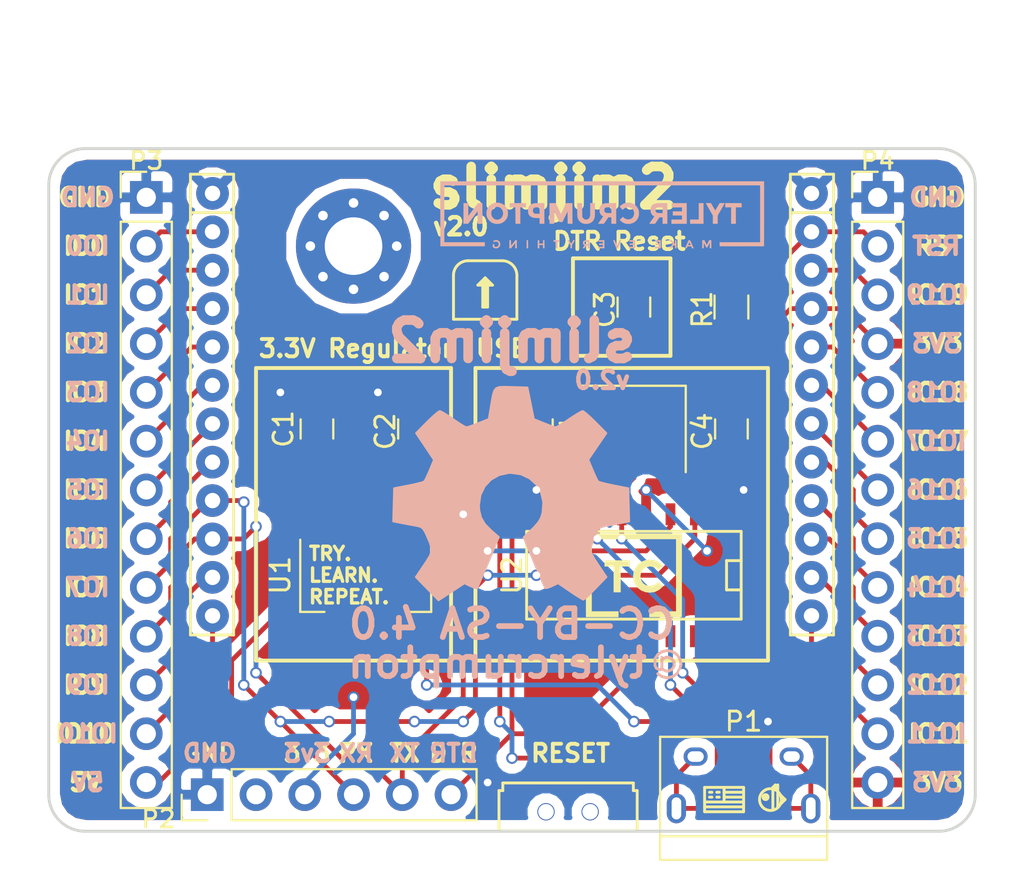
<source format=kicad_pcb>
(kicad_pcb (version 4) (host pcbnew 4.0.3-stable)

  (general
    (links 63)
    (no_connects 0)
    (area 121.92 75.37 175.260001 125.465)
    (thickness 1.6)
    (drawings 135)
    (tracks 223)
    (zones 0)
    (modules 19)
    (nets 31)
  )

  (page A4)
  (layers
    (0 F.Cu signal)
    (31 B.Cu signal)
    (32 B.Adhes user)
    (33 F.Adhes user)
    (34 B.Paste user)
    (35 F.Paste user)
    (36 B.SilkS user hide)
    (37 F.SilkS user)
    (38 B.Mask user)
    (39 F.Mask user)
    (40 Dwgs.User user)
    (41 Cmts.User user)
    (42 Eco1.User user)
    (43 Eco2.User user)
    (44 Edge.Cuts user)
    (45 Margin user)
    (46 B.CrtYd user)
    (47 F.CrtYd user)
    (48 B.Fab user)
    (49 F.Fab user)
  )

  (setup
    (last_trace_width 0.25)
    (trace_clearance 0.2)
    (zone_clearance 0.508)
    (zone_45_only no)
    (trace_min 0.2)
    (segment_width 0.15)
    (edge_width 0.15)
    (via_size 0.6)
    (via_drill 0.4)
    (via_min_size 0.4)
    (via_min_drill 0.3)
    (uvia_size 0.3)
    (uvia_drill 0.1)
    (uvias_allowed no)
    (uvia_min_size 0.2)
    (uvia_min_drill 0.1)
    (pcb_text_width 0.3)
    (pcb_text_size 1.5 1.5)
    (mod_edge_width 0.15)
    (mod_text_size 1 1)
    (mod_text_width 0.15)
    (pad_size 1.524 1.524)
    (pad_drill 0.762)
    (pad_to_mask_clearance 0.2)
    (aux_axis_origin 0 0)
    (visible_elements 7FFFFFFF)
    (pcbplotparams
      (layerselection 0x010f0_80000001)
      (usegerberextensions true)
      (excludeedgelayer true)
      (linewidth 0.100000)
      (plotframeref false)
      (viasonmask false)
      (mode 1)
      (useauxorigin false)
      (hpglpennumber 1)
      (hpglpenspeed 20)
      (hpglpendiameter 15)
      (hpglpenoverlay 2)
      (psnegative false)
      (psa4output false)
      (plotreference true)
      (plotvalue true)
      (plotinvisibletext false)
      (padsonsilk false)
      (subtractmaskfromsilk false)
      (outputformat 1)
      (mirror false)
      (drillshape 0)
      (scaleselection 1)
      (outputdirectory output/))
  )

  (net 0 "")
  (net 1 5V)
  (net 2 GND)
  (net 3 3V3)
  (net 4 SNAP_RST)
  (net 5 DTR)
  (net 6 XI)
  (net 7 XO)
  (net 8 "Net-(P1-Pad2)")
  (net 9 "Net-(P1-Pad3)")
  (net 10 "Net-(P1-Pad6)")
  (net 11 SNAP_RXD1)
  (net 12 SNAP_TXD1)
  (net 13 GPIO0)
  (net 14 GPIO1)
  (net 15 GPIO2)
  (net 16 GPIO3)
  (net 17 GPIO4)
  (net 18 GPIO5)
  (net 19 GPIO6)
  (net 20 GPIO9)
  (net 21 GPIO10)
  (net 22 GPIO19)
  (net 23 GPIO18)
  (net 24 GPIO17)
  (net 25 GPIO16)
  (net 26 GPIO15)
  (net 27 GPIO14)
  (net 28 GPIO13)
  (net 29 GPIO12)
  (net 30 GPIO11)

  (net_class Default "This is the default net class."
    (clearance 0.2)
    (trace_width 0.25)
    (via_dia 0.6)
    (via_drill 0.4)
    (uvia_dia 0.3)
    (uvia_drill 0.1)
    (add_net 3V3)
    (add_net 5V)
    (add_net DTR)
    (add_net GND)
    (add_net GPIO0)
    (add_net GPIO1)
    (add_net GPIO10)
    (add_net GPIO11)
    (add_net GPIO12)
    (add_net GPIO13)
    (add_net GPIO14)
    (add_net GPIO15)
    (add_net GPIO16)
    (add_net GPIO17)
    (add_net GPIO18)
    (add_net GPIO19)
    (add_net GPIO2)
    (add_net GPIO3)
    (add_net GPIO4)
    (add_net GPIO5)
    (add_net GPIO6)
    (add_net GPIO9)
    (add_net "Net-(P1-Pad2)")
    (add_net "Net-(P1-Pad3)")
    (add_net "Net-(P1-Pad6)")
    (add_net SNAP_RST)
    (add_net SNAP_RXD1)
    (add_net SNAP_TXD1)
    (add_net XI)
    (add_net XO)
  )

  (module Pin_Headers:Pin_Header_Straight_1x13_Pitch2.54mm (layer F.Cu) (tedit 59D5C96D) (tstamp 59C4B94A)
    (at 129.54 88.9)
    (descr "Through hole straight pin header, 1x13, 2.54mm pitch, single row")
    (tags "Through hole pin header THT 1x13 2.54mm single row")
    (path /59C3ADB8)
    (fp_text reference P3 (at 0 -1.905) (layer F.SilkS)
      (effects (font (size 0.9 0.9) (thickness 0.15)))
    )
    (fp_text value CONN_01X13 (at -1.905 17.78 90) (layer F.Fab)
      (effects (font (size 1 1) (thickness 0.15)))
    )
    (fp_line (start -0.635 -1.27) (end 1.27 -1.27) (layer F.Fab) (width 0.1))
    (fp_line (start 1.27 -1.27) (end 1.27 31.75) (layer F.Fab) (width 0.1))
    (fp_line (start 1.27 31.75) (end -1.27 31.75) (layer F.Fab) (width 0.1))
    (fp_line (start -1.27 31.75) (end -1.27 -0.635) (layer F.Fab) (width 0.1))
    (fp_line (start -1.27 -0.635) (end -0.635 -1.27) (layer F.Fab) (width 0.1))
    (fp_line (start -1.33 31.81) (end 1.33 31.81) (layer F.SilkS) (width 0.12))
    (fp_line (start -1.33 1.27) (end -1.33 31.81) (layer F.SilkS) (width 0.12))
    (fp_line (start 1.33 1.27) (end 1.33 31.81) (layer F.SilkS) (width 0.12))
    (fp_line (start -1.33 1.27) (end 1.33 1.27) (layer F.SilkS) (width 0.12))
    (fp_line (start -1.33 0) (end -1.33 -1.33) (layer F.SilkS) (width 0.12))
    (fp_line (start -1.33 -1.33) (end 0 -1.33) (layer F.SilkS) (width 0.12))
    (fp_line (start -1.8 -1.8) (end -1.8 32.25) (layer F.CrtYd) (width 0.05))
    (fp_line (start -1.8 32.25) (end 1.8 32.25) (layer F.CrtYd) (width 0.05))
    (fp_line (start 1.8 32.25) (end 1.8 -1.8) (layer F.CrtYd) (width 0.05))
    (fp_line (start 1.8 -1.8) (end -1.8 -1.8) (layer F.CrtYd) (width 0.05))
    (fp_text user %R (at 0 15.24 90) (layer F.Fab)
      (effects (font (size 1 1) (thickness 0.15)))
    )
    (pad 1 thru_hole rect (at 0 0) (size 1.7 1.7) (drill 1) (layers *.Cu *.Mask)
      (net 2 GND))
    (pad 2 thru_hole oval (at 0 2.54) (size 1.7 1.7) (drill 1) (layers *.Cu *.Mask)
      (net 13 GPIO0))
    (pad 3 thru_hole oval (at 0 5.08) (size 1.7 1.7) (drill 1) (layers *.Cu *.Mask)
      (net 14 GPIO1))
    (pad 4 thru_hole oval (at 0 7.62) (size 1.7 1.7) (drill 1) (layers *.Cu *.Mask)
      (net 15 GPIO2))
    (pad 5 thru_hole oval (at 0 10.16) (size 1.7 1.7) (drill 1) (layers *.Cu *.Mask)
      (net 16 GPIO3))
    (pad 6 thru_hole oval (at 0 12.7) (size 1.7 1.7) (drill 1) (layers *.Cu *.Mask)
      (net 17 GPIO4))
    (pad 7 thru_hole oval (at 0 15.24) (size 1.7 1.7) (drill 1) (layers *.Cu *.Mask)
      (net 18 GPIO5))
    (pad 8 thru_hole oval (at 0 17.78) (size 1.7 1.7) (drill 1) (layers *.Cu *.Mask)
      (net 19 GPIO6))
    (pad 9 thru_hole oval (at 0 20.32) (size 1.7 1.7) (drill 1) (layers *.Cu *.Mask)
      (net 11 SNAP_RXD1))
    (pad 10 thru_hole oval (at 0 22.86) (size 1.7 1.7) (drill 1) (layers *.Cu *.Mask)
      (net 12 SNAP_TXD1))
    (pad 11 thru_hole oval (at 0 25.4) (size 1.7 1.7) (drill 1) (layers *.Cu *.Mask)
      (net 20 GPIO9))
    (pad 12 thru_hole oval (at 0 27.94) (size 1.7 1.7) (drill 1) (layers *.Cu *.Mask)
      (net 21 GPIO10))
    (pad 13 thru_hole oval (at 0 30.48) (size 1.7 1.7) (drill 1) (layers *.Cu *.Mask)
      (net 1 5V))
    (model ${KISYS3DMOD}/Pin_Headers.3dshapes/Pin_Header_Straight_1x13_Pitch2.54mm.wrl
      (at (xyz 0 0 0))
      (scale (xyz 1 1 1))
      (rotate (xyz 0 0 0))
    )
  )

  (module Pin_Headers:Pin_Header_Straight_1x13_Pitch2.54mm (layer F.Cu) (tedit 59D5C978) (tstamp 59C4B95B)
    (at 167.64 88.9)
    (descr "Through hole straight pin header, 1x13, 2.54mm pitch, single row")
    (tags "Through hole pin header THT 1x13 2.54mm single row")
    (path /59C3AE29)
    (fp_text reference P4 (at 0 -1.905) (layer F.SilkS)
      (effects (font (size 0.9 0.9) (thickness 0.15)))
    )
    (fp_text value CONN_01X13 (at 1.905 17.145 90) (layer F.Fab)
      (effects (font (size 1 1) (thickness 0.15)))
    )
    (fp_line (start -0.635 -1.27) (end 1.27 -1.27) (layer F.Fab) (width 0.1))
    (fp_line (start 1.27 -1.27) (end 1.27 31.75) (layer F.Fab) (width 0.1))
    (fp_line (start 1.27 31.75) (end -1.27 31.75) (layer F.Fab) (width 0.1))
    (fp_line (start -1.27 31.75) (end -1.27 -0.635) (layer F.Fab) (width 0.1))
    (fp_line (start -1.27 -0.635) (end -0.635 -1.27) (layer F.Fab) (width 0.1))
    (fp_line (start -1.33 31.81) (end 1.33 31.81) (layer F.SilkS) (width 0.12))
    (fp_line (start -1.33 1.27) (end -1.33 31.81) (layer F.SilkS) (width 0.12))
    (fp_line (start 1.33 1.27) (end 1.33 31.81) (layer F.SilkS) (width 0.12))
    (fp_line (start -1.33 1.27) (end 1.33 1.27) (layer F.SilkS) (width 0.12))
    (fp_line (start -1.33 0) (end -1.33 -1.33) (layer F.SilkS) (width 0.12))
    (fp_line (start -1.33 -1.33) (end 0 -1.33) (layer F.SilkS) (width 0.12))
    (fp_line (start -1.8 -1.8) (end -1.8 32.25) (layer F.CrtYd) (width 0.05))
    (fp_line (start -1.8 32.25) (end 1.8 32.25) (layer F.CrtYd) (width 0.05))
    (fp_line (start 1.8 32.25) (end 1.8 -1.8) (layer F.CrtYd) (width 0.05))
    (fp_line (start 1.8 -1.8) (end -1.8 -1.8) (layer F.CrtYd) (width 0.05))
    (fp_text user %R (at 0 15.24 90) (layer F.Fab)
      (effects (font (size 1 1) (thickness 0.15)))
    )
    (pad 1 thru_hole rect (at 0 0) (size 1.7 1.7) (drill 1) (layers *.Cu *.Mask)
      (net 2 GND))
    (pad 2 thru_hole oval (at 0 2.54) (size 1.7 1.7) (drill 1) (layers *.Cu *.Mask)
      (net 4 SNAP_RST))
    (pad 3 thru_hole oval (at 0 5.08) (size 1.7 1.7) (drill 1) (layers *.Cu *.Mask)
      (net 22 GPIO19))
    (pad 4 thru_hole oval (at 0 7.62) (size 1.7 1.7) (drill 1) (layers *.Cu *.Mask)
      (net 3 3V3))
    (pad 5 thru_hole oval (at 0 10.16) (size 1.7 1.7) (drill 1) (layers *.Cu *.Mask)
      (net 23 GPIO18))
    (pad 6 thru_hole oval (at 0 12.7) (size 1.7 1.7) (drill 1) (layers *.Cu *.Mask)
      (net 24 GPIO17))
    (pad 7 thru_hole oval (at 0 15.24) (size 1.7 1.7) (drill 1) (layers *.Cu *.Mask)
      (net 25 GPIO16))
    (pad 8 thru_hole oval (at 0 17.78) (size 1.7 1.7) (drill 1) (layers *.Cu *.Mask)
      (net 26 GPIO15))
    (pad 9 thru_hole oval (at 0 20.32) (size 1.7 1.7) (drill 1) (layers *.Cu *.Mask)
      (net 27 GPIO14))
    (pad 10 thru_hole oval (at 0 22.86) (size 1.7 1.7) (drill 1) (layers *.Cu *.Mask)
      (net 28 GPIO13))
    (pad 11 thru_hole oval (at 0 25.4) (size 1.7 1.7) (drill 1) (layers *.Cu *.Mask)
      (net 29 GPIO12))
    (pad 12 thru_hole oval (at 0 27.94) (size 1.7 1.7) (drill 1) (layers *.Cu *.Mask)
      (net 30 GPIO11))
    (pad 13 thru_hole oval (at 0 30.48) (size 1.7 1.7) (drill 1) (layers *.Cu *.Mask)
      (net 3 3V3))
    (model ${KISYS3DMOD}/Pin_Headers.3dshapes/Pin_Header_Straight_1x13_Pitch2.54mm.wrl
      (at (xyz 0 0 0))
      (scale (xyz 1 1 1))
      (rotate (xyz 0 0 0))
    )
  )

  (module Capacitors_SMD:C_0805_HandSoldering (layer F.Cu) (tedit 58AA84A8) (tstamp 59C4B90A)
    (at 138.43 100.965 90)
    (descr "Capacitor SMD 0805, hand soldering")
    (tags "capacitor 0805")
    (path /59C3BE38)
    (attr smd)
    (fp_text reference C1 (at 0 -1.75 90) (layer F.SilkS)
      (effects (font (size 1 1) (thickness 0.15)))
    )
    (fp_text value 10u (at 0 1.75 90) (layer F.Fab)
      (effects (font (size 1 1) (thickness 0.15)))
    )
    (fp_text user %R (at 0 -1.75 90) (layer F.Fab)
      (effects (font (size 1 1) (thickness 0.15)))
    )
    (fp_line (start -1 0.62) (end -1 -0.62) (layer F.Fab) (width 0.1))
    (fp_line (start 1 0.62) (end -1 0.62) (layer F.Fab) (width 0.1))
    (fp_line (start 1 -0.62) (end 1 0.62) (layer F.Fab) (width 0.1))
    (fp_line (start -1 -0.62) (end 1 -0.62) (layer F.Fab) (width 0.1))
    (fp_line (start 0.5 -0.85) (end -0.5 -0.85) (layer F.SilkS) (width 0.12))
    (fp_line (start -0.5 0.85) (end 0.5 0.85) (layer F.SilkS) (width 0.12))
    (fp_line (start -2.25 -0.88) (end 2.25 -0.88) (layer F.CrtYd) (width 0.05))
    (fp_line (start -2.25 -0.88) (end -2.25 0.87) (layer F.CrtYd) (width 0.05))
    (fp_line (start 2.25 0.87) (end 2.25 -0.88) (layer F.CrtYd) (width 0.05))
    (fp_line (start 2.25 0.87) (end -2.25 0.87) (layer F.CrtYd) (width 0.05))
    (pad 1 smd rect (at -1.25 0 90) (size 1.5 1.25) (layers F.Cu F.Paste F.Mask)
      (net 1 5V))
    (pad 2 smd rect (at 1.25 0 90) (size 1.5 1.25) (layers F.Cu F.Paste F.Mask)
      (net 2 GND))
    (model Capacitors_SMD.3dshapes/C_0805.wrl
      (at (xyz 0 0 0))
      (scale (xyz 1 1 1))
      (rotate (xyz 0 0 0))
    )
  )

  (module Capacitors_SMD:C_0805_HandSoldering (layer F.Cu) (tedit 59C7603C) (tstamp 59C4B910)
    (at 143.51 100.965 90)
    (descr "Capacitor SMD 0805, hand soldering")
    (tags "capacitor 0805")
    (path /59C3C5C1)
    (attr smd)
    (fp_text reference C2 (at -0.127 -1.524 90) (layer F.SilkS)
      (effects (font (size 1 1) (thickness 0.15)))
    )
    (fp_text value 10u (at 0 1.75 90) (layer F.Fab)
      (effects (font (size 1 1) (thickness 0.15)))
    )
    (fp_text user %R (at -0.127 -1.524 90) (layer F.Fab)
      (effects (font (size 1 1) (thickness 0.15)))
    )
    (fp_line (start -1 0.62) (end -1 -0.62) (layer F.Fab) (width 0.1))
    (fp_line (start 1 0.62) (end -1 0.62) (layer F.Fab) (width 0.1))
    (fp_line (start 1 -0.62) (end 1 0.62) (layer F.Fab) (width 0.1))
    (fp_line (start -1 -0.62) (end 1 -0.62) (layer F.Fab) (width 0.1))
    (fp_line (start 0.5 -0.85) (end -0.5 -0.85) (layer F.SilkS) (width 0.12))
    (fp_line (start -0.5 0.85) (end 0.5 0.85) (layer F.SilkS) (width 0.12))
    (fp_line (start -2.25 -0.88) (end 2.25 -0.88) (layer F.CrtYd) (width 0.05))
    (fp_line (start -2.25 -0.88) (end -2.25 0.87) (layer F.CrtYd) (width 0.05))
    (fp_line (start 2.25 0.87) (end 2.25 -0.88) (layer F.CrtYd) (width 0.05))
    (fp_line (start 2.25 0.87) (end -2.25 0.87) (layer F.CrtYd) (width 0.05))
    (pad 1 smd rect (at -1.25 0 90) (size 1.5 1.25) (layers F.Cu F.Paste F.Mask)
      (net 3 3V3))
    (pad 2 smd rect (at 1.25 0 90) (size 1.5 1.25) (layers F.Cu F.Paste F.Mask)
      (net 2 GND))
    (model Capacitors_SMD.3dshapes/C_0805.wrl
      (at (xyz 0 0 0))
      (scale (xyz 1 1 1))
      (rotate (xyz 0 0 0))
    )
  )

  (module Capacitors_SMD:C_0805_HandSoldering (layer F.Cu) (tedit 59C76035) (tstamp 59C4B916)
    (at 154.94 94.615 270)
    (descr "Capacitor SMD 0805, hand soldering")
    (tags "capacitor 0805")
    (path /59C39011)
    (attr smd)
    (fp_text reference C3 (at 0.127 1.524 270) (layer F.SilkS)
      (effects (font (size 1 1) (thickness 0.15)))
    )
    (fp_text value 0.1u (at 0 -1.905 270) (layer F.Fab)
      (effects (font (size 1 1) (thickness 0.15)))
    )
    (fp_text user %R (at 0.127 1.524 270) (layer F.Fab)
      (effects (font (size 1 1) (thickness 0.15)))
    )
    (fp_line (start -1 0.62) (end -1 -0.62) (layer F.Fab) (width 0.1))
    (fp_line (start 1 0.62) (end -1 0.62) (layer F.Fab) (width 0.1))
    (fp_line (start 1 -0.62) (end 1 0.62) (layer F.Fab) (width 0.1))
    (fp_line (start -1 -0.62) (end 1 -0.62) (layer F.Fab) (width 0.1))
    (fp_line (start 0.5 -0.85) (end -0.5 -0.85) (layer F.SilkS) (width 0.12))
    (fp_line (start -0.5 0.85) (end 0.5 0.85) (layer F.SilkS) (width 0.12))
    (fp_line (start -2.25 -0.88) (end 2.25 -0.88) (layer F.CrtYd) (width 0.05))
    (fp_line (start -2.25 -0.88) (end -2.25 0.87) (layer F.CrtYd) (width 0.05))
    (fp_line (start 2.25 0.87) (end 2.25 -0.88) (layer F.CrtYd) (width 0.05))
    (fp_line (start 2.25 0.87) (end -2.25 0.87) (layer F.CrtYd) (width 0.05))
    (pad 1 smd rect (at -1.25 0 270) (size 1.5 1.25) (layers F.Cu F.Paste F.Mask)
      (net 4 SNAP_RST))
    (pad 2 smd rect (at 1.25 0 270) (size 1.5 1.25) (layers F.Cu F.Paste F.Mask)
      (net 5 DTR))
    (model Capacitors_SMD.3dshapes/C_0805.wrl
      (at (xyz 0 0 0))
      (scale (xyz 1 1 1))
      (rotate (xyz 0 0 0))
    )
  )

  (module Capacitors_SMD:C_0805_HandSoldering (layer F.Cu) (tedit 59C7601F) (tstamp 59C4B91C)
    (at 160.02 100.965 270)
    (descr "Capacitor SMD 0805, hand soldering")
    (tags "capacitor 0805")
    (path /59C36C51)
    (attr smd)
    (fp_text reference C4 (at 0.127 1.524 270) (layer F.SilkS)
      (effects (font (size 1 1) (thickness 0.15)))
    )
    (fp_text value 22p (at 0 -1.27 270) (layer F.Fab)
      (effects (font (size 1 1) (thickness 0.15)))
    )
    (fp_text user %R (at 0.127 1.524 270) (layer F.Fab)
      (effects (font (size 1 1) (thickness 0.15)))
    )
    (fp_line (start -1 0.62) (end -1 -0.62) (layer F.Fab) (width 0.1))
    (fp_line (start 1 0.62) (end -1 0.62) (layer F.Fab) (width 0.1))
    (fp_line (start 1 -0.62) (end 1 0.62) (layer F.Fab) (width 0.1))
    (fp_line (start -1 -0.62) (end 1 -0.62) (layer F.Fab) (width 0.1))
    (fp_line (start 0.5 -0.85) (end -0.5 -0.85) (layer F.SilkS) (width 0.12))
    (fp_line (start -0.5 0.85) (end 0.5 0.85) (layer F.SilkS) (width 0.12))
    (fp_line (start -2.25 -0.88) (end 2.25 -0.88) (layer F.CrtYd) (width 0.05))
    (fp_line (start -2.25 -0.88) (end -2.25 0.87) (layer F.CrtYd) (width 0.05))
    (fp_line (start 2.25 0.87) (end 2.25 -0.88) (layer F.CrtYd) (width 0.05))
    (fp_line (start 2.25 0.87) (end -2.25 0.87) (layer F.CrtYd) (width 0.05))
    (pad 1 smd rect (at -1.25 0 270) (size 1.5 1.25) (layers F.Cu F.Paste F.Mask)
      (net 6 XI))
    (pad 2 smd rect (at 1.25 0 270) (size 1.5 1.25) (layers F.Cu F.Paste F.Mask)
      (net 2 GND))
    (model Capacitors_SMD.3dshapes/C_0805.wrl
      (at (xyz 0 0 0))
      (scale (xyz 1 1 1))
      (rotate (xyz 0 0 0))
    )
  )

  (module Capacitors_SMD:C_0805_HandSoldering (layer F.Cu) (tedit 59C76010) (tstamp 59C4B922)
    (at 149.86 100.965 270)
    (descr "Capacitor SMD 0805, hand soldering")
    (tags "capacitor 0805")
    (path /59C36EE2)
    (attr smd)
    (fp_text reference C5 (at 0.127 1.524 270) (layer F.SilkS)
      (effects (font (size 1 1) (thickness 0.15)))
    )
    (fp_text value 22p (at 0 -1.27 270) (layer F.Fab)
      (effects (font (size 1 1) (thickness 0.15)))
    )
    (fp_text user %R (at 0.127 1.524 270) (layer F.Fab)
      (effects (font (size 1 1) (thickness 0.15)))
    )
    (fp_line (start -1 0.62) (end -1 -0.62) (layer F.Fab) (width 0.1))
    (fp_line (start 1 0.62) (end -1 0.62) (layer F.Fab) (width 0.1))
    (fp_line (start 1 -0.62) (end 1 0.62) (layer F.Fab) (width 0.1))
    (fp_line (start -1 -0.62) (end 1 -0.62) (layer F.Fab) (width 0.1))
    (fp_line (start 0.5 -0.85) (end -0.5 -0.85) (layer F.SilkS) (width 0.12))
    (fp_line (start -0.5 0.85) (end 0.5 0.85) (layer F.SilkS) (width 0.12))
    (fp_line (start -2.25 -0.88) (end 2.25 -0.88) (layer F.CrtYd) (width 0.05))
    (fp_line (start -2.25 -0.88) (end -2.25 0.87) (layer F.CrtYd) (width 0.05))
    (fp_line (start 2.25 0.87) (end 2.25 -0.88) (layer F.CrtYd) (width 0.05))
    (fp_line (start 2.25 0.87) (end -2.25 0.87) (layer F.CrtYd) (width 0.05))
    (pad 1 smd rect (at -1.25 0 270) (size 1.5 1.25) (layers F.Cu F.Paste F.Mask)
      (net 7 XO))
    (pad 2 smd rect (at 1.25 0 270) (size 1.5 1.25) (layers F.Cu F.Paste F.Mask)
      (net 2 GND))
    (model Capacitors_SMD.3dshapes/C_0805.wrl
      (at (xyz 0 0 0))
      (scale (xyz 1 1 1))
      (rotate (xyz 0 0 0))
    )
  )

  (module Connect:USB_Micro-B (layer F.Cu) (tedit 59C75F96) (tstamp 59C4B92F)
    (at 160.655 119.38)
    (descr "Micro USB Type B Receptacle")
    (tags "USB USB_B USB_micro USB_OTG")
    (path /59C4F14C)
    (attr smd)
    (fp_text reference P1 (at 0 -3.175 180) (layer F.SilkS)
      (effects (font (size 1 1) (thickness 0.15)))
    )
    (fp_text value USB_OTG (at 0 5.01) (layer F.Fab)
      (effects (font (size 1 1) (thickness 0.15)))
    )
    (fp_line (start -4.6 -2.59) (end 4.6 -2.59) (layer F.CrtYd) (width 0.05))
    (fp_line (start 4.6 -2.59) (end 4.6 4.26) (layer F.CrtYd) (width 0.05))
    (fp_line (start 4.6 4.26) (end -4.6 4.26) (layer F.CrtYd) (width 0.05))
    (fp_line (start -4.6 4.26) (end -4.6 -2.59) (layer F.CrtYd) (width 0.05))
    (fp_line (start -4.35 4.03) (end 4.35 4.03) (layer F.SilkS) (width 0.12))
    (fp_line (start -4.35 -2.38) (end 4.35 -2.38) (layer F.SilkS) (width 0.12))
    (fp_line (start 4.35 -2.38) (end 4.35 4.03) (layer F.SilkS) (width 0.12))
    (fp_line (start 4.35 2.8) (end -4.35 2.8) (layer F.SilkS) (width 0.12))
    (fp_line (start -4.35 4.03) (end -4.35 -2.38) (layer F.SilkS) (width 0.12))
    (pad 1 smd rect (at -1.3 -1.35 90) (size 1.35 0.4) (layers F.Cu F.Paste F.Mask)
      (net 1 5V))
    (pad 2 smd rect (at -0.65 -1.35 90) (size 1.35 0.4) (layers F.Cu F.Paste F.Mask)
      (net 8 "Net-(P1-Pad2)"))
    (pad 3 smd rect (at 0 -1.35 90) (size 1.35 0.4) (layers F.Cu F.Paste F.Mask)
      (net 9 "Net-(P1-Pad3)"))
    (pad 4 smd rect (at 0.65 -1.35 90) (size 1.35 0.4) (layers F.Cu F.Paste F.Mask))
    (pad 5 smd rect (at 1.3 -1.35 90) (size 1.35 0.4) (layers F.Cu F.Paste F.Mask)
      (net 2 GND))
    (pad 6 thru_hole oval (at -2.5 -1.35 90) (size 0.95 1.25) (drill oval 0.55 0.85) (layers *.Cu *.Mask)
      (net 10 "Net-(P1-Pad6)"))
    (pad 6 thru_hole oval (at 2.5 -1.35 90) (size 0.95 1.25) (drill oval 0.55 0.85) (layers *.Cu *.Mask)
      (net 10 "Net-(P1-Pad6)"))
    (pad 6 thru_hole oval (at -3.5 1.35 90) (size 1.55 1) (drill oval 1.15 0.5) (layers *.Cu *.Mask)
      (net 10 "Net-(P1-Pad6)"))
    (pad 6 thru_hole oval (at 3.5 1.35 90) (size 1.55 1) (drill oval 1.15 0.5) (layers *.Cu *.Mask)
      (net 10 "Net-(P1-Pad6)"))
  )

  (module Pin_Headers:Pin_Header_Straight_1x06_Pitch2.54mm (layer F.Cu) (tedit 59D5C95D) (tstamp 59C4B939)
    (at 132.715 120.015 90)
    (descr "Through hole straight pin header, 1x06, 2.54mm pitch, single row")
    (tags "Through hole pin header THT 1x06 2.54mm single row")
    (path /59C4AFE2)
    (fp_text reference P2 (at -1.27 -2.54 180) (layer F.SilkS)
      (effects (font (size 0.9 0.9) (thickness 0.15)))
    )
    (fp_text value CONN_01X06 (at -3.175 7.62 180) (layer F.Fab)
      (effects (font (size 1 1) (thickness 0.15)))
    )
    (fp_line (start -0.635 -1.27) (end 1.27 -1.27) (layer F.Fab) (width 0.1))
    (fp_line (start 1.27 -1.27) (end 1.27 13.97) (layer F.Fab) (width 0.1))
    (fp_line (start 1.27 13.97) (end -1.27 13.97) (layer F.Fab) (width 0.1))
    (fp_line (start -1.27 13.97) (end -1.27 -0.635) (layer F.Fab) (width 0.1))
    (fp_line (start -1.27 -0.635) (end -0.635 -1.27) (layer F.Fab) (width 0.1))
    (fp_line (start -1.33 14.03) (end 1.33 14.03) (layer F.SilkS) (width 0.12))
    (fp_line (start -1.33 1.27) (end -1.33 14.03) (layer F.SilkS) (width 0.12))
    (fp_line (start 1.33 1.27) (end 1.33 14.03) (layer F.SilkS) (width 0.12))
    (fp_line (start -1.33 1.27) (end 1.33 1.27) (layer F.SilkS) (width 0.12))
    (fp_line (start -1.33 0) (end -1.33 -1.33) (layer F.SilkS) (width 0.12))
    (fp_line (start -1.33 -1.33) (end 0 -1.33) (layer F.SilkS) (width 0.12))
    (fp_line (start -1.8 -1.8) (end -1.8 14.5) (layer F.CrtYd) (width 0.05))
    (fp_line (start -1.8 14.5) (end 1.8 14.5) (layer F.CrtYd) (width 0.05))
    (fp_line (start 1.8 14.5) (end 1.8 -1.8) (layer F.CrtYd) (width 0.05))
    (fp_line (start 1.8 -1.8) (end -1.8 -1.8) (layer F.CrtYd) (width 0.05))
    (fp_text user %R (at 0 6.35 180) (layer F.Fab)
      (effects (font (size 1 1) (thickness 0.15)))
    )
    (pad 1 thru_hole rect (at 0 0 90) (size 1.7 1.7) (drill 1) (layers *.Cu *.Mask)
      (net 2 GND))
    (pad 2 thru_hole oval (at 0 2.54 90) (size 1.7 1.7) (drill 1) (layers *.Cu *.Mask))
    (pad 3 thru_hole oval (at 0 5.08 90) (size 1.7 1.7) (drill 1) (layers *.Cu *.Mask)
      (net 3 3V3))
    (pad 4 thru_hole oval (at 0 7.62 90) (size 1.7 1.7) (drill 1) (layers *.Cu *.Mask)
      (net 11 SNAP_RXD1))
    (pad 5 thru_hole oval (at 0 10.16 90) (size 1.7 1.7) (drill 1) (layers *.Cu *.Mask)
      (net 12 SNAP_TXD1))
    (pad 6 thru_hole oval (at 0 12.7 90) (size 1.7 1.7) (drill 1) (layers *.Cu *.Mask)
      (net 5 DTR))
    (model ${KISYS3DMOD}/Pin_Headers.3dshapes/Pin_Header_Straight_1x06_Pitch2.54mm.wrl
      (at (xyz 0 0 0))
      (scale (xyz 1 1 1))
      (rotate (xyz 0 0 0))
    )
  )

  (module Resistors_SMD:R_0805_HandSoldering (layer F.Cu) (tedit 59C7603F) (tstamp 59C4B961)
    (at 160.02 94.615 90)
    (descr "Resistor SMD 0805, hand soldering")
    (tags "resistor 0805")
    (path /59C39813)
    (attr smd)
    (fp_text reference R1 (at -0.127 -1.524 90) (layer F.SilkS)
      (effects (font (size 1 1) (thickness 0.15)))
    )
    (fp_text value 10k (at 0 1.75 90) (layer F.Fab)
      (effects (font (size 1 1) (thickness 0.15)))
    )
    (fp_text user %R (at 0 0 90) (layer F.Fab)
      (effects (font (size 0.5 0.5) (thickness 0.075)))
    )
    (fp_line (start -1 0.62) (end -1 -0.62) (layer F.Fab) (width 0.1))
    (fp_line (start 1 0.62) (end -1 0.62) (layer F.Fab) (width 0.1))
    (fp_line (start 1 -0.62) (end 1 0.62) (layer F.Fab) (width 0.1))
    (fp_line (start -1 -0.62) (end 1 -0.62) (layer F.Fab) (width 0.1))
    (fp_line (start 0.6 0.88) (end -0.6 0.88) (layer F.SilkS) (width 0.12))
    (fp_line (start -0.6 -0.88) (end 0.6 -0.88) (layer F.SilkS) (width 0.12))
    (fp_line (start -2.35 -0.9) (end 2.35 -0.9) (layer F.CrtYd) (width 0.05))
    (fp_line (start -2.35 -0.9) (end -2.35 0.9) (layer F.CrtYd) (width 0.05))
    (fp_line (start 2.35 0.9) (end 2.35 -0.9) (layer F.CrtYd) (width 0.05))
    (fp_line (start 2.35 0.9) (end -2.35 0.9) (layer F.CrtYd) (width 0.05))
    (pad 1 smd rect (at -1.35 0 90) (size 1.5 1.3) (layers F.Cu F.Paste F.Mask)
      (net 3 3V3))
    (pad 2 smd rect (at 1.35 0 90) (size 1.5 1.3) (layers F.Cu F.Paste F.Mask)
      (net 4 SNAP_RST))
    (model ${KISYS3DMOD}/Resistors_SMD.3dshapes/R_0805.wrl
      (at (xyz 0 0 0))
      (scale (xyz 1 1 1))
      (rotate (xyz 0 0 0))
    )
  )

  (module TO_SOT_Packages_SMD:SOT-223 (layer F.Cu) (tedit 59C75FA9) (tstamp 59C4B969)
    (at 140.97 108.585 270)
    (descr "module CMS SOT223 4 pins")
    (tags "CMS SOT")
    (path /59C36518)
    (attr smd)
    (fp_text reference U1 (at 0 4.445 270) (layer F.SilkS)
      (effects (font (size 1 1) (thickness 0.15)))
    )
    (fp_text value AMS1117-3.3 (at 0 4.5 270) (layer F.Fab)
      (effects (font (size 1 1) (thickness 0.15)))
    )
    (fp_text user %R (at 0 0 360) (layer F.Fab)
      (effects (font (size 0.8 0.8) (thickness 0.12)))
    )
    (fp_line (start -1.85 -2.3) (end -0.8 -3.35) (layer F.Fab) (width 0.1))
    (fp_line (start 1.91 3.41) (end 1.91 2.15) (layer F.SilkS) (width 0.12))
    (fp_line (start 1.91 -3.41) (end 1.91 -2.15) (layer F.SilkS) (width 0.12))
    (fp_line (start 4.4 -3.6) (end -4.4 -3.6) (layer F.CrtYd) (width 0.05))
    (fp_line (start 4.4 3.6) (end 4.4 -3.6) (layer F.CrtYd) (width 0.05))
    (fp_line (start -4.4 3.6) (end 4.4 3.6) (layer F.CrtYd) (width 0.05))
    (fp_line (start -4.4 -3.6) (end -4.4 3.6) (layer F.CrtYd) (width 0.05))
    (fp_line (start -1.85 -2.3) (end -1.85 3.35) (layer F.Fab) (width 0.1))
    (fp_line (start -1.85 3.41) (end 1.91 3.41) (layer F.SilkS) (width 0.12))
    (fp_line (start -0.8 -3.35) (end 1.85 -3.35) (layer F.Fab) (width 0.1))
    (fp_line (start -4.1 -3.41) (end 1.91 -3.41) (layer F.SilkS) (width 0.12))
    (fp_line (start -1.85 3.35) (end 1.85 3.35) (layer F.Fab) (width 0.1))
    (fp_line (start 1.85 -3.35) (end 1.85 3.35) (layer F.Fab) (width 0.1))
    (pad 4 smd rect (at 3.15 0 270) (size 2 3.8) (layers F.Cu F.Paste F.Mask)
      (net 3 3V3))
    (pad 2 smd rect (at -3.15 0 270) (size 2 1.5) (layers F.Cu F.Paste F.Mask)
      (net 3 3V3))
    (pad 3 smd rect (at -3.15 2.3 270) (size 2 1.5) (layers F.Cu F.Paste F.Mask)
      (net 1 5V))
    (pad 1 smd rect (at -3.15 -2.3 270) (size 2 1.5) (layers F.Cu F.Paste F.Mask)
      (net 2 GND))
    (model ${KISYS3DMOD}/TO_SOT_Packages_SMD.3dshapes/SOT-223.wrl
      (at (xyz 0 0 0))
      (scale (xyz 0.3937 0.3937 0.3937))
      (rotate (xyz 0 0 90))
    )
  )

  (module SMD_Packages:SO-16-N (layer F.Cu) (tedit 59C75FEE) (tstamp 59C4B97D)
    (at 154.94 108.585 180)
    (descr "Module CMS SOJ 16 pins large")
    (tags "CMS SOJ")
    (path /59C35380)
    (attr smd)
    (fp_text reference U2 (at 6.35 0 270) (layer F.SilkS)
      (effects (font (size 1 1) (thickness 0.15)))
    )
    (fp_text value CH340G (at 0 1.27 180) (layer F.Fab)
      (effects (font (size 1 1) (thickness 0.15)))
    )
    (fp_line (start -5.588 -0.762) (end -4.826 -0.762) (layer F.SilkS) (width 0.15))
    (fp_line (start -4.826 -0.762) (end -4.826 0.762) (layer F.SilkS) (width 0.15))
    (fp_line (start -4.826 0.762) (end -5.588 0.762) (layer F.SilkS) (width 0.15))
    (fp_line (start 5.588 -2.286) (end 5.588 2.286) (layer F.SilkS) (width 0.15))
    (fp_line (start 5.588 2.286) (end -5.588 2.286) (layer F.SilkS) (width 0.15))
    (fp_line (start -5.588 2.286) (end -5.588 -2.286) (layer F.SilkS) (width 0.15))
    (fp_line (start -5.588 -2.286) (end 5.588 -2.286) (layer F.SilkS) (width 0.15))
    (pad 16 smd rect (at -4.445 -3.175 180) (size 0.508 1.143) (layers F.Cu F.Paste F.Mask)
      (net 3 3V3))
    (pad 14 smd rect (at -1.905 -3.175 180) (size 0.508 1.143) (layers F.Cu F.Paste F.Mask))
    (pad 13 smd rect (at -0.635 -3.175 180) (size 0.508 1.143) (layers F.Cu F.Paste F.Mask)
      (net 5 DTR))
    (pad 12 smd rect (at 0.635 -3.175 180) (size 0.508 1.143) (layers F.Cu F.Paste F.Mask))
    (pad 11 smd rect (at 1.905 -3.175 180) (size 0.508 1.143) (layers F.Cu F.Paste F.Mask))
    (pad 10 smd rect (at 3.175 -3.175 180) (size 0.508 1.143) (layers F.Cu F.Paste F.Mask))
    (pad 9 smd rect (at 4.445 -3.175 180) (size 0.508 1.143) (layers F.Cu F.Paste F.Mask))
    (pad 8 smd rect (at 4.445 3.175 180) (size 0.508 1.143) (layers F.Cu F.Paste F.Mask)
      (net 7 XO))
    (pad 7 smd rect (at 3.175 3.175 180) (size 0.508 1.143) (layers F.Cu F.Paste F.Mask)
      (net 6 XI))
    (pad 6 smd rect (at 1.905 3.175 180) (size 0.508 1.143) (layers F.Cu F.Paste F.Mask)
      (net 8 "Net-(P1-Pad2)"))
    (pad 5 smd rect (at 0.635 3.175 180) (size 0.508 1.143) (layers F.Cu F.Paste F.Mask)
      (net 9 "Net-(P1-Pad3)"))
    (pad 4 smd rect (at -0.635 3.175 180) (size 0.508 1.143) (layers F.Cu F.Paste F.Mask)
      (net 3 3V3))
    (pad 3 smd rect (at -1.905 3.175 180) (size 0.508 1.143) (layers F.Cu F.Paste F.Mask)
      (net 12 SNAP_TXD1))
    (pad 2 smd rect (at -3.175 3.175 180) (size 0.508 1.143) (layers F.Cu F.Paste F.Mask)
      (net 11 SNAP_RXD1))
    (pad 1 smd rect (at -4.445 3.175 180) (size 0.508 1.143) (layers F.Cu F.Paste F.Mask)
      (net 2 GND))
    (pad 15 smd rect (at -3.175 -3.175 180) (size 0.508 1.143) (layers F.Cu F.Paste F.Mask))
    (model SMD_Packages.3dshapes/SO-16-N.wrl
      (at (xyz 0 0 0))
      (scale (xyz 0.5 0.4 0.5))
      (rotate (xyz 0 0 0))
    )
  )

  (module Crystals:Crystal_SMD_3225-4pin_3.2x2.5mm_HandSoldering (layer F.Cu) (tedit 59C76015) (tstamp 59C4B9A1)
    (at 154.94 100.965 180)
    (descr "SMD Crystal SERIES SMD3225/4 http://www.txccrystal.com/images/pdf/7m-accuracy.pdf, hand-soldering, 3.2x2.5mm^2 package")
    (tags "SMD SMT crystal hand-soldering")
    (path /59C50040)
    (attr smd)
    (fp_text reference Y1 (at 3.302 -0.127 270) (layer F.SilkS)
      (effects (font (size 1 1) (thickness 0.15)))
    )
    (fp_text value 12MHz (at 0 3.05 180) (layer F.Fab)
      (effects (font (size 1 1) (thickness 0.15)))
    )
    (fp_text user %R (at 0 0 180) (layer F.Fab)
      (effects (font (size 0.7 0.7) (thickness 0.105)))
    )
    (fp_line (start -1.6 -1.25) (end -1.6 1.25) (layer F.Fab) (width 0.1))
    (fp_line (start -1.6 1.25) (end 1.6 1.25) (layer F.Fab) (width 0.1))
    (fp_line (start 1.6 1.25) (end 1.6 -1.25) (layer F.Fab) (width 0.1))
    (fp_line (start 1.6 -1.25) (end -1.6 -1.25) (layer F.Fab) (width 0.1))
    (fp_line (start -1.6 0.25) (end -0.6 1.25) (layer F.Fab) (width 0.1))
    (fp_line (start -2.7 -2.25) (end -2.7 2.25) (layer F.SilkS) (width 0.12))
    (fp_line (start -2.7 2.25) (end 2.7 2.25) (layer F.SilkS) (width 0.12))
    (fp_line (start -2.8 -2.3) (end -2.8 2.3) (layer F.CrtYd) (width 0.05))
    (fp_line (start -2.8 2.3) (end 2.8 2.3) (layer F.CrtYd) (width 0.05))
    (fp_line (start 2.8 2.3) (end 2.8 -2.3) (layer F.CrtYd) (width 0.05))
    (fp_line (start 2.8 -2.3) (end -2.8 -2.3) (layer F.CrtYd) (width 0.05))
    (pad 1 smd rect (at -1.45 1.15 180) (size 2.1 1.8) (layers F.Cu F.Paste F.Mask)
      (net 6 XI))
    (pad 2 smd rect (at 1.45 1.15 180) (size 2.1 1.8) (layers F.Cu F.Paste F.Mask))
    (pad 3 smd rect (at 1.45 -1.15 180) (size 2.1 1.8) (layers F.Cu F.Paste F.Mask)
      (net 7 XO))
    (pad 4 smd rect (at -1.45 -1.15 180) (size 2.1 1.8) (layers F.Cu F.Paste F.Mask))
    (model ${KISYS3DMOD}/Crystals.3dshapes/Crystal_SMD_3225-4pin_3.2x2.5mm_HandSoldering.wrl
      (at (xyz 0 0 0))
      (scale (xyz 1 1 1))
      (rotate (xyz 0 0 0))
    )
  )

  (module CrumpPrints:3x6x3.5mm_side_pushbutton_smd (layer F.Cu) (tedit 59D341AB) (tstamp 59C60E18)
    (at 151.511 120.904 180)
    (path /59C39D4B)
    (fp_text reference RESET (at -0.127 3.048 180) (layer F.SilkS)
      (effects (font (size 0.9 0.9) (thickness 0.2)))
    )
    (fp_text value RESET_SW (at 0 -3.2 180) (layer F.Fab)
      (effects (font (size 1 1) (thickness 0.15)))
    )
    (fp_line (start -3.6 -1) (end -3.6 1.1) (layer F.SilkS) (width 0.15))
    (fp_line (start -3.6 1.1) (end -3.4 1.1) (layer F.SilkS) (width 0.15))
    (fp_line (start -3.4 1.1) (end -3.4 1.5) (layer F.SilkS) (width 0.15))
    (fp_line (start -3.4 1.5) (end 3.4 1.5) (layer F.SilkS) (width 0.15))
    (fp_line (start 3.4 1.5) (end 3.4 1.1) (layer F.SilkS) (width 0.15))
    (fp_line (start 3.4 1.1) (end 3.6 1.1) (layer F.SilkS) (width 0.15))
    (fp_line (start 3.6 1.1) (end 3.6 -1) (layer F.SilkS) (width 0.15))
    (fp_line (start 3.6 -1) (end -3.6 -1) (layer F.SilkS) (width 0.15))
    (fp_line (start 1.5 -1) (end 1.5 -2) (layer F.Fab) (width 0.15))
    (fp_line (start 1.5 -2) (end -1.5 -2) (layer F.Fab) (width 0.15))
    (fp_line (start -1.5 -2) (end -1.5 -1) (layer F.Fab) (width 0.15))
    (fp_line (start -3.4 1.5) (end 3.4 1.5) (layer F.Fab) (width 0.15))
    (fp_line (start 3.6 -1) (end 3.6 1.1) (layer F.Fab) (width 0.15))
    (fp_line (start 3.6 1.1) (end 3.4 1.1) (layer F.Fab) (width 0.15))
    (fp_line (start 3.4 1.1) (end 3.4 1.5) (layer F.Fab) (width 0.15))
    (fp_line (start -3.6 -1) (end -3.6 1.1) (layer F.Fab) (width 0.15))
    (fp_line (start -3.6 1.1) (end -3.4 1.1) (layer F.Fab) (width 0.15))
    (fp_line (start -3.4 1.1) (end -3.4 1.5) (layer F.Fab) (width 0.15))
    (fp_line (start 3.9 -1) (end 3.9 -0.2) (layer F.Fab) (width 0.15))
    (fp_line (start -3.9 -1) (end -3.9 -0.2) (layer F.Fab) (width 0.15))
    (fp_line (start -3.9 -1) (end 3.9 -1) (layer F.Fab) (width 0.15))
    (pad 2 smd rect (at 2.1 1.4 180) (size 0.8 0.9) (layers F.Cu F.Paste F.Mask)
      (net 2 GND))
    (pad "" np_thru_hole circle (at 1.15 0 180) (size 0.9 0.9) (drill 0.8) (layers *.Cu *.Mask))
    (pad "" np_thru_hole circle (at -1.15 0 180) (size 0.9 0.9) (drill 0.8) (layers *.Cu *.Mask))
    (pad 1 smd rect (at -2.1 1.4 180) (size 0.8 0.9) (layers F.Cu F.Paste F.Mask)
      (net 4 SNAP_RST))
  )

  (module CrumpPrints:RF200 locked (layer F.Cu) (tedit 59C76866) (tstamp 59C76B69)
    (at 148.59 99.695)
    (path /59C37A6F)
    (fp_text reference U3 (at -0.000001 -23) (layer F.SilkS) hide
      (effects (font (size 1.5 1.5) (thickness 0.15)))
    )
    (fp_text value RF200 (at -0.000001 15) (layer F.Fab)
      (effects (font (size 1.5 1.5) (thickness 0.15)))
    )
    (fp_line (start 18 -17) (end 18 -13) (layer F.Fab) (width 0.15))
    (fp_line (start -18 -17) (end -18 -13) (layer F.Fab) (width 0.15))
    (fp_line (start 14.5 -10) (end 16.75 -10) (layer F.SilkS) (width 0.15))
    (fp_line (start 14.5 -12) (end 16.75 -12) (layer F.SilkS) (width 0.15))
    (fp_line (start 16.75 -12) (end 16.75 12) (layer F.SilkS) (width 0.15))
    (fp_line (start 16.75 12) (end 14.5 12) (layer F.SilkS) (width 0.15))
    (fp_line (start 14.5 12) (end 14.5 -12) (layer F.SilkS) (width 0.15))
    (fp_line (start -16.75 -10) (end -14.5 -10) (layer F.SilkS) (width 0.15))
    (fp_line (start -16.75 -12) (end -14.5 -12) (layer F.SilkS) (width 0.15))
    (fp_line (start -14.5 -12) (end -14.5 12) (layer F.SilkS) (width 0.15))
    (fp_line (start -14.5 12) (end -16.75 12) (layer F.SilkS) (width 0.15))
    (fp_line (start -16.75 12) (end -16.75 -12) (layer F.SilkS) (width 0.15))
    (fp_line (start -18.000001 -15) (end 17.999999 -15) (layer F.Fab) (width 0.15))
    (fp_line (start 17.999999 -17) (end -18.000001 -17) (layer F.Fab) (width 0.15))
    (fp_line (start -14.000001 -21) (end 13.999999 -21) (layer F.Fab) (width 0.15))
    (fp_arc (start 13.999999 -17) (end 13.999999 -21) (angle 90) (layer F.Fab) (width 0.15))
    (fp_arc (start -14.000001 -17) (end -18.000001 -17) (angle 90) (layer F.Fab) (width 0.15))
    (fp_line (start 17.999999 13) (end 17.999999 -13) (layer F.Fab) (width 0.15))
    (fp_line (start 17.999999 -13) (end -18.000001 -13) (layer F.Fab) (width 0.15))
    (fp_line (start -18.000001 -13) (end -18.000001 13) (layer F.Fab) (width 0.15))
    (fp_line (start -18.000001 13) (end 17.999999 13) (layer F.Fab) (width 0.15))
    (pad 1 thru_hole circle (at -15.6 -11) (size 1.7018 1.7018) (drill 0.800001) (layers *.Cu *.Mask)
      (net 2 GND))
    (pad 2 thru_hole circle (at -15.6 -9) (size 1.7018 1.7018) (drill 0.800001) (layers *.Cu *.Mask)
      (net 13 GPIO0))
    (pad 3 thru_hole circle (at -15.6 -7) (size 1.7018 1.7018) (drill 0.800001) (layers *.Cu *.Mask)
      (net 14 GPIO1))
    (pad 4 thru_hole circle (at -15.6 -5) (size 1.7018 1.7018) (drill 0.800001) (layers *.Cu *.Mask)
      (net 15 GPIO2))
    (pad 5 thru_hole circle (at -15.6 -3) (size 1.7018 1.7018) (drill 0.800001) (layers *.Cu *.Mask)
      (net 16 GPIO3))
    (pad 6 thru_hole circle (at -15.6 -1) (size 1.7018 1.7018) (drill 0.800001) (layers *.Cu *.Mask)
      (net 17 GPIO4))
    (pad 7 thru_hole circle (at -15.6 1) (size 1.7018 1.7018) (drill 0.800001) (layers *.Cu *.Mask)
      (net 18 GPIO5))
    (pad 8 thru_hole circle (at -15.6 3) (size 1.7018 1.7018) (drill 0.800001) (layers *.Cu *.Mask)
      (net 19 GPIO6))
    (pad 9 thru_hole circle (at -15.6 5) (size 1.7018 1.7018) (drill 0.800001) (layers *.Cu *.Mask)
      (net 11 SNAP_RXD1))
    (pad 10 thru_hole circle (at -15.6 7) (size 1.7018 1.7018) (drill 0.800001) (layers *.Cu *.Mask)
      (net 12 SNAP_TXD1))
    (pad 11 thru_hole circle (at -15.6 9) (size 1.7018 1.7018) (drill 0.800001) (layers *.Cu *.Mask)
      (net 20 GPIO9))
    (pad 12 thru_hole circle (at -15.6 11) (size 1.7018 1.7018) (drill 0.800001) (layers *.Cu *.Mask)
      (net 21 GPIO10))
    (pad 13 thru_hole circle (at 15.6 11) (size 1.7018 1.7018) (drill 0.800001) (layers *.Cu *.Mask)
      (net 30 GPIO11))
    (pad 14 thru_hole circle (at 15.6 9) (size 1.7018 1.7018) (drill 0.800001) (layers *.Cu *.Mask)
      (net 29 GPIO12))
    (pad 15 thru_hole circle (at 15.6 7) (size 1.7018 1.7018) (drill 0.800001) (layers *.Cu *.Mask)
      (net 28 GPIO13))
    (pad 16 thru_hole circle (at 15.6 5) (size 1.7018 1.7018) (drill 0.800001) (layers *.Cu *.Mask)
      (net 27 GPIO14))
    (pad 17 thru_hole circle (at 15.6 3) (size 1.7018 1.7018) (drill 0.800001) (layers *.Cu *.Mask)
      (net 26 GPIO15))
    (pad 18 thru_hole circle (at 15.6 1) (size 1.7018 1.7018) (drill 0.800001) (layers *.Cu *.Mask)
      (net 25 GPIO16))
    (pad 19 thru_hole circle (at 15.6 -1) (size 1.7018 1.7018) (drill 0.800001) (layers *.Cu *.Mask)
      (net 24 GPIO17))
    (pad 20 thru_hole circle (at 15.6 -3) (size 1.7018 1.7018) (drill 0.800001) (layers *.Cu *.Mask)
      (net 23 GPIO18))
    (pad 21 thru_hole circle (at 15.6 -5) (size 1.7018 1.7018) (drill 0.800001) (layers *.Cu *.Mask)
      (net 3 3V3))
    (pad 22 thru_hole circle (at 15.6 -7) (size 1.7018 1.7018) (drill 0.800001) (layers *.Cu *.Mask)
      (net 22 GPIO19))
    (pad 23 thru_hole circle (at 15.6 -9) (size 1.7018 1.7018) (drill 0.800001) (layers *.Cu *.Mask)
      (net 4 SNAP_RST))
    (pad 24 thru_hole circle (at 15.6 -11) (size 1.7018 1.7018) (drill 0.800001) (layers *.Cu *.Mask)
      (net 2 GND))
  )

  (module Mounting_Holes:MountingHole_3mm_Pad_Via (layer F.Cu) (tedit 59C76A64) (tstamp 59C76CE8)
    (at 140.335 91.44)
    (descr "Mounting Hole 3mm")
    (tags "mounting hole 3mm")
    (attr virtual)
    (fp_text reference REF** (at 0 0) (layer F.SilkS) hide
      (effects (font (size 1 1) (thickness 0.15)))
    )
    (fp_text value MountingHole_3mm_Pad_Via (at 0 4) (layer F.Fab)
      (effects (font (size 1 1) (thickness 0.15)))
    )
    (fp_text user %R (at 0.3 0) (layer F.Fab)
      (effects (font (size 1 1) (thickness 0.15)))
    )
    (fp_circle (center 0 0) (end 3 0) (layer Cmts.User) (width 0.15))
    (fp_circle (center 0 0) (end 3.25 0) (layer F.CrtYd) (width 0.05))
    (pad 1 thru_hole circle (at 0 0) (size 6 6) (drill 3) (layers *.Cu *.Mask))
    (pad "" thru_hole circle (at 2.25 0) (size 0.8 0.8) (drill 0.5) (layers *.Cu *.Mask))
    (pad "" thru_hole circle (at 1.59099 1.59099) (size 0.8 0.8) (drill 0.5) (layers *.Cu *.Mask))
    (pad "" thru_hole circle (at 0 2.25) (size 0.8 0.8) (drill 0.5) (layers *.Cu *.Mask))
    (pad "" thru_hole circle (at -1.59099 1.59099) (size 0.8 0.8) (drill 0.5) (layers *.Cu *.Mask))
    (pad "" thru_hole circle (at -2.25 0) (size 0.8 0.8) (drill 0.5) (layers *.Cu *.Mask))
    (pad "" thru_hole circle (at -1.59099 -1.59099) (size 0.8 0.8) (drill 0.5) (layers *.Cu *.Mask))
    (pad "" thru_hole circle (at 0 -2.25) (size 0.8 0.8) (drill 0.5) (layers *.Cu *.Mask))
    (pad "" thru_hole circle (at 1.59099 -1.59099) (size 0.8 0.8) (drill 0.5) (layers *.Cu *.Mask))
  )

  (module CrumpPrintSymbols:tc_30mm (layer F.Cu) (tedit 58856E63) (tstamp 59D346AC)
    (at 154.94 108.585)
    (descr "Imported from ../../../Dropbox/Vector Images/Other/tylercrumpton/tc.svg")
    (tags svg2mod)
    (attr smd)
    (fp_text reference svg2mod (at 0 -5.231772) (layer F.SilkS) hide
      (effects (font (thickness 0.3048)))
    )
    (fp_text value G*** (at 0 5.231772) (layer F.SilkS) hide
      (effects (font (thickness 0.3048)))
    )
    (fp_poly (pts (xy 2.193664 1.877434) (xy 2.193664 -1.877434) (xy -2.193661 -1.877434) (xy -2.193661 1.877434)
      (xy -0.80057 1.877434) (xy -0.80057 2.183772) (xy -2.499999 2.183772) (xy -2.499999 -2.183772)
      (xy 2.499999 -2.183772) (xy 2.499999 2.183772) (xy 0.800528 2.183772) (xy 0.800528 1.877434)
      (xy 2.193664 1.877434)) (layer F.SilkS) (width 0))
    (fp_poly (pts (xy -0.686701 -0.454978) (xy -0.686701 0.8898) (xy -1.058682 0.8898) (xy -1.058682 -0.454978)
      (xy -1.530792 -0.454978) (xy -1.530792 -0.776852) (xy -0.21459 -0.776852) (xy -0.21459 -0.454978)
      (xy -0.686701 -0.454978)) (layer F.SilkS) (width 0))
    (fp_poly (pts (xy 0.822581 0.56075) (xy 1.071754 0.506517) (xy 1.270841 0.343775) (xy 1.509259 0.589327)
      (xy 1.308846 0.766865) (xy 1.08591 0.873352) (xy 0.84048 0.908837) (xy 0.598838 0.881819)
      (xy 0.387421 0.80076) (xy 0.20623 0.665649) (xy 0.067795 0.489341) (xy -0.015267 0.284685)
      (xy -0.042954 0.051661) (xy -0.01474 -0.181871) (xy 0.069908 -0.388124) (xy 0.211 -0.567098)
      (xy 0.392861 -0.704846) (xy 0.59989 -0.787502) (xy 0.832078 -0.815056) (xy 1.09064 -0.780353)
      (xy 1.31955 -0.676242) (xy 1.518799 -0.502723) (xy 1.287514 -0.240411) (xy 1.089604 -0.404947)
      (xy 0.848795 -0.459792) (xy 0.654139 -0.425521) (xy 0.489942 -0.322684) (xy 0.378167 -0.161726)
      (xy 0.340931 0.04689) (xy 0.376094 0.256414) (xy 0.481628 0.420053) (xy 0.637187 0.525587)
      (xy 0.822581 0.56075)) (layer F.SilkS) (width 0))
  )

  (module CrumpPrintSymbols:Symbol_OSHW-Logo_12.5mm_NoText_Silkscreen (layer B.Cu) (tedit 54F93AD9) (tstamp 59D347D7)
    (at 148.59 104.267 180)
    (fp_text reference G*** (at 0 0 180) (layer B.SilkS) hide
      (effects (font (thickness 0.3)) (justify mirror))
    )
    (fp_text value LOGO (at 0.75 0 180) (layer B.SilkS) hide
      (effects (font (thickness 0.3)) (justify mirror))
    )
    (fp_poly (pts (xy 6.186444 -1.510795) (xy 5.739055 -1.598946) (xy 5.407619 -1.66271) (xy 5.083407 -1.72269)
      (xy 4.964541 -1.743777) (xy 4.770372 -1.792122) (xy 4.639717 -1.882689) (xy 4.527433 -2.059029)
      (xy 4.437704 -2.252043) (xy 4.282738 -2.614376) (xy 4.201874 -2.87563) (xy 4.199782 -3.089168)
      (xy 4.281135 -3.308355) (xy 4.450602 -3.586557) (xy 4.570131 -3.764897) (xy 5.006375 -4.411382)
      (xy 4.416979 -5.016138) (xy 3.827584 -5.620893) (xy 3.152085 -5.177415) (xy 2.476586 -4.733937)
      (xy 2.170689 -4.879809) (xy 1.96805 -4.961694) (xy 1.837057 -4.987377) (xy 1.820353 -4.981242)
      (xy 1.774541 -4.891911) (xy 1.675942 -4.672863) (xy 1.536255 -4.350958) (xy 1.367177 -3.953053)
      (xy 1.232971 -3.632568) (xy 0.690029 -2.328333) (xy 1.066889 -2.002357) (xy 1.408976 -1.657933)
      (xy 1.614569 -1.315009) (xy 1.708301 -0.923012) (xy 1.721118 -0.659281) (xy 1.644396 -0.14112)
      (xy 1.427912 0.30732) (xy 1.093668 0.663905) (xy 0.663664 0.906504) (xy 0.159904 1.012983)
      (xy 0.055747 1.016) (xy -0.470501 0.94035) (xy -0.919998 0.728237) (xy -1.275002 0.401916)
      (xy -1.517769 -0.016356) (xy -1.630559 -0.504323) (xy -1.595628 -1.039729) (xy -1.593 -1.052173)
      (xy -1.512786 -1.321452) (xy -1.379524 -1.554837) (xy -1.157097 -1.810103) (xy -1.056396 -1.910529)
      (xy -0.610517 -2.345846) (xy -1.151871 -3.642313) (xy -1.334817 -4.07696) (xy -1.496677 -4.454953)
      (xy -1.625708 -4.749392) (xy -1.710173 -4.933377) (xy -1.736676 -4.982231) (xy -1.832647 -4.97664)
      (xy -2.019586 -4.90985) (xy -2.090349 -4.877747) (xy -2.40057 -4.729813) (xy -3.029339 -5.158906)
      (xy -3.314754 -5.34926) (xy -3.547541 -5.496287) (xy -3.692612 -5.578192) (xy -3.720164 -5.588)
      (xy -3.801954 -5.530818) (xy -3.971288 -5.37706) (xy -4.199599 -5.153405) (xy -4.351232 -4.998605)
      (xy -4.920244 -4.409211) (xy -4.492122 -3.774762) (xy -4.301465 -3.479634) (xy -4.154501 -3.228182)
      (xy -4.073255 -3.059195) (xy -4.064 -3.02078) (xy -4.095988 -2.876332) (xy -4.176874 -2.636217)
      (xy -4.284047 -2.358261) (xy -4.394891 -2.100289) (xy -4.486795 -1.920128) (xy -4.505155 -1.89269)
      (xy -4.631335 -1.815355) (xy -4.848115 -1.749891) (xy -4.892517 -1.741406) (xy -5.167395 -1.691793)
      (xy -5.503115 -1.628387) (xy -5.65439 -1.598946) (xy -6.101779 -1.510795) (xy -6.077723 -0.649564)
      (xy -6.053667 0.211667) (xy -5.296156 0.359578) (xy -4.955127 0.431557) (xy -4.679353 0.499833)
      (xy -4.509854 0.553789) (xy -4.478509 0.571245) (xy -4.41746 0.677085) (xy -4.315322 0.893142)
      (xy -4.194741 1.171385) (xy -3.97111 1.70777) (xy -4.441899 2.395909) (xy -4.912688 3.084048)
      (xy -4.342448 3.658691) (xy -4.086931 3.906926) (xy -3.869443 4.101234) (xy -3.720839 4.214885)
      (xy -3.67918 4.233334) (xy -3.57147 4.187923) (xy -3.363347 4.066639) (xy -3.09228 3.891899)
      (xy -2.971637 3.81) (xy -2.687838 3.620163) (xy -2.454218 3.474369) (xy -2.307181 3.394903)
      (xy -2.280118 3.386667) (xy -2.167354 3.416216) (xy -1.946304 3.493622) (xy -1.669454 3.600306)
      (xy -1.135793 3.813946) (xy -0.970064 4.637473) (xy -0.804334 5.461) (xy 0.022092 5.485244)
      (xy 0.396071 5.496272) (xy 0.652567 5.485958) (xy 0.819385 5.428102) (xy 0.92433 5.296505)
      (xy 0.995208 5.064969) (xy 1.059825 4.707294) (xy 1.098855 4.470685) (xy 1.207741 3.819037)
      (xy 1.747761 3.602852) (xy 2.031832 3.493904) (xy 2.25712 3.416228) (xy 2.374697 3.386667)
      (xy 2.479332 3.432585) (xy 2.683861 3.55513) (xy 2.951114 3.73149) (xy 3.064418 3.810001)
      (xy 3.34719 4.001347) (xy 3.583047 4.147671) (xy 3.734283 4.226094) (xy 3.762048 4.233334)
      (xy 3.859384 4.176585) (xy 4.042694 4.024195) (xy 4.280969 3.802947) (xy 4.425555 3.660261)
      (xy 4.994236 3.087189) (xy 4.527888 2.390632) (xy 4.06154 1.694075) (xy 4.282289 1.164538)
      (xy 4.402631 0.887059) (xy 4.503976 0.673276) (xy 4.563175 0.571245) (xy 4.668247 0.52774)
      (xy 4.898961 0.4649) (xy 5.214296 0.393346) (xy 5.380822 0.359578) (xy 6.138333 0.211667)
      (xy 6.162389 -0.649564) (xy 6.186444 -1.510795) (xy 6.186444 -1.510795)) (layer B.SilkS) (width 0.1))
  )

  (module CrumpPrintSymbols:tc_wide_18mm (layer B.Cu) (tedit 0) (tstamp 59D5D416)
    (at 153.289 89.916 180)
    (fp_text reference G*** (at 0 0 180) (layer B.SilkS) hide
      (effects (font (thickness 0.3)) (justify mirror))
    )
    (fp_text value LOGO (at 0.75 0 180) (layer B.SilkS) hide
      (effects (font (thickness 0.3)) (justify mirror))
    )
    (fp_poly (pts (xy 5.592429 -1.220523) (xy 5.64214 -1.240904) (xy 5.673724 -1.260538) (xy 5.671701 -1.26631)
      (xy 5.664484 -1.278816) (xy 5.654736 -1.293978) (xy 5.645123 -1.307715) (xy 5.63831 -1.31595)
      (xy 5.636972 -1.316789) (xy 5.630339 -1.313217) (xy 5.617558 -1.304432) (xy 5.615012 -1.302567)
      (xy 5.596297 -1.292972) (xy 5.569712 -1.287086) (xy 5.548643 -1.284973) (xy 5.521368 -1.283774)
      (xy 5.501333 -1.285581) (xy 5.482551 -1.291442) (xy 5.464536 -1.299691) (xy 5.431409 -1.32255)
      (xy 5.407581 -1.352591) (xy 5.393081 -1.387445) (xy 5.387936 -1.424742) (xy 5.392174 -1.462113)
      (xy 5.405823 -1.497188) (xy 5.428912 -1.527599) (xy 5.461467 -1.550975) (xy 5.461574 -1.55103)
      (xy 5.48842 -1.559728) (xy 5.522309 -1.563824) (xy 5.55768 -1.56318) (xy 5.588977 -1.557656)
      (xy 5.598241 -1.55442) (xy 5.621421 -1.544734) (xy 5.621421 -1.430421) (xy 5.694947 -1.430421)
      (xy 5.694947 -1.575887) (xy 5.670753 -1.59434) (xy 5.634207 -1.615131) (xy 5.590024 -1.629318)
      (xy 5.542571 -1.636184) (xy 5.496216 -1.635011) (xy 5.464342 -1.628281) (xy 5.428159 -1.614358)
      (xy 5.399159 -1.596479) (xy 5.371604 -1.570924) (xy 5.365419 -1.564184) (xy 5.338388 -1.528048)
      (xy 5.321981 -1.490144) (xy 5.315085 -1.447075) (xy 5.315371 -1.411214) (xy 5.324348 -1.358843)
      (xy 5.343639 -1.313369) (xy 5.371753 -1.275421) (xy 5.407197 -1.245626) (xy 5.448478 -1.224612)
      (xy 5.494106 -1.213005) (xy 5.542587 -1.211433) (xy 5.592429 -1.220523)) (layer B.SilkS) (width 0.01))
    (fp_poly (pts (xy -5.217027 -1.219868) (xy -5.215259 -1.425408) (xy -5.213491 -1.630947) (xy -5.287211 -1.630947)
      (xy -5.287521 -1.478881) (xy -5.287832 -1.326815) (xy -5.356034 -1.4605) (xy -5.378168 -1.503746)
      (xy -5.395257 -1.536533) (xy -5.408275 -1.560339) (xy -5.418198 -1.576639) (xy -5.426003 -1.586912)
      (xy -5.432665 -1.592634) (xy -5.43916 -1.595281) (xy -5.445726 -1.596261) (xy -5.467215 -1.598338)
      (xy -5.537277 -1.459235) (xy -5.607338 -1.320131) (xy -5.607696 -1.475539) (xy -5.608053 -1.630947)
      (xy -5.681772 -1.630947) (xy -5.680005 -1.425408) (xy -5.678237 -1.219868) (xy -5.57129 -1.219868)
      (xy -5.44552 -1.473868) (xy -5.383351 -1.344911) (xy -5.321183 -1.215954) (xy -5.217027 -1.219868)) (layer B.SilkS) (width 0.01))
    (fp_poly (pts (xy -4.536176 -1.217885) (xy -4.502506 -1.219868) (xy -4.413907 -1.420394) (xy -4.392585 -1.46878)
      (xy -4.373088 -1.513267) (xy -4.356055 -1.552379) (xy -4.342124 -1.584642) (xy -4.331934 -1.608579)
      (xy -4.326123 -1.622714) (xy -4.324996 -1.625934) (xy -4.330865 -1.628665) (xy -4.346344 -1.630486)
      (xy -4.361829 -1.630947) (xy -4.398974 -1.630947) (xy -4.41964 -1.584158) (xy -4.440307 -1.537368)
      (xy -4.639944 -1.537368) (xy -4.660734 -1.584158) (xy -4.681523 -1.630947) (xy -4.758651 -1.630947)
      (xy -4.736312 -1.579144) (xy -4.71379 -1.527174) (xy -4.690929 -1.474884) (xy -4.689009 -1.470526)
      (xy -4.611446 -1.470526) (xy -4.540876 -1.470526) (xy -4.508121 -1.47014) (xy -4.487066 -1.468847)
      (xy -4.476061 -1.46644) (xy -4.473457 -1.462716) (xy -4.473631 -1.462171) (xy -4.485847 -1.432685)
      (xy -4.499202 -1.402427) (xy -4.512594 -1.373651) (xy -4.524921 -1.348611) (xy -4.535079 -1.329559)
      (xy -4.541968 -1.318749) (xy -4.544382 -1.317543) (xy -4.548205 -1.327066) (xy -4.556288 -1.345981)
      (xy -4.567418 -1.371483) (xy -4.57945 -1.398671) (xy -4.611446 -1.470526) (xy -4.689009 -1.470526)
      (xy -4.668402 -1.423778) (xy -4.646887 -1.375361) (xy -4.62706 -1.331138) (xy -4.609595 -1.292613)
      (xy -4.59517 -1.261293) (xy -4.58446 -1.238681) (xy -4.578141 -1.226283) (xy -4.577062 -1.224597)
      (xy -4.564568 -1.218948) (xy -4.541076 -1.217655) (xy -4.536176 -1.217885)) (layer B.SilkS) (width 0.01))
    (fp_poly (pts (xy -3.795137 -1.316806) (xy -3.79329 -1.417773) (xy -3.700031 -1.31715) (xy -3.606772 -1.216526)
      (xy -3.564676 -1.216526) (xy -3.542937 -1.217139) (xy -3.527732 -1.218739) (xy -3.522579 -1.220765)
      (xy -3.526858 -1.227001) (xy -3.538557 -1.241027) (xy -3.55597 -1.260867) (xy -3.577389 -1.284542)
      (xy -3.581066 -1.288545) (xy -3.605511 -1.315227) (xy -3.628772 -1.340838) (xy -3.648212 -1.362461)
      (xy -3.661148 -1.377126) (xy -3.682743 -1.402166) (xy -3.602661 -1.512779) (xy -3.578508 -1.546317)
      (xy -3.557276 -1.576137) (xy -3.540134 -1.600568) (xy -3.528253 -1.61794) (xy -3.522801 -1.626582)
      (xy -3.522579 -1.62717) (xy -3.52865 -1.629172) (xy -3.544413 -1.630542) (xy -3.562232 -1.630947)
      (xy -3.601884 -1.630947) (xy -3.666979 -1.545723) (xy -3.689197 -1.516662) (xy -3.708524 -1.491433)
      (xy -3.723524 -1.471908) (xy -3.73276 -1.459958) (xy -3.734976 -1.457158) (xy -3.74047 -1.460034)
      (xy -3.752079 -1.470789) (xy -3.767255 -1.487053) (xy -3.796632 -1.520291) (xy -3.796632 -1.630947)
      (xy -3.870351 -1.630947) (xy -3.868584 -1.425408) (xy -3.866816 -1.219868) (xy -3.796984 -1.21584)
      (xy -3.795137 -1.316806)) (layer B.SilkS) (width 0.01))
    (fp_poly (pts (xy -2.759881 -1.290052) (xy -2.981158 -1.290052) (xy -2.981158 -1.389958) (xy -2.783974 -1.393658)
      (xy -2.781937 -1.425408) (xy -2.779899 -1.457158) (xy -2.981158 -1.457158) (xy -2.981158 -1.564105)
      (xy -2.753895 -1.564105) (xy -2.753895 -1.630947) (xy -3.054878 -1.630947) (xy -3.05311 -1.425408)
      (xy -3.051342 -1.219868) (xy -2.763921 -1.219868) (xy -2.759881 -1.290052)) (layer B.SilkS) (width 0.01))
    (fp_poly (pts (xy -1.418375 -1.25496) (xy -1.416354 -1.290052) (xy -1.637632 -1.290052) (xy -1.637632 -1.389958)
      (xy -1.440448 -1.393658) (xy -1.43841 -1.425408) (xy -1.436373 -1.457158) (xy -1.637632 -1.457158)
      (xy -1.637632 -1.564105) (xy -1.410369 -1.564105) (xy -1.410369 -1.630947) (xy -1.711351 -1.630947)
      (xy -1.709584 -1.425408) (xy -1.707816 -1.219868) (xy -1.420395 -1.219868) (xy -1.418375 -1.25496)) (layer B.SilkS) (width 0.01))
    (fp_poly (pts (xy -0.937563 -1.217863) (xy -0.89923 -1.219868) (xy -0.841714 -1.35946) (xy -0.824825 -1.400216)
      (xy -0.809351 -1.437115) (xy -0.796106 -1.468255) (xy -0.785901 -1.491733) (xy -0.779549 -1.505646)
      (xy -0.778113 -1.508361) (xy -0.774261 -1.507242) (xy -0.767157 -1.496368) (xy -0.756504 -1.475128)
      (xy -0.742009 -1.442909) (xy -0.723376 -1.399099) (xy -0.710816 -1.368769) (xy -0.649605 -1.219868)
      (xy -0.612224 -1.217863) (xy -0.589393 -1.217582) (xy -0.577649 -1.220105) (xy -0.574842 -1.224701)
      (xy -0.577249 -1.232875) (xy -0.584069 -1.251882) (xy -0.594706 -1.280162) (xy -0.608561 -1.316153)
      (xy -0.625037 -1.358294) (xy -0.643534 -1.405027) (xy -0.653733 -1.430574) (xy -0.732624 -1.627605)
      (xy -0.774093 -1.629596) (xy -0.79714 -1.63025) (xy -0.810415 -1.62875) (xy -0.817465 -1.624094)
      (xy -0.821477 -1.616228) (xy -0.825401 -1.606278) (xy -0.833619 -1.58561) (xy -0.845457 -1.555915)
      (xy -0.86024 -1.518884) (xy -0.877294 -1.476208) (xy -0.895942 -1.429579) (xy -0.901644 -1.415329)
      (xy -0.92034 -1.368388) (xy -0.937308 -1.325349) (xy -0.951936 -1.287806) (xy -0.963608 -1.257353)
      (xy -0.97171 -1.235584) (xy -0.975626 -1.224091) (xy -0.975895 -1.222825) (xy -0.969655 -1.218997)
      (xy -0.952389 -1.21751) (xy -0.937563 -1.217863)) (layer B.SilkS) (width 0.01))
    (fp_poly (pts (xy 0.177131 -1.28671) (xy 0.068513 -1.288547) (xy -0.040106 -1.290383) (xy -0.040106 -1.390315)
      (xy 0.153737 -1.390315) (xy 0.153737 -1.457158) (xy -0.040106 -1.457158) (xy -0.040106 -1.563782)
      (xy 0.071855 -1.565614) (xy 0.183816 -1.567447) (xy 0.18789 -1.630947) (xy -0.113825 -1.630947)
      (xy -0.112057 -1.425408) (xy -0.11029 -1.219868) (xy 0.177131 -1.219868) (xy 0.177131 -1.28671)) (layer B.SilkS) (width 0.01))
    (fp_poly (pts (xy 0.810976 -1.218268) (xy 0.869287 -1.22369) (xy 0.91644 -1.234019) (xy 0.951994 -1.249153)
      (xy 0.97551 -1.268988) (xy 0.97847 -1.27311) (xy 0.98636 -1.289767) (xy 0.993844 -1.312948)
      (xy 0.996941 -1.326057) (xy 0.999678 -1.370332) (xy 0.989846 -1.410778) (xy 0.96798 -1.446223)
      (xy 0.934614 -1.475496) (xy 0.926532 -1.480552) (xy 0.922502 -1.484588) (xy 0.922605 -1.491166)
      (xy 0.927793 -1.502232) (xy 0.939019 -1.51973) (xy 0.957236 -1.545603) (xy 0.960926 -1.550737)
      (xy 0.979427 -1.576542) (xy 0.995264 -1.598832) (xy 1.006665 -1.615099) (xy 1.011715 -1.622592)
      (xy 1.011285 -1.62716) (xy 1.001868 -1.62974) (xy 0.981628 -1.630701) (xy 0.971276 -1.630722)
      (xy 0.925763 -1.630497) (xy 0.879342 -1.56388) (xy 0.83292 -1.497263) (xy 0.741947 -1.497263)
      (xy 0.741947 -1.630947) (xy 0.668228 -1.630947) (xy 0.669995 -1.425408) (xy 0.671159 -1.290052)
      (xy 0.741947 -1.290052) (xy 0.741947 -1.430421) (xy 0.79375 -1.430261) (xy 0.823073 -1.429356)
      (xy 0.850986 -1.42713) (xy 0.871639 -1.424054) (xy 0.872289 -1.423907) (xy 0.898037 -1.414018)
      (xy 0.913928 -1.397446) (xy 0.92139 -1.372176) (xy 0.922421 -1.353297) (xy 0.921407 -1.330992)
      (xy 0.917193 -1.317046) (xy 0.90802 -1.306528) (xy 0.904809 -1.303906) (xy 0.895255 -1.297645)
      (xy 0.883716 -1.293586) (xy 0.867219 -1.291273) (xy 0.842788 -1.29025) (xy 0.814572 -1.290052)
      (xy 0.741947 -1.290052) (xy 0.671159 -1.290052) (xy 0.671763 -1.219868) (xy 0.741947 -1.217856)
      (xy 0.810976 -1.218268)) (layer B.SilkS) (width 0.01))
    (fp_poly (pts (xy 1.55962 -1.310525) (xy 1.616003 -1.404525) (xy 1.671936 -1.312196) (xy 1.727868 -1.219868)
      (xy 1.760551 -1.217793) (xy 1.780553 -1.217606) (xy 1.79472 -1.219463) (xy 1.798205 -1.221135)
      (xy 1.796311 -1.228154) (xy 1.788223 -1.24476) (xy 1.774889 -1.269237) (xy 1.757255 -1.29987)
      (xy 1.736269 -1.334944) (xy 1.727088 -1.34993) (xy 1.651 -1.473308) (xy 1.651 -1.630947)
      (xy 1.577473 -1.630947) (xy 1.577473 -1.466735) (xy 1.503947 -1.346868) (xy 1.482056 -1.310941)
      (xy 1.46276 -1.278817) (xy 1.447091 -1.252251) (xy 1.436078 -1.232996) (xy 1.430755 -1.222808)
      (xy 1.430421 -1.221764) (xy 1.436463 -1.218883) (xy 1.452035 -1.216981) (xy 1.466829 -1.216526)
      (xy 1.503237 -1.216526) (xy 1.55962 -1.310525)) (layer B.SilkS) (width 0.01))
    (fp_poly (pts (xy 2.536658 -1.219868) (xy 2.536658 -1.28671) (xy 2.413 -1.290554) (xy 2.413 -1.630947)
      (xy 2.339473 -1.630947) (xy 2.339473 -1.290052) (xy 2.219158 -1.290052) (xy 2.219158 -1.216284)
      (xy 2.536658 -1.219868)) (layer B.SilkS) (width 0.01))
    (fp_poly (pts (xy 3.081809 -1.397) (xy 3.281559 -1.397) (xy 3.285289 -1.219868) (xy 3.352131 -1.219868)
      (xy 3.353899 -1.425408) (xy 3.355667 -1.630947) (xy 3.281947 -1.630947) (xy 3.281947 -1.463842)
      (xy 3.081421 -1.463842) (xy 3.081421 -1.630947) (xy 3.007701 -1.630947) (xy 3.009469 -1.425408)
      (xy 3.011237 -1.219868) (xy 3.078079 -1.219868) (xy 3.081809 -1.397)) (layer B.SilkS) (width 0.01))
    (fp_poly (pts (xy 3.935425 -1.425408) (xy 3.937193 -1.630947) (xy 3.86328 -1.630947) (xy 3.865048 -1.425408)
      (xy 3.866816 -1.219868) (xy 3.933658 -1.219868) (xy 3.935425 -1.425408)) (layer B.SilkS) (width 0.01))
    (fp_poly (pts (xy 4.633574 -1.36503) (xy 4.749131 -1.513535) (xy 4.752473 -1.366701) (xy 4.755816 -1.219868)
      (xy 4.829342 -1.219868) (xy 4.831109 -1.425408) (xy 4.832877 -1.630947) (xy 4.749131 -1.630447)
      (xy 4.638842 -1.48789) (xy 4.528552 -1.345334) (xy 4.526751 -1.48814) (xy 4.52495 -1.630947)
      (xy 4.451684 -1.630947) (xy 4.451684 -1.216526) (xy 4.518017 -1.216526) (xy 4.633574 -1.36503)) (layer B.SilkS) (width 0.01))
    (fp_poly (pts (xy 8.425447 -1.527342) (xy 6.119394 -1.527342) (xy 6.117545 -1.42875) (xy 6.115695 -1.330158)
      (xy 8.228263 -1.330158) (xy 8.228263 1.644316) (xy -8.228263 1.644316) (xy -8.228263 -1.330158)
      (xy -6.115696 -1.330158) (xy -6.117545 -1.42875) (xy -6.119395 -1.527342) (xy -7.269617 -1.529032)
      (xy -7.392614 -1.529187) (xy -7.512004 -1.529287) (xy -7.627102 -1.529334) (xy -7.737221 -1.52933)
      (xy -7.841675 -1.529276) (xy -7.93978 -1.529174) (xy -8.030849 -1.529025) (xy -8.114197 -1.528832)
      (xy -8.189138 -1.528595) (xy -8.254986 -1.528316) (xy -8.311055 -1.527998) (xy -8.35666 -1.527642)
      (xy -8.391115 -1.527249) (xy -8.413735 -1.526821) (xy -8.423833 -1.52636) (xy -8.424315 -1.526247)
      (xy -8.424711 -1.519256) (xy -8.425098 -1.499463) (xy -8.425474 -1.467434) (xy -8.425838 -1.423733)
      (xy -8.426188 -1.368928) (xy -8.426522 -1.303585) (xy -8.426839 -1.228268) (xy -8.427138 -1.143544)
      (xy -8.427418 -1.049979) (xy -8.427675 -0.948139) (xy -8.42791 -0.838589) (xy -8.428121 -0.721897)
      (xy -8.428305 -0.598626) (xy -8.428462 -0.469345) (xy -8.42859 -0.334617) (xy -8.428688 -0.19501)
      (xy -8.428754 -0.051089) (xy -8.428786 0.09658) (xy -8.42879 0.161535) (xy -8.42879 1.844842)
      (xy 8.428815 1.844842) (xy 8.425447 -1.527342)) (layer B.SilkS) (width 0.01))
    (fp_poly (pts (xy -1.296563 0.731827) (xy -1.211561 0.718242) (xy -1.131635 0.692345) (xy -1.056451 0.654017)
      (xy -0.985675 0.603136) (xy -0.958365 0.579095) (xy -0.912575 0.536558) (xy -0.98565 0.453766)
      (xy -1.010166 0.425963) (xy -1.031453 0.401772) (xy -1.047992 0.382922) (xy -1.058267 0.371143)
      (xy -1.060922 0.368024) (xy -1.066364 0.370871) (xy -1.078707 0.381106) (xy -1.09544 0.396624)
      (xy -1.098047 0.399154) (xy -1.147882 0.441218) (xy -1.200084 0.471739) (xy -1.245536 0.489059)
      (xy -1.270211 0.495701) (xy -1.293457 0.499518) (xy -1.319835 0.500935) (xy -1.353905 0.500378)
      (xy -1.363191 0.50002) (xy -1.396967 0.498256) (xy -1.421805 0.495587) (xy -1.442136 0.49104)
      (xy -1.462392 0.483642) (xy -1.485438 0.473163) (xy -1.542576 0.439427) (xy -1.589027 0.397728)
      (xy -1.624571 0.348422) (xy -1.648989 0.291862) (xy -1.662059 0.228402) (xy -1.664369 0.18508)
      (xy -1.658719 0.116414) (xy -1.642068 0.054019) (xy -1.614863 -0.001296) (xy -1.577554 -0.048723)
      (xy -1.530588 -0.087456) (xy -1.504641 -0.102777) (xy -1.445582 -0.126533) (xy -1.383793 -0.137931)
      (xy -1.320959 -0.137229) (xy -1.25877 -0.124686) (xy -1.198911 -0.100562) (xy -1.14307 -0.065115)
      (xy -1.117301 -0.043335) (xy -1.075207 -0.004364) (xy -0.919433 -0.160138) (xy -0.945993 -0.187579)
      (xy -1.012961 -0.247806) (xy -1.085329 -0.296018) (xy -1.162401 -0.331987) (xy -1.243481 -0.355485)
      (xy -1.327873 -0.366286) (xy -1.414883 -0.364162) (xy -1.464851 -0.357177) (xy -1.548945 -0.335623)
      (xy -1.626068 -0.303179) (xy -1.69555 -0.260749) (xy -1.756719 -0.209232) (xy -1.808905 -0.149532)
      (xy -1.851437 -0.08255) (xy -1.883643 -0.009188) (xy -1.904852 0.069652) (xy -1.914394 0.153069)
      (xy -1.911598 0.24016) (xy -1.911309 0.242896) (xy -1.906574 0.277711) (xy -1.900109 0.313578)
      (xy -1.893058 0.344411) (xy -1.890572 0.353186) (xy -1.861296 0.426615) (xy -1.820384 0.495674)
      (xy -1.769291 0.55869) (xy -1.709475 0.613989) (xy -1.642392 0.659897) (xy -1.607553 0.67834)
      (xy -1.555658 0.701056) (xy -1.507223 0.716797) (xy -1.457096 0.726846) (xy -1.40013 0.732484)
      (xy -1.386974 0.733219) (xy -1.296563 0.731827)) (layer B.SilkS) (width 0.01))
    (fp_poly (pts (xy 0.621764 0.409562) (xy 0.621936 0.34497) (xy 0.622376 0.282942) (xy 0.623052 0.225086)
      (xy 0.623935 0.173007) (xy 0.624993 0.128311) (xy 0.626195 0.092605) (xy 0.627511 0.067495)
      (xy 0.62852 0.056816) (xy 0.641209 0.003688) (xy 0.662752 -0.044109) (xy 0.691791 -0.084676)
      (xy 0.726966 -0.116116) (xy 0.766903 -0.136524) (xy 0.805739 -0.144797) (xy 0.849749 -0.146383)
      (xy 0.892548 -0.141313) (xy 0.912818 -0.135848) (xy 0.946682 -0.118415) (xy 0.979433 -0.091011)
      (xy 1.007894 -0.056871) (xy 1.028886 -0.01923) (xy 1.030011 -0.016503) (xy 1.046079 0.023395)
      (xy 1.052763 0.711869) (xy 1.293394 0.711869) (xy 1.293394 0.367632) (xy 1.293352 0.284329)
      (xy 1.293137 0.213124) (xy 1.29262 0.152748) (xy 1.29167 0.101931) (xy 1.290156 0.059404)
      (xy 1.287949 0.023896) (xy 1.284917 -0.005862) (xy 1.28093 -0.031139) (xy 1.275858 -0.053207)
      (xy 1.26957 -0.073333) (xy 1.261936 -0.092789) (xy 1.252826 -0.112844) (xy 1.242108 -0.134767)
      (xy 1.241694 -0.135601) (xy 1.205695 -0.193457) (xy 1.159016 -0.245146) (xy 1.103468 -0.289251)
      (xy 1.040867 -0.324356) (xy 0.973027 -0.349046) (xy 0.965868 -0.350927) (xy 0.929171 -0.357756)
      (xy 0.884626 -0.362357) (xy 0.837526 -0.364481) (xy 0.793167 -0.363881) (xy 0.758896 -0.360642)
      (xy 0.687998 -0.343648) (xy 0.620801 -0.316129) (xy 0.559391 -0.279359) (xy 0.50585 -0.23461)
      (xy 0.462264 -0.183155) (xy 0.457963 -0.176833) (xy 0.433131 -0.13198) (xy 0.411675 -0.078849)
      (xy 0.395399 -0.022435) (xy 0.387954 0.017031) (xy 0.385835 0.040259) (xy 0.384176 0.076754)
      (xy 0.38298 0.126425) (xy 0.382247 0.18918) (xy 0.381979 0.264925) (xy 0.382177 0.353569)
      (xy 0.382378 0.391027) (xy 0.384342 0.711869) (xy 0.502987 0.713694) (xy 0.621631 0.715519)
      (xy 0.621764 0.409562)) (layer B.SilkS) (width 0.01))
    (fp_poly (pts (xy 5.528464 0.732324) (xy 5.6114 0.719761) (xy 5.688862 0.695368) (xy 5.7617 0.658868)
      (xy 5.830766 0.609984) (xy 5.83818 0.603829) (xy 5.898854 0.544194) (xy 5.948749 0.476707)
      (xy 5.987619 0.401749) (xy 6.010354 0.337553) (xy 6.01669 0.313678) (xy 6.021038 0.291253)
      (xy 6.023735 0.266845) (xy 6.02512 0.237022) (xy 6.025532 0.198352) (xy 6.025515 0.183816)
      (xy 6.024468 0.130311) (xy 6.021227 0.086445) (xy 6.015107 0.048574) (xy 6.005419 0.013055)
      (xy 5.991479 -0.023757) (xy 5.982613 -0.043977) (xy 5.945089 -0.111558) (xy 5.896513 -0.174881)
      (xy 5.839036 -0.231789) (xy 5.774808 -0.280122) (xy 5.713192 -0.31442) (xy 5.654473 -0.33661)
      (xy 5.587794 -0.35289) (xy 5.517468 -0.362644) (xy 5.447811 -0.365256) (xy 5.387878 -0.360804)
      (xy 5.304187 -0.342701) (xy 5.225742 -0.31296) (xy 5.153582 -0.272428) (xy 5.088742 -0.221956)
      (xy 5.03226 -0.162392) (xy 4.985173 -0.094584) (xy 4.948518 -0.019382) (xy 4.938965 0.006685)
      (xy 4.929752 0.035408) (xy 4.92338 0.06012) (xy 4.91919 0.084956) (xy 4.91652 0.11405)
      (xy 4.914711 0.151536) (xy 4.914389 0.160551) (xy 4.9143 0.19788) (xy 5.159962 0.19788)
      (xy 5.162367 0.136885) (xy 5.174916 0.077044) (xy 5.197871 0.02002) (xy 5.231492 -0.032528)
      (xy 5.256302 -0.060621) (xy 5.306091 -0.10218) (xy 5.360498 -0.131665) (xy 5.418414 -0.148759)
      (xy 5.478732 -0.153143) (xy 5.540345 -0.144498) (xy 5.544319 -0.14349) (xy 5.572838 -0.134389)
      (xy 5.6021 -0.122499) (xy 5.615825 -0.115736) (xy 5.644588 -0.096085) (xy 5.675786 -0.068333)
      (xy 5.705774 -0.036286) (xy 5.730909 -0.00375) (xy 5.744267 0.018452) (xy 5.765981 0.074485)
      (xy 5.778536 0.136938) (xy 5.781456 0.202067) (xy 5.775166 0.261443) (xy 5.758425 0.317612)
      (xy 5.730456 0.371709) (xy 5.693319 0.421012) (xy 5.649077 0.4628) (xy 5.59979 0.494351)
      (xy 5.598167 0.495154) (xy 5.577785 0.504855) (xy 5.561259 0.511335) (xy 5.54498 0.515243)
      (xy 5.525343 0.517229) (xy 5.49874 0.517939) (xy 5.471026 0.518027) (xy 5.436552 0.517859)
      (xy 5.411842 0.516921) (xy 5.393291 0.514564) (xy 5.377295 0.510138) (xy 5.36025 0.502992)
      (xy 5.343885 0.495102) (xy 5.290926 0.462054) (xy 5.24654 0.420195) (xy 5.210989 0.371188)
      (xy 5.184534 0.316693) (xy 5.167438 0.25837) (xy 5.159962 0.19788) (xy 4.9143 0.19788)
      (xy 4.914229 0.227166) (xy 4.919079 0.284802) (xy 4.929474 0.337075) (xy 4.945945 0.387602)
      (xy 4.948934 0.395159) (xy 4.984863 0.466754) (xy 5.032027 0.533007) (xy 5.088803 0.592236)
      (xy 5.153567 0.64276) (xy 5.224696 0.682896) (xy 5.22812 0.684477) (xy 5.280664 0.705729)
      (xy 5.332301 0.720296) (xy 5.387951 0.729316) (xy 5.439202 0.733331) (xy 5.528464 0.732324)) (layer B.SilkS) (width 0.01))
    (fp_poly (pts (xy -6.416842 0.501316) (xy -6.717632 0.501316) (xy -6.717632 -0.354263) (xy -6.958263 -0.354263)
      (xy -6.958263 0.501316) (xy -7.259392 0.501316) (xy -7.257552 0.606592) (xy -7.255711 0.711869)
      (xy -6.836277 0.71359) (xy -6.416842 0.715311) (xy -6.416842 0.501316)) (layer B.SilkS) (width 0.01))
    (fp_poly (pts (xy -5.494622 0.714957) (xy -5.459802 0.714251) (xy -5.431906 0.713176) (xy -5.41306 0.711813)
      (xy -5.405392 0.710247) (xy -5.405357 0.710198) (xy -5.40803 0.703624) (xy -5.416785 0.686532)
      (xy -5.431035 0.659987) (xy -5.450187 0.625054) (xy -5.473651 0.582799) (xy -5.500839 0.534285)
      (xy -5.531158 0.48058) (xy -5.56402 0.422747) (xy -5.585436 0.385241) (xy -5.768474 0.065297)
      (xy -5.768474 -0.354263) (xy -6.009106 -0.354263) (xy -6.009115 -0.145381) (xy -6.009124 0.0635)
      (xy -6.192378 0.384204) (xy -6.226522 0.444147) (xy -6.258486 0.500628) (xy -6.287681 0.552582)
      (xy -6.313519 0.598945) (xy -6.335412 0.638652) (xy -6.352771 0.670638) (xy -6.365007 0.693837)
      (xy -6.371533 0.707187) (xy -6.372448 0.71006) (xy -6.365064 0.711697) (xy -6.346479 0.71312)
      (xy -6.318858 0.714239) (xy -6.284366 0.714966) (xy -6.247037 0.715211) (xy -6.203148 0.715085)
      (xy -6.170697 0.714593) (xy -6.147753 0.713565) (xy -6.132385 0.711831) (xy -6.122665 0.709219)
      (xy -6.116661 0.70556) (xy -6.114647 0.703513) (xy -6.108878 0.694981) (xy -6.097353 0.676359)
      (xy -6.080971 0.649152) (xy -6.060627 0.614867) (xy -6.037219 0.57501) (xy -6.011642 0.531087)
      (xy -5.999245 0.509671) (xy -5.973315 0.465029) (xy -5.949426 0.424352) (xy -5.928411 0.389025)
      (xy -5.911106 0.360434) (xy -5.898346 0.339967) (xy -5.890966 0.329008) (xy -5.889541 0.327527)
      (xy -5.885248 0.333098) (xy -5.8751 0.348916) (xy -5.859906 0.373641) (xy -5.840474 0.405932)
      (xy -5.817615 0.444446) (xy -5.792137 0.487843) (xy -5.77262 0.521369) (xy -5.660162 0.715211)
      (xy -5.534239 0.715211) (xy -5.494622 0.714957)) (layer B.SilkS) (width 0.01))
    (fp_poly (pts (xy -5.155198 0.713694) (xy -5.036553 0.711869) (xy -5.034832 0.28575) (xy -5.033112 -0.140368)
      (xy -4.578345 -0.140368) (xy -4.580186 -0.245644) (xy -4.582027 -0.350921) (xy -4.927934 -0.352652)
      (xy -5.273842 -0.354383) (xy -5.273842 0.715519) (xy -5.155198 0.713694)) (layer B.SilkS) (width 0.01))
    (fp_poly (pts (xy -3.629527 0.494632) (xy -4.157579 0.494632) (xy -4.157579 0.280737) (xy -3.683 0.280737)
      (xy -3.683 0.073527) (xy -4.157579 0.073527) (xy -4.157579 -0.140368) (xy -3.609474 -0.140368)
      (xy -3.609474 -0.354263) (xy -4.398291 -0.354263) (xy -4.394869 0.711869) (xy -4.012198 0.713595)
      (xy -3.629527 0.71532) (xy -3.629527 0.494632)) (layer B.SilkS) (width 0.01))
    (fp_poly (pts (xy -3.012325 0.712996) (xy -2.936517 0.709959) (xy -2.870748 0.704928) (xy -2.813932 0.697714)
      (xy -2.764987 0.688126) (xy -2.722826 0.675973) (xy -2.686365 0.661066) (xy -2.65452 0.643213)
      (xy -2.626205 0.622225) (xy -2.613789 0.611204) (xy -2.57873 0.571267) (xy -2.552733 0.524945)
      (xy -2.535344 0.470952) (xy -2.526108 0.408003) (xy -2.524252 0.357606) (xy -2.527772 0.288987)
      (xy -2.538648 0.229393) (xy -2.557355 0.17639) (xy -2.56102 0.168535) (xy -2.582764 0.133832)
      (xy -2.613179 0.099031) (xy -2.648244 0.06822) (xy -2.680017 0.047517) (xy -2.700174 0.036555)
      (xy -2.714668 0.028257) (xy -2.720466 0.024361) (xy -2.720474 0.024324) (xy -2.71675 0.018689)
      (xy -2.706173 0.003432) (xy -2.689638 -0.020178) (xy -2.668039 -0.050868) (xy -2.642272 -0.087366)
      (xy -2.613229 -0.1284) (xy -2.590275 -0.160771) (xy -2.559348 -0.204489) (xy -2.531038 -0.244774)
      (xy -2.506244 -0.280324) (xy -2.485866 -0.309839) (xy -2.470802 -0.33202) (xy -2.461953 -0.345565)
      (xy -2.459933 -0.34925) (xy -2.466255 -0.350712) (xy -2.484031 -0.352005) (xy -2.511349 -0.353066)
      (xy -2.546296 -0.353826) (xy -2.586957 -0.354222) (xy -2.605634 -0.354263) (xy -2.751479 -0.354263)
      (xy -2.867527 -0.187158) (xy -2.983574 -0.020052) (xy -3.148263 -0.020052) (xy -3.148263 -0.354263)
      (xy -3.388975 -0.354263) (xy -3.386229 0.501316) (xy -3.148263 0.501316) (xy -3.148263 0.192282)
      (xy -3.01625 0.195488) (xy -2.96314 0.197235) (xy -2.919517 0.199627) (xy -2.886535 0.202576)
      (xy -2.865348 0.205993) (xy -2.860842 0.207317) (xy -2.825206 0.224949) (xy -2.799335 0.248745)
      (xy -2.782355 0.280177) (xy -2.773392 0.320718) (xy -2.771404 0.358041) (xy -2.773763 0.398506)
      (xy -2.781853 0.429212) (xy -2.796863 0.452969) (xy -2.819672 0.472384) (xy -2.837261 0.482158)
      (xy -2.858555 0.489606) (xy -2.885417 0.494986) (xy -2.919712 0.498556) (xy -2.963304 0.500576)
      (xy -3.018056 0.501302) (xy -3.028277 0.501316) (xy -3.148263 0.501316) (xy -3.386229 0.501316)
      (xy -3.385553 0.711869) (xy -3.198395 0.713854) (xy -3.099256 0.714231) (xy -3.012325 0.712996)) (layer B.SilkS) (width 0.01))
    (fp_poly (pts (xy -0.45954 0.713275) (xy -0.390932 0.712228) (xy -0.33415 0.71117) (xy -0.287654 0.710019)
      (xy -0.2499 0.708695) (xy -0.219347 0.707117) (xy -0.194453 0.705204) (xy -0.173677 0.702876)
      (xy -0.155477 0.700052) (xy -0.138311 0.69665) (xy -0.137027 0.69637) (xy -0.072056 0.679351)
      (xy -0.018623 0.658872) (xy 0.024861 0.633996) (xy 0.059986 0.603785) (xy 0.088342 0.567301)
      (xy 0.092152 0.561159) (xy 0.1087 0.531417) (xy 0.12073 0.503281) (xy 0.128884 0.473719)
      (xy 0.133799 0.439701) (xy 0.136115 0.398198) (xy 0.136501 0.350921) (xy 0.136022 0.309675)
      (xy 0.134864 0.278801) (xy 0.132702 0.255307) (xy 0.129213 0.236201) (xy 0.124072 0.218492)
      (xy 0.121269 0.210553) (xy 0.093208 0.151537) (xy 0.055875 0.101655) (xy 0.009833 0.061563)
      (xy -0.025066 0.040776) (xy -0.041697 0.031736) (xy -0.051924 0.024902) (xy -0.053474 0.022992)
      (xy -0.049749 0.016909) (xy -0.03917 0.001218) (xy -0.022632 -0.022795) (xy -0.001028 -0.053842)
      (xy 0.024747 -0.090639) (xy 0.053799 -0.131898) (xy 0.076868 -0.164527) (xy 0.107763 -0.208235)
      (xy 0.136043 -0.248409) (xy 0.160815 -0.283764) (xy 0.181185 -0.313019) (xy 0.19626 -0.334893)
      (xy 0.205145 -0.348102) (xy 0.20721 -0.351545) (xy 0.200844 -0.352328) (xy 0.18301 -0.352875)
      (xy 0.155611 -0.353169) (xy 0.120544 -0.353197) (xy 0.079711 -0.352942) (xy 0.058993 -0.35272)
      (xy -0.089224 -0.350921) (xy -0.3175 -0.020663) (xy -0.399382 -0.020358) (xy -0.481263 -0.020052)
      (xy -0.481263 -0.354263) (xy -0.721895 -0.354263) (xy -0.721895 0.193842) (xy -0.481263 0.193842)
      (xy -0.375544 0.193842) (xy -0.335613 0.194316) (xy -0.296999 0.195618) (xy -0.263221 0.197572)
      (xy -0.237796 0.200001) (xy -0.230374 0.201135) (xy -0.190535 0.210808) (xy -0.161325 0.223925)
      (xy -0.140122 0.242155) (xy -0.124307 0.267169) (xy -0.123238 0.269423) (xy -0.113544 0.294486)
      (xy -0.108522 0.32038) (xy -0.107016 0.353167) (xy -0.107013 0.354518) (xy -0.110112 0.398617)
      (xy -0.12018 0.432692) (xy -0.138176 0.458662) (xy -0.16506 0.478446) (xy -0.170448 0.481263)
      (xy -0.182328 0.486895) (xy -0.193784 0.491144) (xy -0.206951 0.494246) (xy -0.223962 0.496438)
      (xy -0.246953 0.497957) (xy -0.278056 0.499037) (xy -0.319406 0.499917) (xy -0.342566 0.50032)
      (xy -0.481263 0.502667) (xy -0.481263 0.193842) (xy -0.721895 0.193842) (xy -0.721895 0.717011)
      (xy -0.45954 0.713275)) (layer B.SilkS) (width 0.01))
    (fp_poly (pts (xy 1.829145 0.714286) (xy 1.849104 0.713566) (xy 1.862419 0.71216) (xy 1.870773 0.709933)
      (xy 1.875844 0.706752) (xy 1.879316 0.702483) (xy 1.880728 0.700292) (xy 1.885481 0.691235)
      (xy 1.895258 0.67135) (xy 1.909443 0.641929) (xy 1.92742 0.604266) (xy 1.948575 0.559654)
      (xy 1.972291 0.509384) (xy 1.997954 0.45475) (xy 2.019151 0.409459) (xy 2.04556 0.353034)
      (xy 2.070206 0.300564) (xy 2.09252 0.253241) (xy 2.111937 0.21226) (xy 2.127889 0.178813)
      (xy 2.13981 0.154093) (xy 2.147132 0.139295) (xy 2.149316 0.135406) (xy 2.152345 0.141595)
      (xy 2.160491 0.158686) (xy 2.173186 0.185481) (xy 2.189867 0.220783) (xy 2.209966 0.263391)
      (xy 2.232919 0.312109) (xy 2.258159 0.365738) (xy 2.282622 0.417763) (xy 2.309645 0.475131)
      (xy 2.335097 0.528919) (xy 2.358382 0.577889) (xy 2.378907 0.620801) (xy 2.396077 0.656416)
      (xy 2.409298 0.683497) (xy 2.417975 0.700804) (xy 2.421387 0.706974) (xy 2.42684 0.709783)
      (xy 2.438931 0.711846) (xy 2.458978 0.713219) (xy 2.488299 0.713954) (xy 2.52821 0.714105)
      (xy 2.58003 0.713725) (xy 2.586035 0.713659) (xy 2.743868 0.711869) (xy 2.743868 -0.350921)
      (xy 2.503237 -0.350921) (xy 2.50133 -0.026737) (xy 2.499423 0.297448) (xy 2.220131 -0.267368)
      (xy 2.075177 -0.267368) (xy 1.938286 0.011293) (xy 1.801394 0.289953) (xy 1.79471 -0.350921)
      (xy 1.550656 -0.354565) (xy 1.552368 0.178652) (xy 1.554079 0.711869) (xy 1.712596 0.71366)
      (xy 1.762571 0.714199) (xy 1.800861 0.714452) (xy 1.829145 0.714286)) (layer B.SilkS) (width 0.01))
    (fp_poly (pts (xy 3.369077 0.712847) (xy 3.439393 0.709769) (xy 3.500304 0.704764) (xy 3.553102 0.697683)
      (xy 3.599082 0.688377) (xy 3.639535 0.676696) (xy 3.675757 0.662491) (xy 3.687316 0.657071)
      (xy 3.740552 0.624012) (xy 3.78434 0.581639) (xy 3.818546 0.530229) (xy 3.843034 0.470061)
      (xy 3.857671 0.40141) (xy 3.862321 0.324554) (xy 3.861676 0.298232) (xy 3.854224 0.225257)
      (xy 3.838389 0.162258) (xy 3.813717 0.108447) (xy 3.779755 0.063038) (xy 3.736046 0.025242)
      (xy 3.687869 -0.002979) (xy 3.638731 -0.023636) (xy 3.585121 -0.039332) (xy 3.525067 -0.050403)
      (xy 3.456598 -0.057188) (xy 3.377743 -0.060025) (xy 3.354108 -0.060158) (xy 3.262155 -0.060158)
      (xy 3.260354 -0.205539) (xy 3.258552 -0.350921) (xy 3.136525 -0.352743) (xy 3.014499 -0.354565)
      (xy 3.016125 0.152462) (xy 3.261894 0.152462) (xy 3.384079 0.154771) (xy 3.427773 0.155693)
      (xy 3.460441 0.156765) (xy 3.484422 0.158279) (xy 3.502058 0.160528) (xy 3.51569 0.163805)
      (xy 3.527658 0.1684) (xy 3.539469 0.174177) (xy 3.561621 0.187771) (xy 3.577376 0.20416)
      (xy 3.591331 0.227757) (xy 3.606224 0.266887) (xy 3.613831 0.309465) (xy 3.614339 0.352374)
      (xy 3.607937 0.392494) (xy 3.594813 0.426706) (xy 3.577968 0.449341) (xy 3.559054 0.465468)
      (xy 3.538936 0.477728) (xy 3.515383 0.486684) (xy 3.486162 0.492901) (xy 3.449043 0.496942)
      (xy 3.401794 0.499371) (xy 3.377197 0.500075) (xy 3.261894 0.502832) (xy 3.261894 0.152462)
      (xy 3.016125 0.152462) (xy 3.017921 0.711869) (xy 3.195052 0.713817) (xy 3.288061 0.714147)
      (xy 3.369077 0.712847)) (layer B.SilkS) (width 0.01))
    (fp_poly (pts (xy 4.815973 0.504658) (xy 4.667299 0.502859) (xy 4.518625 0.501061) (xy 4.516904 0.07507)
      (xy 4.515184 -0.350921) (xy 4.393197 -0.352743) (xy 4.27121 -0.354564) (xy 4.27121 0.50106)
      (xy 4.122487 0.502859) (xy 3.973763 0.504658) (xy 3.973763 0.711869) (xy 4.815973 0.711869)
      (xy 4.815973 0.504658)) (layer B.SilkS) (width 0.01))
    (fp_poly (pts (xy 6.354732 0.713701) (xy 6.466411 0.711869) (xy 6.724034 0.374091) (xy 6.981658 0.036313)
      (xy 6.983389 0.375916) (xy 6.985121 0.715519) (xy 7.222289 0.711869) (xy 7.225711 -0.354565)
      (xy 7.103922 -0.352743) (xy 6.982132 -0.350921) (xy 6.734579 -0.025437) (xy 6.487026 0.300046)
      (xy 6.485292 -0.027109) (xy 6.483558 -0.354263) (xy 6.243052 -0.354263) (xy 6.243052 0.715534)
      (xy 6.354732 0.713701)) (layer B.SilkS) (width 0.01))
  )

  (gr_text 3v3 (at 137.922 117.856) (layer B.SilkS) (tstamp 59D5D557)
    (effects (font (size 0.9 0.9) (thickness 0.2)) (justify mirror))
  )
  (gr_text RX (at 140.462 117.856) (layer B.SilkS) (tstamp 59D5D556)
    (effects (font (size 0.9 0.9) (thickness 0.2)) (justify mirror))
  )
  (gr_text TX (at 143.002 117.856) (layer B.SilkS) (tstamp 59D5D555)
    (effects (font (size 0.9 0.9) (thickness 0.2)) (justify mirror))
  )
  (gr_text DTR (at 145.542 117.856) (layer B.SilkS) (tstamp 59D5D554)
    (effects (font (size 0.9 0.9) (thickness 0.2)) (justify mirror))
  )
  (gr_text GND (at 132.842 117.856) (layer B.SilkS) (tstamp 59D5D553)
    (effects (font (size 0.9 0.9) (thickness 0.2)) (justify mirror))
  )
  (gr_line (start 147.574 93.472) (end 146.812 93.472) (angle 90) (layer F.SilkS) (width 0.15))
  (gr_line (start 147.193 93.091) (end 147.574 93.472) (angle 90) (layer F.SilkS) (width 0.15))
  (gr_line (start 146.812 93.472) (end 147.193 93.091) (angle 90) (layer F.SilkS) (width 0.15))
  (gr_line (start 147.066 94.615) (end 147.32 94.615) (angle 90) (layer F.SilkS) (width 0.15))
  (gr_line (start 147.066 94.615) (end 147.066 93.472) (angle 90) (layer F.SilkS) (width 0.15))
  (gr_line (start 147.32 94.615) (end 147.32 93.472) (angle 90) (layer F.SilkS) (width 0.15))
  (gr_line (start 147.447 93.472) (end 147.193 93.218) (angle 90) (layer F.SilkS) (width 0.15))
  (gr_line (start 146.939 93.472) (end 147.447 93.472) (angle 90) (layer F.SilkS) (width 0.15))
  (gr_line (start 147.193 93.218) (end 146.939 93.472) (angle 90) (layer F.SilkS) (width 0.15))
  (gr_line (start 147.193 94.615) (end 147.193 93.218) (angle 90) (layer F.SilkS) (width 0.15))
  (gr_line (start 148.844 92.964) (end 148.844 95.25) (angle 90) (layer F.SilkS) (width 0.15))
  (gr_line (start 146.304 92.202) (end 148.082 92.202) (angle 90) (layer F.SilkS) (width 0.15))
  (gr_line (start 145.542 92.964) (end 145.542 95.25) (angle 90) (layer F.SilkS) (width 0.15))
  (gr_arc (start 148.082 92.964) (end 148.082 92.202) (angle 90) (layer F.SilkS) (width 0.15))
  (gr_arc (start 146.304 92.964) (end 145.542 92.964) (angle 90) (layer F.SilkS) (width 0.15))
  (gr_line (start 145.542 95.25) (end 148.844 95.25) (angle 90) (layer F.SilkS) (width 0.15))
  (gr_text IO7 (at 126.492 109.22) (layer B.SilkS) (tstamp 59D5CCD5)
    (effects (font (size 0.9 0.9) (thickness 0.225)) (justify mirror))
  )
  (gr_text IO10 (at 126.492 116.84) (layer B.SilkS) (tstamp 59D5CCD4)
    (effects (font (size 0.9 0.9) (thickness 0.225)) (justify mirror))
  )
  (gr_text 5V (at 126.492 119.38) (layer B.SilkS) (tstamp 59D5CCD3)
    (effects (font (size 0.9 0.9) (thickness 0.225)) (justify mirror))
  )
  (gr_text IO9 (at 126.492 114.3) (layer B.SilkS) (tstamp 59D5CCD2)
    (effects (font (size 0.9 0.9) (thickness 0.225)) (justify mirror))
  )
  (gr_text IO8 (at 126.492 111.76) (layer B.SilkS) (tstamp 59D5CCD1)
    (effects (font (size 0.9 0.9) (thickness 0.225)) (justify mirror))
  )
  (gr_text IO3 (at 126.492 99.06) (layer B.SilkS) (tstamp 59D5CCD0)
    (effects (font (size 0.9 0.9) (thickness 0.225)) (justify mirror))
  )
  (gr_text IO4 (at 126.492 101.6) (layer B.SilkS) (tstamp 59D5CCCF)
    (effects (font (size 0.9 0.9) (thickness 0.225)) (justify mirror))
  )
  (gr_text IO6 (at 126.492 106.68) (layer B.SilkS) (tstamp 59D5CCCE)
    (effects (font (size 0.9 0.9) (thickness 0.225)) (justify mirror))
  )
  (gr_text IO5 (at 126.492 104.14) (layer B.SilkS) (tstamp 59D5CCCD)
    (effects (font (size 0.9 0.9) (thickness 0.225)) (justify mirror))
  )
  (gr_text IO1 (at 126.492 93.98) (layer B.SilkS) (tstamp 59D5CCCC)
    (effects (font (size 0.9 0.9) (thickness 0.225)) (justify mirror))
  )
  (gr_text IO2 (at 126.492 96.52) (layer B.SilkS) (tstamp 59D5CCCB)
    (effects (font (size 0.9 0.9) (thickness 0.225)) (justify mirror))
  )
  (gr_text IO0 (at 126.492 91.44) (layer B.SilkS) (tstamp 59D5CCCA)
    (effects (font (size 0.9 0.9) (thickness 0.225)) (justify mirror))
  )
  (gr_text GND (at 126.492 88.9) (layer B.SilkS) (tstamp 59D5CCC9)
    (effects (font (size 0.9 0.9) (thickness 0.225)) (justify mirror))
  )
  (gr_text GND (at 170.688 88.9) (layer B.SilkS) (tstamp 59D5CC6E)
    (effects (font (size 0.9 0.9) (thickness 0.225)) (justify mirror))
  )
  (gr_text RST (at 170.688 91.44) (layer B.SilkS) (tstamp 59D5CC6D)
    (effects (font (size 0.9 0.9) (thickness 0.225)) (justify mirror))
  )
  (gr_text 3V3 (at 170.688 96.52) (layer B.SilkS) (tstamp 59D5CC6C)
    (effects (font (size 0.9 0.9) (thickness 0.225)) (justify mirror))
  )
  (gr_text IO19 (at 170.688 93.98) (layer B.SilkS) (tstamp 59D5CC6B)
    (effects (font (size 0.9 0.9) (thickness 0.225)) (justify mirror))
  )
  (gr_text IO16 (at 170.688 104.14) (layer B.SilkS) (tstamp 59D5CC6A)
    (effects (font (size 0.9 0.9) (thickness 0.225)) (justify mirror))
  )
  (gr_text IO15 (at 170.688 106.68) (layer B.SilkS) (tstamp 59D5CC69)
    (effects (font (size 0.9 0.9) (thickness 0.225)) (justify mirror))
  )
  (gr_text IO17 (at 170.688 101.6) (layer B.SilkS) (tstamp 59D5CC68)
    (effects (font (size 0.9 0.9) (thickness 0.225)) (justify mirror))
  )
  (gr_text IO18 (at 170.688 99.06) (layer B.SilkS) (tstamp 59D5CC67)
    (effects (font (size 0.9 0.9) (thickness 0.225)) (justify mirror))
  )
  (gr_text IO13 (at 170.688 111.76) (layer B.SilkS) (tstamp 59D5CC66)
    (effects (font (size 0.9 0.9) (thickness 0.225)) (justify mirror))
  )
  (gr_text IO12 (at 170.688 114.3) (layer B.SilkS) (tstamp 59D5CC65)
    (effects (font (size 0.9 0.9) (thickness 0.225)) (justify mirror))
  )
  (gr_text 3V3 (at 170.688 119.38) (layer B.SilkS) (tstamp 59D5CC64)
    (effects (font (size 0.9 0.9) (thickness 0.225)) (justify mirror))
  )
  (gr_text IO11 (at 170.688 116.84) (layer B.SilkS) (tstamp 59D5CC63)
    (effects (font (size 0.9 0.9) (thickness 0.225)) (justify mirror))
  )
  (gr_text IO14 (at 170.688 109.22) (layer B.SilkS) (tstamp 59D5CC62)
    (effects (font (size 0.9 0.9) (thickness 0.225)) (justify mirror))
  )
  (gr_text GND (at 126.365 88.9) (layer F.SilkS) (tstamp 59D5CB0B)
    (effects (font (size 0.9 0.9) (thickness 0.225)))
  )
  (gr_text IO0 (at 126.365 91.44) (layer F.SilkS) (tstamp 59D5CB0A)
    (effects (font (size 0.9 0.9) (thickness 0.225)))
  )
  (gr_text IO2 (at 126.365 96.52) (layer F.SilkS) (tstamp 59D5CB09)
    (effects (font (size 0.9 0.9) (thickness 0.225)))
  )
  (gr_text IO1 (at 126.365 93.98) (layer F.SilkS) (tstamp 59D5CB08)
    (effects (font (size 0.9 0.9) (thickness 0.225)))
  )
  (gr_text IO5 (at 126.365 104.14) (layer F.SilkS) (tstamp 59D5CB07)
    (effects (font (size 0.9 0.9) (thickness 0.225)))
  )
  (gr_text IO6 (at 126.365 106.68) (layer F.SilkS) (tstamp 59D5CB06)
    (effects (font (size 0.9 0.9) (thickness 0.225)))
  )
  (gr_text IO4 (at 126.365 101.6) (layer F.SilkS) (tstamp 59D5CB05)
    (effects (font (size 0.9 0.9) (thickness 0.225)))
  )
  (gr_text IO3 (at 126.365 99.06) (layer F.SilkS) (tstamp 59D5CB04)
    (effects (font (size 0.9 0.9) (thickness 0.225)))
  )
  (gr_text IO8 (at 126.365 111.76) (layer F.SilkS) (tstamp 59D5CB03)
    (effects (font (size 0.9 0.9) (thickness 0.225)))
  )
  (gr_text IO9 (at 126.365 114.3) (layer F.SilkS) (tstamp 59D5CB02)
    (effects (font (size 0.9 0.9) (thickness 0.225)))
  )
  (gr_text 5V (at 126.365 119.38) (layer F.SilkS) (tstamp 59D5CB01)
    (effects (font (size 0.9 0.9) (thickness 0.225)))
  )
  (gr_text IO10 (at 126.365 116.84) (layer F.SilkS) (tstamp 59D5CB00)
    (effects (font (size 0.9 0.9) (thickness 0.225)))
  )
  (gr_text IO7 (at 126.365 109.22) (layer F.SilkS) (tstamp 59D5CAFF)
    (effects (font (size 0.9 0.9) (thickness 0.225)))
  )
  (gr_text IO14 (at 170.815 109.22) (layer F.SilkS) (tstamp 59D5CADA)
    (effects (font (size 0.9 0.9) (thickness 0.225)))
  )
  (gr_text IO11 (at 170.815 116.84) (layer F.SilkS) (tstamp 59D5CAD9)
    (effects (font (size 0.9 0.9) (thickness 0.225)))
  )
  (gr_text 3V3 (at 170.815 119.38) (layer F.SilkS) (tstamp 59D5CAD8)
    (effects (font (size 0.9 0.9) (thickness 0.225)))
  )
  (gr_text IO12 (at 170.815 114.3) (layer F.SilkS) (tstamp 59D5CAD7)
    (effects (font (size 0.9 0.9) (thickness 0.225)))
  )
  (gr_text IO13 (at 170.815 111.76) (layer F.SilkS) (tstamp 59D5CAD6)
    (effects (font (size 0.9 0.9) (thickness 0.225)))
  )
  (gr_text IO18 (at 170.815 99.06) (layer F.SilkS) (tstamp 59D5CAAC)
    (effects (font (size 0.9 0.9) (thickness 0.225)))
  )
  (gr_text IO17 (at 170.815 101.6) (layer F.SilkS) (tstamp 59D5CAAB)
    (effects (font (size 0.9 0.9) (thickness 0.225)))
  )
  (gr_text IO15 (at 170.815 106.68) (layer F.SilkS) (tstamp 59D5CAAA)
    (effects (font (size 0.9 0.9) (thickness 0.225)))
  )
  (gr_text IO16 (at 170.815 104.14) (layer F.SilkS) (tstamp 59D5CAA9)
    (effects (font (size 0.9 0.9) (thickness 0.225)))
  )
  (gr_text IO19 (at 170.815 93.98) (layer F.SilkS) (tstamp 59D5CAA0)
    (effects (font (size 0.9 0.9) (thickness 0.225)))
  )
  (gr_text 3V3 (at 170.815 96.52) (layer F.SilkS) (tstamp 59D5CA9F)
    (effects (font (size 0.9 0.9) (thickness 0.225)))
  )
  (gr_text RST (at 170.815 91.44) (layer F.SilkS) (tstamp 59D5CA8B)
    (effects (font (size 0.9 0.9) (thickness 0.225)))
  )
  (gr_text GND (at 170.815 88.9) (layer F.SilkS)
    (effects (font (size 0.9 0.9) (thickness 0.225)))
  )
  (gr_line (start 126.365 86.36) (end 170.815 86.36) (angle 90) (layer Edge.Cuts) (width 0.15))
  (gr_line (start 170.815 121.92) (end 126.365 121.92) (angle 90) (layer Edge.Cuts) (width 0.15))
  (gr_text slimjim2 (at 148.59 96.393) (layer B.SilkS) (tstamp 59D34808)
    (effects (font (size 2 2) (thickness 0.5)) (justify mirror))
  )
  (gr_text v2.0 (at 153.289 98.425) (layer B.SilkS) (tstamp 59D34807)
    (effects (font (size 0.9 0.9) (thickness 0.225)) (justify mirror))
  )
  (gr_text @ (at 156.718 113.03) (layer B.SilkS)
    (effects (font (size 1.5 1.5) (thickness 0.15)) (justify mirror))
  )
  (gr_text tylercrumpton (at 147.828 113.157) (layer B.SilkS)
    (effects (font (size 1.5 1.5) (thickness 0.3)) (justify mirror))
  )
  (gr_text "CC-BY-SA 4.0" (at 148.59 111.125) (layer B.SilkS)
    (effects (font (size 1.5 1.5) (thickness 0.3)) (justify mirror))
  )
  (gr_line (start 162.814 120.269) (end 162.56 120.523) (angle 90) (layer F.SilkS) (width 0.15))
  (gr_line (start 162.56 120.015) (end 162.814 120.269) (angle 90) (layer F.SilkS) (width 0.15))
  (gr_line (start 162.433 119.761) (end 162.433 119.634) (angle 90) (layer F.SilkS) (width 0.15))
  (gr_line (start 162.433 119.634) (end 162.433 119.507) (angle 90) (layer F.SilkS) (width 0.15))
  (gr_line (start 162.179 119.634) (end 162.306 119.507) (angle 90) (layer F.SilkS) (width 0.15))
  (gr_line (start 162.306 119.634) (end 162.433 119.507) (angle 90) (layer F.SilkS) (width 0.15))
  (gr_line (start 162.306 119.761) (end 162.306 119.634) (angle 90) (layer F.SilkS) (width 0.15))
  (gr_line (start 162.179 119.761) (end 162.179 119.634) (angle 90) (layer F.SilkS) (width 0.15))
  (gr_circle (center 162.052 120.269) (end 162.306 119.761) (layer F.SilkS) (width 0.15))
  (gr_line (start 161.671 120.142) (end 161.798 120.142) (angle 90) (layer F.SilkS) (width 0.15))
  (gr_line (start 162.433 120.65) (end 162.433 119.888) (angle 90) (layer F.SilkS) (width 0.15))
  (gr_line (start 162.179 119.761) (end 162.179 120.777) (angle 90) (layer F.SilkS) (width 0.15))
  (gr_circle (center 161.798 120.142) (end 161.798 120.269) (layer F.SilkS) (width 0.15))
  (gr_line (start 158.877 120.142) (end 159.004 120.142) (angle 90) (layer F.SilkS) (width 0.15))
  (gr_line (start 159.258 120.142) (end 159.385 120.142) (angle 90) (layer F.SilkS) (width 0.15))
  (gr_line (start 159.258 119.888) (end 159.385 119.888) (angle 90) (layer F.SilkS) (width 0.15))
  (gr_line (start 158.877 119.888) (end 159.004 119.888) (angle 90) (layer F.SilkS) (width 0.15))
  (gr_line (start 160.655 120.142) (end 159.639 120.142) (angle 90) (layer F.SilkS) (width 0.15))
  (gr_line (start 159.639 119.888) (end 160.655 119.888) (angle 90) (layer F.SilkS) (width 0.15))
  (gr_line (start 159.639 119.634) (end 159.639 120.396) (angle 90) (layer F.SilkS) (width 0.15))
  (gr_line (start 158.623 120.65) (end 160.655 120.65) (angle 90) (layer F.SilkS) (width 0.15))
  (gr_line (start 158.623 120.396) (end 160.655 120.396) (angle 90) (layer F.SilkS) (width 0.15))
  (gr_line (start 158.623 120.904) (end 158.623 119.634) (angle 90) (layer F.SilkS) (width 0.15))
  (gr_line (start 160.655 120.904) (end 158.623 120.904) (angle 90) (layer F.SilkS) (width 0.15))
  (gr_line (start 160.655 119.634) (end 160.655 120.904) (angle 90) (layer F.SilkS) (width 0.15))
  (gr_line (start 158.623 119.634) (end 160.655 119.634) (angle 90) (layer F.SilkS) (width 0.15))
  (gr_text "TRY.\nLEARN.\nREPEAT." (at 137.922 108.585) (layer F.SilkS)
    (effects (font (size 0.7 0.7) (thickness 0.175)) (justify left))
  )
  (gr_text v2.0 (at 145.923 90.424) (layer F.SilkS)
    (effects (font (size 0.9 0.9) (thickness 0.225)))
  )
  (gr_text slimjim2 (at 150.749 88.392) (layer F.SilkS)
    (effects (font (size 2 2) (thickness 0.5)))
  )
  (gr_text GND (at 132.842 117.856) (layer F.SilkS)
    (effects (font (size 0.9 0.9) (thickness 0.2)))
  )
  (gr_text DTR (at 145.542 117.856) (layer F.SilkS)
    (effects (font (size 0.9 0.9) (thickness 0.2)))
  )
  (gr_text TX (at 143.002 117.856) (layer F.SilkS)
    (effects (font (size 0.9 0.9) (thickness 0.2)))
  )
  (gr_text RX (at 140.462 117.856) (layer F.SilkS)
    (effects (font (size 0.9 0.9) (thickness 0.2)))
  )
  (gr_text 3v3 (at 137.922 117.856) (layer F.SilkS)
    (effects (font (size 0.9 0.9) (thickness 0.2)))
  )
  (gr_line (start 172.72 88.265) (end 172.72 120.015) (angle 90) (layer Edge.Cuts) (width 0.15))
  (gr_line (start 124.46 120.015) (end 124.46 88.265) (angle 90) (layer Edge.Cuts) (width 0.15))
  (gr_text "DTR Reset" (at 154.178 91.186) (layer F.SilkS) (tstamp 59C76B9C)
    (effects (font (size 0.9 0.9) (thickness 0.2)))
  )
  (gr_text USB (at 148.082 96.774) (layer F.SilkS) (tstamp 59C76B93)
    (effects (font (size 0.9 0.9) (thickness 0.2)))
  )
  (gr_text "3.3V Regulator" (at 140.462 96.774) (layer F.SilkS)
    (effects (font (size 0.9 0.9) (thickness 0.2)))
  )
  (gr_line (start 156.845 92.075) (end 156.845 97.155) (angle 90) (layer F.SilkS) (width 0.2))
  (gr_line (start 151.765 92.075) (end 156.845 92.075) (angle 90) (layer F.SilkS) (width 0.2))
  (gr_line (start 151.765 97.155) (end 151.765 92.075) (angle 90) (layer F.SilkS) (width 0.2))
  (gr_line (start 156.845 97.155) (end 151.765 97.155) (angle 90) (layer F.SilkS) (width 0.2))
  (gr_line (start 135.255 97.79) (end 145.415 97.79) (angle 90) (layer F.SilkS) (width 0.2))
  (gr_line (start 135.255 113.03) (end 135.255 97.79) (angle 90) (layer F.SilkS) (width 0.2))
  (gr_line (start 145.415 113.03) (end 135.255 113.03) (angle 90) (layer F.SilkS) (width 0.2))
  (gr_line (start 145.415 97.79) (end 145.415 113.03) (angle 90) (layer F.SilkS) (width 0.2))
  (gr_line (start 161.925 97.79) (end 146.685 97.79) (angle 90) (layer F.SilkS) (width 0.2))
  (gr_line (start 161.925 113.03) (end 161.925 97.79) (angle 90) (layer F.SilkS) (width 0.2))
  (gr_line (start 146.685 113.03) (end 161.925 113.03) (angle 90) (layer F.SilkS) (width 0.2))
  (gr_line (start 146.685 97.79) (end 146.685 113.03) (angle 90) (layer F.SilkS) (width 0.2))
  (gr_arc (start 170.815 120.015) (end 172.72 120.015) (angle 90) (layer Edge.Cuts) (width 0.15))
  (gr_arc (start 126.365 120.015) (end 126.365 121.92) (angle 90) (layer Edge.Cuts) (width 0.15))
  (gr_arc (start 170.815 88.265) (end 170.815 86.36) (angle 90) (layer Edge.Cuts) (width 0.15))
  (gr_arc (start 126.365 88.265) (end 124.46 88.265) (angle 90) (layer Edge.Cuts) (width 0.15))

  (segment (start 129.54 119.38) (end 130.175 119.38) (width 0.25) (layer F.Cu) (net 1))
  (segment (start 130.175 119.38) (end 133.985 115.57) (width 0.25) (layer F.Cu) (net 1) (tstamp 59D5C577))
  (segment (start 133.985 115.57) (end 133.985 113.03) (width 0.25) (layer F.Cu) (net 1) (tstamp 59D5C579))
  (segment (start 133.985 113.03) (end 138.67 108.345) (width 0.25) (layer F.Cu) (net 1) (tstamp 59D5C581))
  (segment (start 138.67 108.345) (end 138.67 105.435) (width 0.25) (layer F.Cu) (net 1) (tstamp 59D5C586))
  (segment (start 159.355 118.03) (end 159.355 117.445) (width 0.25) (layer F.Cu) (net 1))
  (segment (start 159.355 117.445) (end 158.115 116.205) (width 0.25) (layer F.Cu) (net 1) (tstamp 59C76ED2))
  (segment (start 158.115 116.205) (end 154.94 116.205) (width 0.25) (layer F.Cu) (net 1) (tstamp 59C76EE9))
  (via (at 154.94 116.205) (size 0.6) (drill 0.4) (layers F.Cu B.Cu) (net 1))
  (segment (start 154.94 116.205) (end 153.035 114.3) (width 0.25) (layer B.Cu) (net 1) (tstamp 59C76EF0))
  (segment (start 153.035 114.3) (end 144.145 114.3) (width 0.25) (layer B.Cu) (net 1) (tstamp 59C76EF1))
  (via (at 144.145 114.3) (size 0.6) (drill 0.4) (layers F.Cu B.Cu) (net 1))
  (segment (start 144.145 114.3) (end 144.145 109.22) (width 0.25) (layer F.Cu) (net 1) (tstamp 59C76EFC))
  (segment (start 144.145 109.22) (end 143.51 108.585) (width 0.25) (layer F.Cu) (net 1) (tstamp 59C76EFD))
  (segment (start 143.51 108.585) (end 140.335 108.585) (width 0.25) (layer F.Cu) (net 1) (tstamp 59C76EFE))
  (segment (start 140.335 108.585) (end 138.67 106.92) (width 0.25) (layer F.Cu) (net 1) (tstamp 59C76EFF))
  (segment (start 138.67 106.92) (end 138.67 105.435) (width 0.25) (layer F.Cu) (net 1) (tstamp 59C76F01))
  (segment (start 138.67 105.435) (end 138.67 102.455) (width 0.25) (layer F.Cu) (net 1))
  (segment (start 138.67 102.455) (end 138.43 102.215) (width 0.25) (layer F.Cu) (net 1) (tstamp 59C76E47))
  (segment (start 149.86 102.215) (end 149.86 104.14) (width 0.25) (layer F.Cu) (net 2))
  (via (at 149.86 104.14) (size 0.6) (drill 0.4) (layers F.Cu B.Cu) (net 2))
  (segment (start 143.51 99.715) (end 142.26 99.715) (width 0.25) (layer F.Cu) (net 2))
  (via (at 141.605 99.06) (size 0.6) (drill 0.4) (layers F.Cu B.Cu) (net 2))
  (segment (start 142.26 99.715) (end 141.605 99.06) (width 0.25) (layer F.Cu) (net 2) (tstamp 59C76FF1))
  (segment (start 149.411 119.504) (end 147.444 119.504) (width 0.25) (layer F.Cu) (net 2))
  (via (at 147.32 119.38) (size 0.6) (drill 0.4) (layers F.Cu B.Cu) (net 2))
  (segment (start 147.444 119.504) (end 147.32 119.38) (width 0.25) (layer F.Cu) (net 2) (tstamp 59C76F6C))
  (segment (start 161.955 118.03) (end 161.955 116.235) (width 0.25) (layer F.Cu) (net 2))
  (via (at 161.925 116.205) (size 0.6) (drill 0.4) (layers F.Cu B.Cu) (net 2))
  (segment (start 161.955 116.235) (end 161.925 116.205) (width 0.25) (layer F.Cu) (net 2) (tstamp 59C76F52))
  (segment (start 159.385 105.41) (end 159.385 102.85) (width 0.25) (layer F.Cu) (net 2))
  (segment (start 159.385 102.85) (end 160.02 102.215) (width 0.25) (layer F.Cu) (net 2) (tstamp 59C76F4E))
  (segment (start 160.02 102.215) (end 160.02 103.505) (width 0.25) (layer F.Cu) (net 2))
  (via (at 160.655 104.14) (size 0.6) (drill 0.4) (layers F.Cu B.Cu) (net 2))
  (segment (start 160.02 103.505) (end 160.655 104.14) (width 0.25) (layer F.Cu) (net 2) (tstamp 59C76F47))
  (segment (start 143.27 105.435) (end 146.025 105.435) (width 0.25) (layer F.Cu) (net 2))
  (via (at 146.05 105.41) (size 0.6) (drill 0.4) (layers F.Cu B.Cu) (net 2))
  (segment (start 146.025 105.435) (end 146.05 105.41) (width 0.25) (layer F.Cu) (net 2) (tstamp 59C76F3C))
  (segment (start 138.43 99.715) (end 137.18 99.715) (width 0.25) (layer F.Cu) (net 2))
  (via (at 136.525 99.06) (size 0.6) (drill 0.4) (layers F.Cu B.Cu) (net 2))
  (segment (start 137.18 99.715) (end 136.525 99.06) (width 0.25) (layer F.Cu) (net 2) (tstamp 59C76F34))
  (segment (start 164.19 94.695) (end 165.815 94.695) (width 0.25) (layer F.Cu) (net 3))
  (segment (start 165.815 94.695) (end 167.64 96.52) (width 0.25) (layer F.Cu) (net 3) (tstamp 59D5C4F1))
  (segment (start 155.575 105.41) (end 155.575 104.14) (width 0.25) (layer F.Cu) (net 3))
  (via (at 158.75 107.315) (size 0.6) (drill 0.4) (layers F.Cu B.Cu) (net 3))
  (segment (start 155.575 104.14) (end 158.75 107.315) (width 0.25) (layer B.Cu) (net 3) (tstamp 59C77053))
  (via (at 155.575 104.14) (size 0.6) (drill 0.4) (layers F.Cu B.Cu) (net 3))
  (segment (start 160.02 95.965) (end 161.845 95.965) (width 0.25) (layer F.Cu) (net 3))
  (segment (start 163.115 94.695) (end 164.19 94.695) (width 0.25) (layer F.Cu) (net 3) (tstamp 59C77020))
  (segment (start 161.845 95.965) (end 163.115 94.695) (width 0.25) (layer F.Cu) (net 3) (tstamp 59C7701F))
  (segment (start 137.795 120.015) (end 137.795 119.38) (width 0.25) (layer B.Cu) (net 3))
  (segment (start 137.795 119.38) (end 139.7 117.475) (width 0.25) (layer B.Cu) (net 3) (tstamp 59C76FCD))
  (segment (start 139.7 117.475) (end 140.335 116.84) (width 0.25) (layer B.Cu) (net 3) (tstamp 59C76FCE))
  (segment (start 140.335 116.84) (end 140.335 114.935) (width 0.25) (layer B.Cu) (net 3) (tstamp 59C76FCF))
  (via (at 140.335 114.935) (size 0.6) (drill 0.4) (layers F.Cu B.Cu) (net 3))
  (segment (start 164.19 90.695) (end 166.895 90.695) (width 0.25) (layer F.Cu) (net 4))
  (segment (start 166.895 90.695) (end 167.64 91.44) (width 0.25) (layer F.Cu) (net 4) (tstamp 59D5C4EA))
  (segment (start 154.94 93.365) (end 152.38 93.365) (width 0.25) (layer F.Cu) (net 4))
  (segment (start 153.611 118.686) (end 153.611 119.504) (width 0.25) (layer F.Cu) (net 4) (tstamp 59C76E68))
  (segment (start 153.035 118.11) (end 153.611 118.686) (width 0.25) (layer F.Cu) (net 4) (tstamp 59C76E67))
  (segment (start 148.59 118.11) (end 153.035 118.11) (width 0.25) (layer F.Cu) (net 4) (tstamp 59C76E66))
  (via (at 148.59 118.11) (size 0.6) (drill 0.4) (layers F.Cu B.Cu) (net 4))
  (segment (start 148.59 116.84) (end 148.59 118.11) (width 0.25) (layer B.Cu) (net 4) (tstamp 59C76E64))
  (segment (start 147.955 116.205) (end 148.59 116.84) (width 0.25) (layer B.Cu) (net 4) (tstamp 59C76E63))
  (via (at 147.955 116.205) (size 0.6) (drill 0.4) (layers F.Cu B.Cu) (net 4))
  (segment (start 147.955 97.79) (end 147.955 116.205) (width 0.25) (layer F.Cu) (net 4) (tstamp 59C76E5F))
  (segment (start 152.38 93.365) (end 147.955 97.79) (width 0.25) (layer F.Cu) (net 4) (tstamp 59C76E5D))
  (segment (start 154.94 93.365) (end 159.92 93.365) (width 0.25) (layer F.Cu) (net 4))
  (segment (start 159.92 93.365) (end 160.02 93.265) (width 0.25) (layer F.Cu) (net 4) (tstamp 59C76E44))
  (segment (start 160.02 93.265) (end 161.62 93.265) (width 0.25) (layer F.Cu) (net 4))
  (segment (start 161.62 93.265) (end 164.19 90.695) (width 0.25) (layer F.Cu) (net 4) (tstamp 59C76E40))
  (segment (start 148.59 116.84) (end 148.59 98.425) (width 0.25) (layer F.Cu) (net 5))
  (segment (start 151.15 95.865) (end 154.94 95.865) (width 0.25) (layer F.Cu) (net 5) (tstamp 59C76E59))
  (segment (start 148.59 98.425) (end 151.15 95.865) (width 0.25) (layer F.Cu) (net 5) (tstamp 59C76E58))
  (segment (start 145.415 120.015) (end 148.59 116.84) (width 0.25) (layer F.Cu) (net 5))
  (segment (start 155.575 113.03) (end 155.575 111.76) (width 0.25) (layer F.Cu) (net 5) (tstamp 59C76E54))
  (segment (start 151.765 116.84) (end 155.575 113.03) (width 0.25) (layer F.Cu) (net 5) (tstamp 59C76E52))
  (segment (start 148.59 116.84) (end 151.765 116.84) (width 0.25) (layer F.Cu) (net 5) (tstamp 59C76E51))
  (segment (start 156.39 99.815) (end 159.92 99.815) (width 0.25) (layer F.Cu) (net 6))
  (segment (start 159.92 99.815) (end 160.02 99.715) (width 0.25) (layer F.Cu) (net 6) (tstamp 59C77038))
  (segment (start 156.39 99.815) (end 155.455 99.815) (width 0.25) (layer F.Cu) (net 6))
  (segment (start 155.455 99.815) (end 154.94 100.33) (width 0.25) (layer F.Cu) (net 6) (tstamp 59C76E38))
  (segment (start 154.94 100.33) (end 154.94 103.505) (width 0.25) (layer F.Cu) (net 6) (tstamp 59C76E39))
  (segment (start 154.94 103.505) (end 154.305 104.14) (width 0.25) (layer F.Cu) (net 6) (tstamp 59C76E3A))
  (segment (start 154.305 104.14) (end 152.4 104.14) (width 0.25) (layer F.Cu) (net 6) (tstamp 59C76E3B))
  (segment (start 152.4 104.14) (end 151.765 104.775) (width 0.25) (layer F.Cu) (net 6) (tstamp 59C76E3C))
  (segment (start 151.765 104.775) (end 151.765 105.41) (width 0.25) (layer F.Cu) (net 6) (tstamp 59C76E3D))
  (segment (start 149.86 99.715) (end 150.515 99.715) (width 0.25) (layer F.Cu) (net 7))
  (segment (start 152.28 102.115) (end 153.49 102.115) (width 0.25) (layer F.Cu) (net 7) (tstamp 59C76E35))
  (segment (start 151.765 101.6) (end 152.28 102.115) (width 0.25) (layer F.Cu) (net 7) (tstamp 59C76E34))
  (segment (start 151.765 100.965) (end 151.765 101.6) (width 0.25) (layer F.Cu) (net 7) (tstamp 59C76E33))
  (segment (start 150.515 99.715) (end 151.765 100.965) (width 0.25) (layer F.Cu) (net 7) (tstamp 59C76E32))
  (segment (start 153.155 102.115) (end 153.49 102.115) (width 0.25) (layer F.Cu) (net 7) (tstamp 59C76E2F))
  (segment (start 150.495 105.41) (end 150.495 104.775) (width 0.25) (layer F.Cu) (net 7))
  (segment (start 150.495 104.775) (end 153.155 102.115) (width 0.25) (layer F.Cu) (net 7) (tstamp 59C76E2E))
  (segment (start 153.035 105.41) (end 153.035 106.68) (width 0.25) (layer F.Cu) (net 8))
  (segment (start 160.005 116.825) (end 160.005 118.03) (width 0.25) (layer F.Cu) (net 8) (tstamp 59C76EC1))
  (segment (start 158.75 115.57) (end 160.005 116.825) (width 0.25) (layer F.Cu) (net 8) (tstamp 59C76EC0))
  (segment (start 158.115 115.57) (end 158.75 115.57) (width 0.25) (layer F.Cu) (net 8) (tstamp 59C76EBE))
  (segment (start 156.845 114.3) (end 158.115 115.57) (width 0.25) (layer F.Cu) (net 8) (tstamp 59C76EBD))
  (via (at 156.845 114.3) (size 0.6) (drill 0.4) (layers F.Cu B.Cu) (net 8))
  (segment (start 156.845 110.49) (end 156.845 114.3) (width 0.25) (layer B.Cu) (net 8) (tstamp 59C76EBA))
  (segment (start 153.035 106.68) (end 156.845 110.49) (width 0.25) (layer B.Cu) (net 8) (tstamp 59C76EB9))
  (via (at 153.035 106.68) (size 0.6) (drill 0.4) (layers F.Cu B.Cu) (net 8))
  (segment (start 154.305 105.41) (end 154.305 106.68) (width 0.25) (layer F.Cu) (net 9))
  (segment (start 160.655 116.205) (end 160.655 118.03) (width 0.25) (layer F.Cu) (net 9) (tstamp 59C76ECE))
  (segment (start 159.385 114.935) (end 160.655 116.205) (width 0.25) (layer F.Cu) (net 9) (tstamp 59C76ECD))
  (segment (start 158.75 114.935) (end 159.385 114.935) (width 0.25) (layer F.Cu) (net 9) (tstamp 59C76ECC))
  (segment (start 157.48 113.665) (end 158.75 114.935) (width 0.25) (layer F.Cu) (net 9) (tstamp 59C76ECB))
  (via (at 157.48 113.665) (size 0.6) (drill 0.4) (layers F.Cu B.Cu) (net 9))
  (segment (start 157.48 109.855) (end 157.48 113.665) (width 0.25) (layer B.Cu) (net 9) (tstamp 59C76EC8))
  (segment (start 154.305 106.68) (end 157.48 109.855) (width 0.25) (layer B.Cu) (net 9) (tstamp 59C76EC7))
  (via (at 154.305 106.68) (size 0.6) (drill 0.4) (layers F.Cu B.Cu) (net 9))
  (segment (start 164.155 120.73) (end 164.155 119.03) (width 0.25) (layer F.Cu) (net 10))
  (segment (start 164.155 119.03) (end 163.155 118.03) (width 0.25) (layer F.Cu) (net 10) (tstamp 59C76F68))
  (segment (start 157.155 120.73) (end 164.155 120.73) (width 0.25) (layer F.Cu) (net 10))
  (segment (start 157.155 120.73) (end 157.155 119.03) (width 0.25) (layer F.Cu) (net 10))
  (segment (start 157.155 119.03) (end 158.155 118.03) (width 0.25) (layer F.Cu) (net 10) (tstamp 59C76F62))
  (segment (start 132.99 104.695) (end 132.795 104.695) (width 0.25) (layer F.Cu) (net 11))
  (segment (start 132.795 104.695) (end 130.81 106.68) (width 0.25) (layer F.Cu) (net 11) (tstamp 59D5C54B))
  (segment (start 130.81 107.95) (end 129.54 109.22) (width 0.25) (layer F.Cu) (net 11) (tstamp 59D5C54E))
  (segment (start 130.81 106.68) (end 130.81 107.95) (width 0.25) (layer F.Cu) (net 11) (tstamp 59D5C54C))
  (segment (start 139.065 116.205) (end 136.525 116.205) (width 0.25) (layer B.Cu) (net 11) (tstamp 59C76EAE))
  (segment (start 136.525 116.205) (end 140.335 120.015) (width 0.25) (layer F.Cu) (net 11) (tstamp 59C76EB3))
  (segment (start 134.54 104.695) (end 134.62 104.775) (width 0.25) (layer F.Cu) (net 11) (tstamp 59C76E77))
  (via (at 134.62 104.775) (size 0.6) (drill 0.4) (layers F.Cu B.Cu) (net 11))
  (segment (start 134.62 104.775) (end 134.62 114.3) (width 0.25) (layer B.Cu) (net 11) (tstamp 59C76E79))
  (via (at 134.62 114.3) (size 0.6) (drill 0.4) (layers F.Cu B.Cu) (net 11))
  (segment (start 134.62 114.3) (end 136.525 116.205) (width 0.25) (layer F.Cu) (net 11) (tstamp 59C76E7C))
  (segment (start 132.99 104.695) (end 134.54 104.695) (width 0.25) (layer F.Cu) (net 11))
  (via (at 136.525 116.205) (size 0.6) (drill 0.4) (layers F.Cu B.Cu) (net 11))
  (via (at 139.065 116.205) (size 0.6) (drill 0.4) (layers F.Cu B.Cu) (net 11))
  (segment (start 143.51 116.205) (end 139.065 116.205) (width 0.25) (layer F.Cu) (net 11) (tstamp 59C76EAB))
  (via (at 143.51 116.205) (size 0.6) (drill 0.4) (layers F.Cu B.Cu) (net 11))
  (segment (start 146.05 116.205) (end 143.51 116.205) (width 0.25) (layer B.Cu) (net 11) (tstamp 59C76EA8))
  (via (at 146.05 116.205) (size 0.6) (drill 0.4) (layers F.Cu B.Cu) (net 11))
  (segment (start 146.685 115.57) (end 146.05 116.205) (width 0.25) (layer F.Cu) (net 11) (tstamp 59C76EA6))
  (segment (start 146.685 109.22) (end 146.685 115.57) (width 0.25) (layer F.Cu) (net 11) (tstamp 59C76EA5))
  (segment (start 147.32 108.585) (end 146.685 109.22) (width 0.25) (layer F.Cu) (net 11) (tstamp 59C76EA4))
  (via (at 147.32 108.585) (size 0.6) (drill 0.4) (layers F.Cu B.Cu) (net 11))
  (segment (start 149.86 108.585) (end 147.32 108.585) (width 0.25) (layer B.Cu) (net 11) (tstamp 59C76EA1))
  (via (at 149.86 108.585) (size 0.6) (drill 0.4) (layers F.Cu B.Cu) (net 11))
  (segment (start 156.21 108.585) (end 149.86 108.585) (width 0.25) (layer F.Cu) (net 11) (tstamp 59C76E9E))
  (segment (start 158.115 106.68) (end 156.21 108.585) (width 0.25) (layer F.Cu) (net 11) (tstamp 59C76E9C))
  (segment (start 158.115 106.68) (end 158.115 105.41) (width 0.25) (layer F.Cu) (net 11))
  (segment (start 132.99 104.695) (end 133.27 104.695) (width 0.25) (layer F.Cu) (net 11))
  (segment (start 132.99 106.695) (end 132.065 106.695) (width 0.25) (layer F.Cu) (net 12))
  (segment (start 130.81 110.49) (end 129.54 111.76) (width 0.25) (layer F.Cu) (net 12) (tstamp 59D5C556))
  (segment (start 130.81 109.22) (end 130.81 110.49) (width 0.25) (layer F.Cu) (net 12) (tstamp 59D5C555))
  (segment (start 131.445 108.585) (end 130.81 109.22) (width 0.25) (layer F.Cu) (net 12) (tstamp 59D5C554))
  (segment (start 131.445 107.315) (end 131.445 108.585) (width 0.25) (layer F.Cu) (net 12) (tstamp 59D5C553))
  (segment (start 132.065 106.695) (end 131.445 107.315) (width 0.25) (layer F.Cu) (net 12) (tstamp 59D5C552))
  (segment (start 156.845 105.41) (end 156.845 106.045) (width 0.25) (layer F.Cu) (net 12))
  (segment (start 142.875 118.11) (end 142.875 120.015) (width 0.25) (layer F.Cu) (net 12) (tstamp 59C76E98))
  (segment (start 146.05 114.935) (end 142.875 118.11) (width 0.25) (layer F.Cu) (net 12) (tstamp 59C76E96))
  (segment (start 146.05 108.585) (end 146.05 114.935) (width 0.25) (layer F.Cu) (net 12) (tstamp 59C76E94))
  (segment (start 147.32 107.315) (end 146.05 108.585) (width 0.25) (layer F.Cu) (net 12) (tstamp 59C76E93))
  (via (at 147.32 107.315) (size 0.6) (drill 0.4) (layers F.Cu B.Cu) (net 12))
  (segment (start 149.86 107.315) (end 147.32 107.315) (width 0.25) (layer B.Cu) (net 12) (tstamp 59C76E90))
  (via (at 149.86 107.315) (size 0.6) (drill 0.4) (layers F.Cu B.Cu) (net 12))
  (segment (start 155.575 107.315) (end 149.86 107.315) (width 0.25) (layer F.Cu) (net 12) (tstamp 59C76E8D))
  (segment (start 156.845 106.045) (end 155.575 107.315) (width 0.25) (layer F.Cu) (net 12) (tstamp 59C76E8C))
  (segment (start 132.99 106.695) (end 134.605 106.695) (width 0.25) (layer F.Cu) (net 12))
  (segment (start 140.97 118.11) (end 142.875 120.015) (width 0.25) (layer F.Cu) (net 12) (tstamp 59C76E88))
  (segment (start 139.7 118.11) (end 140.97 118.11) (width 0.25) (layer F.Cu) (net 12) (tstamp 59C76E86))
  (segment (start 135.255 113.665) (end 139.7 118.11) (width 0.25) (layer F.Cu) (net 12) (tstamp 59C76E85))
  (via (at 135.255 113.665) (size 0.6) (drill 0.4) (layers F.Cu B.Cu) (net 12))
  (segment (start 135.255 106.045) (end 135.255 113.665) (width 0.25) (layer B.Cu) (net 12) (tstamp 59C76E82))
  (via (at 135.255 106.045) (size 0.6) (drill 0.4) (layers F.Cu B.Cu) (net 12))
  (segment (start 134.605 106.695) (end 135.255 106.045) (width 0.25) (layer F.Cu) (net 12) (tstamp 59C76E80))
  (segment (start 132.99 106.695) (end 132.7 106.695) (width 0.25) (layer F.Cu) (net 12))
  (segment (start 132.99 90.695) (end 130.285 90.695) (width 0.25) (layer F.Cu) (net 13))
  (segment (start 130.285 90.695) (end 129.54 91.44) (width 0.25) (layer F.Cu) (net 13) (tstamp 59D5C527))
  (segment (start 132.99 92.695) (end 130.825 92.695) (width 0.25) (layer F.Cu) (net 14))
  (segment (start 130.825 92.695) (end 129.54 93.98) (width 0.25) (layer F.Cu) (net 14) (tstamp 59D5C52A))
  (segment (start 132.99 94.695) (end 131.365 94.695) (width 0.25) (layer F.Cu) (net 15))
  (segment (start 131.365 94.695) (end 129.54 96.52) (width 0.25) (layer F.Cu) (net 15) (tstamp 59D5C52E))
  (segment (start 132.99 96.695) (end 131.905 96.695) (width 0.25) (layer F.Cu) (net 16))
  (segment (start 131.905 96.695) (end 129.54 99.06) (width 0.25) (layer F.Cu) (net 16) (tstamp 59D5C532))
  (segment (start 132.99 98.695) (end 132.445 98.695) (width 0.25) (layer F.Cu) (net 17))
  (segment (start 132.445 98.695) (end 129.54 101.6) (width 0.25) (layer F.Cu) (net 17) (tstamp 59D5C536))
  (segment (start 132.99 100.695) (end 132.985 100.695) (width 0.25) (layer F.Cu) (net 18))
  (segment (start 132.985 100.695) (end 129.54 104.14) (width 0.25) (layer F.Cu) (net 18) (tstamp 59D5C541))
  (segment (start 132.99 102.695) (end 132.89 102.695) (width 0.25) (layer F.Cu) (net 19))
  (segment (start 132.89 102.695) (end 130.81 104.775) (width 0.25) (layer F.Cu) (net 19) (tstamp 59D5C544))
  (segment (start 130.81 105.41) (end 129.54 106.68) (width 0.25) (layer F.Cu) (net 19) (tstamp 59D5C548))
  (segment (start 130.81 104.775) (end 130.81 105.41) (width 0.25) (layer F.Cu) (net 19) (tstamp 59D5C545))
  (segment (start 132.99 102.695) (end 132.255 102.695) (width 0.25) (layer F.Cu) (net 19))
  (segment (start 132.99 108.695) (end 132.605 108.695) (width 0.25) (layer F.Cu) (net 20))
  (segment (start 132.605 108.695) (end 131.445 109.855) (width 0.25) (layer F.Cu) (net 20) (tstamp 59D5C55A))
  (segment (start 131.445 112.395) (end 129.54 114.3) (width 0.25) (layer F.Cu) (net 20) (tstamp 59D5C55D))
  (segment (start 131.445 109.855) (end 131.445 112.395) (width 0.25) (layer F.Cu) (net 20) (tstamp 59D5C55B))
  (segment (start 132.99 110.695) (end 132.99 113.39) (width 0.25) (layer F.Cu) (net 21))
  (segment (start 132.99 113.39) (end 129.54 116.84) (width 0.25) (layer F.Cu) (net 21) (tstamp 59D5C561))
  (segment (start 164.19 92.695) (end 166.355 92.695) (width 0.25) (layer F.Cu) (net 22))
  (segment (start 166.355 92.695) (end 167.64 93.98) (width 0.25) (layer F.Cu) (net 22) (tstamp 59D5C4ED))
  (segment (start 164.19 96.695) (end 165.275 96.695) (width 0.25) (layer F.Cu) (net 23))
  (segment (start 165.275 96.695) (end 167.64 99.06) (width 0.25) (layer F.Cu) (net 23) (tstamp 59D5C4F5))
  (segment (start 164.19 98.695) (end 164.735 98.695) (width 0.25) (layer F.Cu) (net 24))
  (segment (start 164.735 98.695) (end 167.64 101.6) (width 0.25) (layer F.Cu) (net 24) (tstamp 59D5C4F8))
  (segment (start 164.19 100.695) (end 164.195 100.695) (width 0.25) (layer F.Cu) (net 25))
  (segment (start 164.195 100.695) (end 167.64 104.14) (width 0.25) (layer F.Cu) (net 25) (tstamp 59D5C503))
  (segment (start 164.19 102.695) (end 164.925 102.695) (width 0.25) (layer F.Cu) (net 26))
  (segment (start 164.925 102.695) (end 166.37 104.14) (width 0.25) (layer F.Cu) (net 26) (tstamp 59D5C4FC))
  (segment (start 166.37 105.41) (end 167.64 106.68) (width 0.25) (layer F.Cu) (net 26) (tstamp 59D5C4FF))
  (segment (start 166.37 104.14) (end 166.37 105.41) (width 0.25) (layer F.Cu) (net 26) (tstamp 59D5C4FD))
  (segment (start 164.19 104.695) (end 164.385 104.695) (width 0.25) (layer F.Cu) (net 27))
  (segment (start 164.385 104.695) (end 166.37 106.68) (width 0.25) (layer F.Cu) (net 27) (tstamp 59D5C506))
  (segment (start 166.37 107.95) (end 167.64 109.22) (width 0.25) (layer F.Cu) (net 27) (tstamp 59D5C50A))
  (segment (start 166.37 106.68) (end 166.37 107.95) (width 0.25) (layer F.Cu) (net 27) (tstamp 59D5C507))
  (segment (start 164.19 106.695) (end 165.115 106.695) (width 0.25) (layer F.Cu) (net 28))
  (segment (start 166.37 110.49) (end 167.64 111.76) (width 0.25) (layer F.Cu) (net 28) (tstamp 59D5C514))
  (segment (start 166.37 109.22) (end 166.37 110.49) (width 0.25) (layer F.Cu) (net 28) (tstamp 59D5C513))
  (segment (start 165.735 108.585) (end 166.37 109.22) (width 0.25) (layer F.Cu) (net 28) (tstamp 59D5C512))
  (segment (start 165.735 107.315) (end 165.735 108.585) (width 0.25) (layer F.Cu) (net 28) (tstamp 59D5C511))
  (segment (start 165.115 106.695) (end 165.735 107.315) (width 0.25) (layer F.Cu) (net 28) (tstamp 59D5C50E))
  (segment (start 164.19 106.695) (end 164.48 106.695) (width 0.25) (layer F.Cu) (net 28))
  (segment (start 164.19 108.695) (end 164.575 108.695) (width 0.25) (layer F.Cu) (net 29))
  (segment (start 164.575 108.695) (end 165.735 109.855) (width 0.25) (layer F.Cu) (net 29) (tstamp 59D5C518))
  (segment (start 165.735 112.395) (end 167.64 114.3) (width 0.25) (layer F.Cu) (net 29) (tstamp 59D5C51B))
  (segment (start 165.735 109.855) (end 165.735 112.395) (width 0.25) (layer F.Cu) (net 29) (tstamp 59D5C519))
  (segment (start 164.19 110.695) (end 164.19 113.39) (width 0.25) (layer F.Cu) (net 30))
  (segment (start 164.19 113.39) (end 167.64 116.84) (width 0.25) (layer F.Cu) (net 30) (tstamp 59D5C51F))

  (zone (net 3) (net_name 3V3) (layer F.Cu) (tstamp 59D5C717) (hatch edge 0.508)
    (connect_pads (clearance 0.508))
    (min_thickness 0.254)
    (fill yes (arc_segments 16) (thermal_gap 0.508) (thermal_bridge_width 0.508))
    (polygon
      (pts
        (xy 121.92 83.82) (xy 175.26 83.82) (xy 175.26 123.19) (xy 121.92 123.19)
      )
    )
    (filled_polygon
      (pts
        (xy 171.266984 87.173815) (xy 171.650157 87.429844) (xy 171.906185 87.813015) (xy 172.01 88.334931) (xy 172.01 119.945069)
        (xy 171.906185 120.466985) (xy 171.650157 120.850156) (xy 171.266984 121.106185) (xy 170.745069 121.21) (xy 165.254718 121.21)
        (xy 165.29 121.032624) (xy 165.29 120.427376) (xy 165.203603 119.99303) (xy 165.032456 119.73689) (xy 166.198524 119.73689)
        (xy 166.368355 120.146924) (xy 166.758642 120.575183) (xy 167.283108 120.821486) (xy 167.513 120.700819) (xy 167.513 119.507)
        (xy 167.767 119.507) (xy 167.767 120.700819) (xy 167.996892 120.821486) (xy 168.521358 120.575183) (xy 168.911645 120.146924)
        (xy 169.081476 119.73689) (xy 168.960155 119.507) (xy 167.767 119.507) (xy 167.513 119.507) (xy 166.319845 119.507)
        (xy 166.198524 119.73689) (xy 165.032456 119.73689) (xy 164.957566 119.62481) (xy 164.915 119.596368) (xy 164.915 119.03)
        (xy 164.857148 118.739161) (xy 164.692401 118.492599) (xy 164.404863 118.205061) (xy 164.439685 118.03) (xy 164.355191 117.605221)
        (xy 164.114574 117.245111) (xy 163.754464 117.004494) (xy 163.329685 116.92) (xy 162.980315 116.92) (xy 162.715 116.972775)
        (xy 162.715 116.737515) (xy 162.717192 116.735327) (xy 162.859838 116.391799) (xy 162.860162 116.019833) (xy 162.718117 115.676057)
        (xy 162.455327 115.412808) (xy 162.111799 115.270162) (xy 161.739833 115.269838) (xy 161.396057 115.411883) (xy 161.166171 115.641369)
        (xy 159.922401 114.397599) (xy 159.675839 114.232852) (xy 159.385 114.175) (xy 159.064802 114.175) (xy 158.415122 113.52532)
        (xy 158.415162 113.479833) (xy 158.273117 113.136057) (xy 158.116274 112.97894) (xy 158.369 112.97894) (xy 158.604317 112.934662)
        (xy 158.745371 112.843896) (xy 158.771302 112.869827) (xy 159.004691 112.9665) (xy 159.09925 112.9665) (xy 159.258 112.80775)
        (xy 159.258 111.887) (xy 159.512 111.887) (xy 159.512 112.80775) (xy 159.67075 112.9665) (xy 159.765309 112.9665)
        (xy 159.998698 112.869827) (xy 160.177327 112.691199) (xy 160.274 112.45781) (xy 160.274 112.04575) (xy 160.11525 111.887)
        (xy 159.512 111.887) (xy 159.258 111.887) (xy 159.238 111.887) (xy 159.238 111.633) (xy 159.258 111.633)
        (xy 159.258 110.71225) (xy 159.512 110.71225) (xy 159.512 111.633) (xy 160.11525 111.633) (xy 160.274 111.47425)
        (xy 160.274 111.06219) (xy 160.177327 110.828801) (xy 159.998698 110.650173) (xy 159.765309 110.5535) (xy 159.67075 110.5535)
        (xy 159.512 110.71225) (xy 159.258 110.71225) (xy 159.09925 110.5535) (xy 159.004691 110.5535) (xy 158.771302 110.650173)
        (xy 158.744765 110.676709) (xy 158.62089 110.592069) (xy 158.369 110.54106) (xy 157.861 110.54106) (xy 157.625683 110.585338)
        (xy 157.479093 110.679666) (xy 157.35089 110.592069) (xy 157.099 110.54106) (xy 156.591 110.54106) (xy 156.355683 110.585338)
        (xy 156.209093 110.679666) (xy 156.08089 110.592069) (xy 155.829 110.54106) (xy 155.321 110.54106) (xy 155.085683 110.585338)
        (xy 154.939093 110.679666) (xy 154.81089 110.592069) (xy 154.559 110.54106) (xy 154.051 110.54106) (xy 153.815683 110.585338)
        (xy 153.669093 110.679666) (xy 153.54089 110.592069) (xy 153.289 110.54106) (xy 152.781 110.54106) (xy 152.545683 110.585338)
        (xy 152.399093 110.679666) (xy 152.27089 110.592069) (xy 152.019 110.54106) (xy 151.511 110.54106) (xy 151.275683 110.585338)
        (xy 151.129093 110.679666) (xy 151.00089 110.592069) (xy 150.749 110.54106) (xy 150.241 110.54106) (xy 150.005683 110.585338)
        (xy 149.789559 110.72441) (xy 149.644569 110.93661) (xy 149.59356 111.1885) (xy 149.59356 112.3315) (xy 149.637838 112.566817)
        (xy 149.77691 112.782941) (xy 149.98911 112.927931) (xy 150.241 112.97894) (xy 150.749 112.97894) (xy 150.984317 112.934662)
        (xy 151.130907 112.840334) (xy 151.25911 112.927931) (xy 151.511 112.97894) (xy 152.019 112.97894) (xy 152.254317 112.934662)
        (xy 152.400907 112.840334) (xy 152.52911 112.927931) (xy 152.781 112.97894) (xy 153.289 112.97894) (xy 153.524317 112.934662)
        (xy 153.670907 112.840334) (xy 153.79911 112.927931) (xy 154.051 112.97894) (xy 154.551258 112.97894) (xy 151.450198 116.08)
        (xy 149.35 116.08) (xy 149.35 109.385633) (xy 149.673201 109.519838) (xy 150.045167 109.520162) (xy 150.388943 109.378117)
        (xy 150.422118 109.345) (xy 156.21 109.345) (xy 156.500839 109.287148) (xy 156.747401 109.122401) (xy 158.652401 107.217401)
        (xy 158.817148 106.970839) (xy 158.875 106.68) (xy 158.875 106.575123) (xy 158.87911 106.577931) (xy 159.131 106.62894)
        (xy 159.639 106.62894) (xy 159.874317 106.584662) (xy 160.090441 106.44559) (xy 160.235431 106.23339) (xy 160.28644 105.9815)
        (xy 160.28644 104.999364) (xy 160.468201 105.074838) (xy 160.840167 105.075162) (xy 161.183943 104.933117) (xy 161.447192 104.670327)
        (xy 161.589838 104.326799) (xy 161.590162 103.954833) (xy 161.448117 103.611057) (xy 161.185327 103.347808) (xy 161.159349 103.337021)
        (xy 161.241431 103.21689) (xy 161.29244 102.965) (xy 161.29244 101.465) (xy 161.248162 101.229683) (xy 161.10909 101.013559)
        (xy 161.039289 100.965866) (xy 161.096441 100.92909) (xy 161.241431 100.71689) (xy 161.29244 100.465) (xy 161.29244 98.965)
        (xy 161.248162 98.729683) (xy 161.10909 98.513559) (xy 160.89689 98.368569) (xy 160.645 98.31756) (xy 159.395 98.31756)
        (xy 159.159683 98.361838) (xy 158.943559 98.50091) (xy 158.798569 98.71311) (xy 158.74756 98.965) (xy 158.74756 99.055)
        (xy 158.08744 99.055) (xy 158.08744 98.915) (xy 158.043162 98.679683) (xy 157.90409 98.463559) (xy 157.69189 98.318569)
        (xy 157.44 98.26756) (xy 155.34 98.26756) (xy 155.104683 98.311838) (xy 154.938523 98.418759) (xy 154.79189 98.318569)
        (xy 154.54 98.26756) (xy 152.44 98.26756) (xy 152.204683 98.311838) (xy 151.988559 98.45091) (xy 151.843569 98.66311)
        (xy 151.79256 98.915) (xy 151.79256 99.917758) (xy 151.13244 99.257638) (xy 151.13244 98.965) (xy 151.088162 98.729683)
        (xy 150.94909 98.513559) (xy 150.73689 98.368569) (xy 150.485 98.31756) (xy 149.772242 98.31756) (xy 151.464802 96.625)
        (xy 153.669442 96.625) (xy 153.711838 96.850317) (xy 153.85091 97.066441) (xy 154.06311 97.211431) (xy 154.315 97.26244)
        (xy 155.565 97.26244) (xy 155.800317 97.218162) (xy 156.016441 97.07909) (xy 156.161431 96.86689) (xy 156.21244 96.615)
        (xy 156.21244 96.25075) (xy 158.735 96.25075) (xy 158.735 96.841309) (xy 158.831673 97.074698) (xy 159.010301 97.253327)
        (xy 159.24369 97.35) (xy 159.73425 97.35) (xy 159.893 97.19125) (xy 159.893 96.092) (xy 160.147 96.092)
        (xy 160.147 97.19125) (xy 160.30575 97.35) (xy 160.79631 97.35) (xy 161.029699 97.253327) (xy 161.208327 97.074698)
        (xy 161.305 96.841309) (xy 161.305 96.25075) (xy 161.14625 96.092) (xy 160.147 96.092) (xy 159.893 96.092)
        (xy 158.89375 96.092) (xy 158.735 96.25075) (xy 156.21244 96.25075) (xy 156.21244 95.115) (xy 156.168162 94.879683)
        (xy 156.02909 94.663559) (xy 155.959289 94.615866) (xy 156.016441 94.57909) (xy 156.161431 94.36689) (xy 156.210415 94.125)
        (xy 158.743258 94.125) (xy 158.766838 94.250317) (xy 158.90591 94.466441) (xy 159.11811 94.611431) (xy 159.15149 94.618191)
        (xy 159.010301 94.676673) (xy 158.831673 94.855302) (xy 158.735 95.088691) (xy 158.735 95.67925) (xy 158.89375 95.838)
        (xy 159.893 95.838) (xy 159.893 95.818) (xy 160.147 95.818) (xy 160.147 95.838) (xy 161.14625 95.838)
        (xy 161.305 95.67925) (xy 161.305 95.088691) (xy 161.208327 94.855302) (xy 161.029699 94.676673) (xy 160.893713 94.620346)
        (xy 160.905317 94.618162) (xy 161.121441 94.47909) (xy 161.266431 94.26689) (xy 161.315415 94.025) (xy 161.62 94.025)
        (xy 161.910839 93.967148) (xy 162.157401 93.802401) (xy 162.781818 93.177984) (xy 162.92958 93.535595) (xy 163.069855 93.676115)
        (xy 163.030681 93.715289) (xy 163.145388 93.829996) (xy 162.893996 93.910378) (xy 162.692386 94.466063) (xy 162.718775 95.056602)
        (xy 162.893996 95.479622) (xy 163.145388 95.560004) (xy 163.030681 95.674711) (xy 163.069733 95.713763) (xy 162.931049 95.852206)
        (xy 162.704358 96.398139) (xy 162.703842 96.989267) (xy 162.92958 97.535595) (xy 163.088618 97.694911) (xy 162.931049 97.852206)
        (xy 162.704358 98.398139) (xy 162.703842 98.989267) (xy 162.92958 99.535595) (xy 163.088618 99.694911) (xy 162.931049 99.852206)
        (xy 162.704358 100.398139) (xy 162.703842 100.989267) (xy 162.92958 101.535595) (xy 163.088618 101.694911) (xy 162.931049 101.852206)
        (xy 162.704358 102.398139) (xy 162.703842 102.989267) (xy 162.92958 103.535595) (xy 163.088618 103.694911) (xy 162.931049 103.852206)
        (xy 162.704358 104.398139) (xy 162.703842 104.989267) (xy 162.92958 105.535595) (xy 163.088618 105.694911) (xy 162.931049 105.852206)
        (xy 162.704358 106.398139) (xy 162.703842 106.989267) (xy 162.92958 107.535595) (xy 163.088618 107.694911) (xy 162.931049 107.852206)
        (xy 162.704358 108.398139) (xy 162.703842 108.989267) (xy 162.92958 109.535595) (xy 163.088618 109.694911) (xy 162.931049 109.852206)
        (xy 162.704358 110.398139) (xy 162.703842 110.989267) (xy 162.92958 111.535595) (xy 163.347206 111.953951) (xy 163.43 111.98833)
        (xy 163.43 113.39) (xy 163.487852 113.680839) (xy 163.652599 113.927401) (xy 166.19879 116.473592) (xy 166.125907 116.84)
        (xy 166.238946 117.408285) (xy 166.560853 117.890054) (xy 166.901553 118.117702) (xy 166.758642 118.184817) (xy 166.368355 118.613076)
        (xy 166.198524 119.02311) (xy 166.319845 119.253) (xy 167.513 119.253) (xy 167.513 119.233) (xy 167.767 119.233)
        (xy 167.767 119.253) (xy 168.960155 119.253) (xy 169.081476 119.02311) (xy 168.911645 118.613076) (xy 168.521358 118.184817)
        (xy 168.378447 118.117702) (xy 168.719147 117.890054) (xy 169.041054 117.408285) (xy 169.154093 116.84) (xy 169.041054 116.271715)
        (xy 168.719147 115.789946) (xy 168.389974 115.57) (xy 168.719147 115.350054) (xy 169.041054 114.868285) (xy 169.154093 114.3)
        (xy 169.041054 113.731715) (xy 168.719147 113.249946) (xy 168.389974 113.03) (xy 168.719147 112.810054) (xy 169.041054 112.328285)
        (xy 169.154093 111.76) (xy 169.041054 111.191715) (xy 168.719147 110.709946) (xy 168.389974 110.49) (xy 168.719147 110.270054)
        (xy 169.041054 109.788285) (xy 169.154093 109.22) (xy 169.041054 108.651715) (xy 168.719147 108.169946) (xy 168.389974 107.95)
        (xy 168.719147 107.730054) (xy 169.041054 107.248285) (xy 169.154093 106.68) (xy 169.041054 106.111715) (xy 168.719147 105.629946)
        (xy 168.389974 105.41) (xy 168.719147 105.190054) (xy 169.041054 104.708285) (xy 169.154093 104.14) (xy 169.041054 103.571715)
        (xy 168.719147 103.089946) (xy 168.389974 102.87) (xy 168.719147 102.650054) (xy 169.041054 102.168285) (xy 169.154093 101.6)
        (xy 169.041054 101.031715) (xy 168.719147 100.549946) (xy 168.389974 100.33) (xy 168.719147 100.110054) (xy 169.041054 99.628285)
        (xy 169.154093 99.06) (xy 169.041054 98.491715) (xy 168.719147 98.009946) (xy 168.378447 97.782298) (xy 168.521358 97.715183)
        (xy 168.911645 97.286924) (xy 169.081476 96.87689) (xy 168.960155 96.647) (xy 167.767 96.647) (xy 167.767 96.667)
        (xy 167.513 96.667) (xy 167.513 96.647) (xy 167.493 96.647) (xy 167.493 96.393) (xy 167.513 96.393)
        (xy 167.513 96.373) (xy 167.767 96.373) (xy 167.767 96.393) (xy 168.960155 96.393) (xy 169.081476 96.16311)
        (xy 168.911645 95.753076) (xy 168.521358 95.324817) (xy 168.378447 95.257702) (xy 168.719147 95.030054) (xy 169.041054 94.548285)
        (xy 169.154093 93.98) (xy 169.041054 93.411715) (xy 168.719147 92.929946) (xy 168.389974 92.71) (xy 168.719147 92.490054)
        (xy 169.041054 92.008285) (xy 169.154093 91.44) (xy 169.041054 90.871715) (xy 168.719147 90.389946) (xy 168.677548 90.36215)
        (xy 168.725317 90.353162) (xy 168.941441 90.21409) (xy 169.086431 90.00189) (xy 169.13744 89.75) (xy 169.13744 88.05)
        (xy 169.093162 87.814683) (xy 168.95409 87.598559) (xy 168.74189 87.453569) (xy 168.49 87.40256) (xy 166.79 87.40256)
        (xy 166.554683 87.446838) (xy 166.338559 87.58591) (xy 166.193569 87.79811) (xy 166.14256 88.05) (xy 166.14256 89.75)
        (xy 166.17737 89.935) (xy 165.483721 89.935) (xy 165.45042 89.854405) (xy 165.291382 89.695089) (xy 165.448951 89.537794)
        (xy 165.675642 88.991861) (xy 165.676158 88.400733) (xy 165.45042 87.854405) (xy 165.032794 87.436049) (xy 164.486861 87.209358)
        (xy 163.895733 87.208842) (xy 163.349405 87.43458) (xy 162.931049 87.852206) (xy 162.704358 88.398139) (xy 162.703842 88.989267)
        (xy 162.92958 89.535595) (xy 163.088618 89.694911) (xy 162.931049 89.852206) (xy 162.704358 90.398139) (xy 162.703842 90.989267)
        (xy 162.738077 91.072121) (xy 161.313918 92.49628) (xy 161.273162 92.279683) (xy 161.13409 92.063559) (xy 160.92189 91.918569)
        (xy 160.67 91.86756) (xy 159.37 91.86756) (xy 159.134683 91.911838) (xy 158.918559 92.05091) (xy 158.773569 92.26311)
        (xy 158.72256 92.515) (xy 158.72256 92.605) (xy 156.210558 92.605) (xy 156.168162 92.379683) (xy 156.02909 92.163559)
        (xy 155.81689 92.018569) (xy 155.565 91.96756) (xy 154.315 91.96756) (xy 154.079683 92.011838) (xy 153.863559 92.15091)
        (xy 153.718569 92.36311) (xy 153.669585 92.605) (xy 152.38 92.605) (xy 152.089161 92.662852) (xy 151.842599 92.827599)
        (xy 147.417599 97.252599) (xy 147.252852 97.499161) (xy 147.195 97.79) (xy 147.195 106.37989) (xy 147.134833 106.379838)
        (xy 146.791057 106.521883) (xy 146.527808 106.784673) (xy 146.385162 107.128201) (xy 146.385121 107.175077) (xy 145.512599 108.047599)
        (xy 145.347852 108.294161) (xy 145.29 108.585) (xy 145.29 114.620198) (xy 144.268659 115.641539) (xy 144.040327 115.412808)
        (xy 143.696799 115.270162) (xy 143.324833 115.269838) (xy 142.981057 115.411883) (xy 142.947882 115.445) (xy 139.627463 115.445)
        (xy 139.595327 115.412808) (xy 139.251799 115.270162) (xy 138.879833 115.269838) (xy 138.536057 115.411883) (xy 138.306171 115.641369)
        (xy 136.190122 113.52532) (xy 136.190162 113.479833) (xy 136.048117 113.136057) (xy 135.785327 112.872808) (xy 135.441799 112.730162)
        (xy 135.359712 112.73009) (xy 136.069052 112.02075) (xy 138.435 112.02075) (xy 138.435 112.861309) (xy 138.531673 113.094698)
        (xy 138.710301 113.273327) (xy 138.94369 113.37) (xy 140.68425 113.37) (xy 140.843 113.21125) (xy 140.843 111.862)
        (xy 138.59375 111.862) (xy 138.435 112.02075) (xy 136.069052 112.02075) (xy 137.481111 110.608691) (xy 138.435 110.608691)
        (xy 138.435 111.44925) (xy 138.59375 111.608) (xy 140.843 111.608) (xy 140.843 110.25875) (xy 140.68425 110.1)
        (xy 138.94369 110.1) (xy 138.710301 110.196673) (xy 138.531673 110.375302) (xy 138.435 110.608691) (xy 137.481111 110.608691)
        (xy 139.207401 108.882401) (xy 139.34767 108.672472) (xy 139.797599 109.122401) (xy 140.044161 109.287148) (xy 140.335 109.345)
        (xy 143.195198 109.345) (xy 143.385 109.534802) (xy 143.385 110.351975) (xy 143.229699 110.196673) (xy 142.99631 110.1)
        (xy 141.25575 110.1) (xy 141.097 110.25875) (xy 141.097 111.608) (xy 141.117 111.608) (xy 141.117 111.862)
        (xy 141.097 111.862) (xy 141.097 113.21125) (xy 141.25575 113.37) (xy 142.99631 113.37) (xy 143.229699 113.273327)
        (xy 143.385 113.118025) (xy 143.385 113.737537) (xy 143.352808 113.769673) (xy 143.210162 114.113201) (xy 143.209838 114.485167)
        (xy 143.351883 114.828943) (xy 143.614673 115.092192) (xy 143.958201 115.234838) (xy 144.330167 115.235162) (xy 144.673943 115.093117)
        (xy 144.937192 114.830327) (xy 145.079838 114.486799) (xy 145.080162 114.114833) (xy 144.938117 113.771057) (xy 144.905 113.737882)
        (xy 144.905 109.22) (xy 144.847148 108.929161) (xy 144.682401 108.682599) (xy 144.047401 108.047599) (xy 143.800839 107.882852)
        (xy 143.51 107.825) (xy 140.649802 107.825) (xy 139.781663 106.956861) (xy 139.819492 106.932518) (xy 139.860301 106.973327)
        (xy 140.09369 107.07) (xy 140.68425 107.07) (xy 140.843 106.91125) (xy 140.843 105.562) (xy 140.823 105.562)
        (xy 140.823 105.308) (xy 140.843 105.308) (xy 140.843 103.95875) (xy 141.097 103.95875) (xy 141.097 105.308)
        (xy 141.117 105.308) (xy 141.117 105.562) (xy 141.097 105.562) (xy 141.097 106.91125) (xy 141.25575 107.07)
        (xy 141.84631 107.07) (xy 142.079699 106.973327) (xy 142.12166 106.931366) (xy 142.26811 107.031431) (xy 142.52 107.08244)
        (xy 144.02 107.08244) (xy 144.255317 107.038162) (xy 144.471441 106.89909) (xy 144.616431 106.68689) (xy 144.66744 106.435)
        (xy 144.66744 106.195) (xy 145.512494 106.195) (xy 145.519673 106.202192) (xy 145.863201 106.344838) (xy 146.235167 106.345162)
        (xy 146.578943 106.203117) (xy 146.842192 105.940327) (xy 146.984838 105.596799) (xy 146.985162 105.224833) (xy 146.843117 104.881057)
        (xy 146.580327 104.617808) (xy 146.236799 104.475162) (xy 145.864833 104.474838) (xy 145.521057 104.616883) (xy 145.462838 104.675)
        (xy 144.66744 104.675) (xy 144.66744 104.435) (xy 144.623162 104.199683) (xy 144.48409 103.983559) (xy 144.27189 103.838569)
        (xy 144.02 103.78756) (xy 142.52 103.78756) (xy 142.284683 103.831838) (xy 142.120508 103.937482) (xy 142.079699 103.896673)
        (xy 141.84631 103.8) (xy 141.25575 103.8) (xy 141.097 103.95875) (xy 140.843 103.95875) (xy 140.68425 103.8)
        (xy 140.09369 103.8) (xy 139.860301 103.896673) (xy 139.81834 103.938634) (xy 139.67189 103.838569) (xy 139.43 103.789585)
        (xy 139.43 103.478278) (xy 139.506441 103.42909) (xy 139.651431 103.21689) (xy 139.70244 102.965) (xy 139.70244 102.50075)
        (xy 142.25 102.50075) (xy 142.25 103.091309) (xy 142.346673 103.324698) (xy 142.525301 103.503327) (xy 142.75869 103.6)
        (xy 143.22425 103.6) (xy 143.383 103.44125) (xy 143.383 102.342) (xy 143.637 102.342) (xy 143.637 103.44125)
        (xy 143.79575 103.6) (xy 144.26131 103.6) (xy 144.494699 103.503327) (xy 144.673327 103.324698) (xy 144.77 103.091309)
        (xy 144.77 102.50075) (xy 144.61125 102.342) (xy 143.637 102.342) (xy 143.383 102.342) (xy 142.40875 102.342)
        (xy 142.25 102.50075) (xy 139.70244 102.50075) (xy 139.70244 101.465) (xy 139.658162 101.229683) (xy 139.51909 101.013559)
        (xy 139.449289 100.965866) (xy 139.506441 100.92909) (xy 139.651431 100.71689) (xy 139.70244 100.465) (xy 139.70244 99.245167)
        (xy 140.669838 99.245167) (xy 140.811883 99.588943) (xy 141.074673 99.852192) (xy 141.418201 99.994838) (xy 141.465077 99.994879)
        (xy 141.722599 100.252401) (xy 141.969161 100.417148) (xy 142.238642 100.470752) (xy 142.281838 100.700317) (xy 142.42091 100.916441)
        (xy 142.489006 100.962969) (xy 142.346673 101.105302) (xy 142.25 101.338691) (xy 142.25 101.92925) (xy 142.40875 102.088)
        (xy 143.383 102.088) (xy 143.383 102.068) (xy 143.637 102.068) (xy 143.637 102.088) (xy 144.61125 102.088)
        (xy 144.77 101.92925) (xy 144.77 101.338691) (xy 144.673327 101.105302) (xy 144.53209 100.964064) (xy 144.586441 100.92909)
        (xy 144.731431 100.71689) (xy 144.78244 100.465) (xy 144.78244 98.965) (xy 144.738162 98.729683) (xy 144.59909 98.513559)
        (xy 144.38689 98.368569) (xy 144.135 98.31756) (xy 142.885 98.31756) (xy 142.649683 98.361838) (xy 142.433559 98.50091)
        (xy 142.403711 98.544595) (xy 142.398117 98.531057) (xy 142.135327 98.267808) (xy 141.791799 98.125162) (xy 141.419833 98.124838)
        (xy 141.076057 98.266883) (xy 140.812808 98.529673) (xy 140.670162 98.873201) (xy 140.669838 99.245167) (xy 139.70244 99.245167)
        (xy 139.70244 98.965) (xy 139.658162 98.729683) (xy 139.51909 98.513559) (xy 139.30689 98.368569) (xy 139.055 98.31756)
        (xy 137.805 98.31756) (xy 137.569683 98.361838) (xy 137.353559 98.50091) (xy 137.323711 98.544595) (xy 137.318117 98.531057)
        (xy 137.055327 98.267808) (xy 136.711799 98.125162) (xy 136.339833 98.124838) (xy 135.996057 98.266883) (xy 135.732808 98.529673)
        (xy 135.590162 98.873201) (xy 135.589838 99.245167) (xy 135.731883 99.588943) (xy 135.994673 99.852192) (xy 136.338201 99.994838)
        (xy 136.385077 99.994879) (xy 136.642599 100.252401) (xy 136.889161 100.417148) (xy 137.158642 100.470752) (xy 137.201838 100.700317)
        (xy 137.34091 100.916441) (xy 137.410711 100.964134) (xy 137.353559 101.00091) (xy 137.208569 101.21311) (xy 137.15756 101.465)
        (xy 137.15756 102.965) (xy 137.201838 103.200317) (xy 137.34091 103.416441) (xy 137.55311 103.561431) (xy 137.805 103.61244)
        (xy 137.91 103.61244) (xy 137.91 103.789442) (xy 137.684683 103.831838) (xy 137.468559 103.97091) (xy 137.323569 104.18311)
        (xy 137.27256 104.435) (xy 137.27256 106.435) (xy 137.316838 106.670317) (xy 137.45591 106.886441) (xy 137.66811 107.031431)
        (xy 137.91 107.080415) (xy 137.91 108.030198) (xy 133.75 112.190198) (xy 133.75 111.988721) (xy 133.830595 111.95542)
        (xy 134.248951 111.537794) (xy 134.475642 110.991861) (xy 134.476158 110.400733) (xy 134.25042 109.854405) (xy 134.091382 109.695089)
        (xy 134.248951 109.537794) (xy 134.475642 108.991861) (xy 134.476158 108.400733) (xy 134.25042 107.854405) (xy 134.091382 107.695089)
        (xy 134.248951 107.537794) (xy 134.28333 107.455) (xy 134.605 107.455) (xy 134.895839 107.397148) (xy 135.142401 107.232401)
        (xy 135.39468 106.980122) (xy 135.440167 106.980162) (xy 135.783943 106.838117) (xy 136.047192 106.575327) (xy 136.189838 106.231799)
        (xy 136.190162 105.859833) (xy 136.048117 105.516057) (xy 135.785327 105.252808) (xy 135.485668 105.128378) (xy 135.554838 104.961799)
        (xy 135.555162 104.589833) (xy 135.413117 104.246057) (xy 135.150327 103.982808) (xy 134.806799 103.840162) (xy 134.434833 103.839838)
        (xy 134.272172 103.907048) (xy 134.25042 103.854405) (xy 134.091382 103.695089) (xy 134.248951 103.537794) (xy 134.475642 102.991861)
        (xy 134.476158 102.400733) (xy 134.25042 101.854405) (xy 134.091382 101.695089) (xy 134.248951 101.537794) (xy 134.475642 100.991861)
        (xy 134.476158 100.400733) (xy 134.25042 99.854405) (xy 134.091382 99.695089) (xy 134.248951 99.537794) (xy 134.475642 98.991861)
        (xy 134.476158 98.400733) (xy 134.25042 97.854405) (xy 134.091382 97.695089) (xy 134.248951 97.537794) (xy 134.475642 96.991861)
        (xy 134.476158 96.400733) (xy 134.25042 95.854405) (xy 134.091382 95.695089) (xy 134.248951 95.537794) (xy 134.475642 94.991861)
        (xy 134.476158 94.400733) (xy 134.25042 93.854405) (xy 134.091382 93.695089) (xy 134.248951 93.537794) (xy 134.475642 92.991861)
        (xy 134.476158 92.400733) (xy 134.376638 92.159874) (xy 136.69937 92.159874) (xy 137.2516 93.496372) (xy 138.273249 94.519806)
        (xy 139.608782 95.074368) (xy 141.054874 95.07563) (xy 142.391372 94.5234) (xy 143.414806 93.501751) (xy 143.969368 92.166218)
        (xy 143.97063 90.720126) (xy 143.4184 89.383628) (xy 142.396751 88.360194) (xy 141.061218 87.805632) (xy 139.615126 87.80437)
        (xy 138.278628 88.3566) (xy 137.255194 89.378249) (xy 136.700632 90.713782) (xy 136.69937 92.159874) (xy 134.376638 92.159874)
        (xy 134.25042 91.854405) (xy 134.091382 91.695089) (xy 134.248951 91.537794) (xy 134.475642 90.991861) (xy 134.476158 90.400733)
        (xy 134.25042 89.854405) (xy 134.091382 89.695089) (xy 134.248951 89.537794) (xy 134.475642 88.991861) (xy 134.476158 88.400733)
        (xy 134.25042 87.854405) (xy 133.832794 87.436049) (xy 133.286861 87.209358) (xy 132.695733 87.208842) (xy 132.149405 87.43458)
        (xy 131.731049 87.852206) (xy 131.504358 88.398139) (xy 131.503842 88.989267) (xy 131.72958 89.535595) (xy 131.888618 89.694911)
        (xy 131.731049 89.852206) (xy 131.69667 89.935) (xy 130.999977 89.935) (xy 131.03744 89.75) (xy 131.03744 88.05)
        (xy 130.993162 87.814683) (xy 130.85409 87.598559) (xy 130.64189 87.453569) (xy 130.39 87.40256) (xy 128.69 87.40256)
        (xy 128.454683 87.446838) (xy 128.238559 87.58591) (xy 128.093569 87.79811) (xy 128.04256 88.05) (xy 128.04256 89.75)
        (xy 128.086838 89.985317) (xy 128.22591 90.201441) (xy 128.43811 90.346431) (xy 128.505541 90.360086) (xy 128.460853 90.389946)
        (xy 128.138946 90.871715) (xy 128.025907 91.44) (xy 128.138946 92.008285) (xy 128.460853 92.490054) (xy 128.790026 92.71)
        (xy 128.460853 92.929946) (xy 128.138946 93.411715) (xy 128.025907 93.98) (xy 128.138946 94.548285) (xy 128.460853 95.030054)
        (xy 128.790026 95.25) (xy 128.460853 95.469946) (xy 128.138946 95.951715) (xy 128.025907 96.52) (xy 128.138946 97.088285)
        (xy 128.460853 97.570054) (xy 128.790026 97.79) (xy 128.460853 98.009946) (xy 128.138946 98.491715) (xy 128.025907 99.06)
        (xy 128.138946 99.628285) (xy 128.460853 100.110054) (xy 128.790026 100.33) (xy 128.460853 100.549946) (xy 128.138946 101.031715)
        (xy 128.025907 101.6) (xy 128.138946 102.168285) (xy 128.460853 102.650054) (xy 128.790026 102.87) (xy 128.460853 103.089946)
        (xy 128.138946 103.571715) (xy 128.025907 104.14) (xy 128.138946 104.708285) (xy 128.460853 105.190054) (xy 128.790026 105.41)
        (xy 128.460853 105.629946) (xy 128.138946 106.111715) (xy 128.025907 106.68) (xy 128.138946 107.248285) (xy 128.460853 107.730054)
        (xy 128.790026 107.95) (xy 128.460853 108.169946) (xy 128.138946 108.651715) (xy 128.025907 109.22) (xy 128.138946 109.788285)
        (xy 128.460853 110.270054) (xy 128.790026 110.49) (xy 128.460853 110.709946) (xy 128.138946 111.191715) (xy 128.025907 111.76)
        (xy 128.138946 112.328285) (xy 128.460853 112.810054) (xy 128.790026 113.03) (xy 128.460853 113.249946) (xy 128.138946 113.731715)
        (xy 128.025907 114.3) (xy 128.138946 114.868285) (xy 128.460853 115.350054) (xy 128.790026 115.57) (xy 128.460853 115.789946)
        (xy 128.138946 116.271715) (xy 128.025907 116.84) (xy 128.138946 117.408285) (xy 128.460853 117.890054) (xy 128.790026 118.11)
        (xy 128.460853 118.329946) (xy 128.138946 118.811715) (xy 128.025907 119.38) (xy 128.138946 119.948285) (xy 128.460853 120.430054)
        (xy 128.942622 120.751961) (xy 129.510907 120.865) (xy 129.569093 120.865) (xy 130.137378 120.751961) (xy 130.619147 120.430054)
        (xy 130.941054 119.948285) (xy 131.005498 119.624304) (xy 131.21756 119.412242) (xy 131.21756 120.865) (xy 131.261838 121.100317)
        (xy 131.332417 121.21) (xy 126.434931 121.21) (xy 125.913015 121.106185) (xy 125.529844 120.850157) (xy 125.273815 120.466984)
        (xy 125.17 119.945069) (xy 125.17 88.334931) (xy 125.273815 87.813016) (xy 125.529844 87.429843) (xy 125.913015 87.173815)
        (xy 126.434931 87.07) (xy 170.745069 87.07)
      )
    )
    (filled_polygon
      (pts
        (xy 137.922 119.888) (xy 137.942 119.888) (xy 137.942 120.142) (xy 137.922 120.142) (xy 137.922 120.162)
        (xy 137.668 120.162) (xy 137.668 120.142) (xy 137.648 120.142) (xy 137.648 119.888) (xy 137.668 119.888)
        (xy 137.668 119.868) (xy 137.922 119.868)
      )
    )
    (filled_polygon
      (pts
        (xy 158.791838 100.700317) (xy 158.93091 100.916441) (xy 159.000711 100.964134) (xy 158.943559 101.00091) (xy 158.798569 101.21311)
        (xy 158.74756 101.465) (xy 158.74756 102.462318) (xy 158.682852 102.559161) (xy 158.625 102.85) (xy 158.625 104.244877)
        (xy 158.62089 104.242069) (xy 158.369 104.19106) (xy 157.861 104.19106) (xy 157.625683 104.235338) (xy 157.479093 104.329666)
        (xy 157.35089 104.242069) (xy 157.099 104.19106) (xy 156.591 104.19106) (xy 156.355683 104.235338) (xy 156.214629 104.326104)
        (xy 156.188698 104.300173) (xy 155.955309 104.2035) (xy 155.86075 104.2035) (xy 155.702 104.36225) (xy 155.702 105.283)
        (xy 155.722 105.283) (xy 155.722 105.537) (xy 155.702 105.537) (xy 155.702 105.557) (xy 155.448 105.557)
        (xy 155.448 105.537) (xy 155.428 105.537) (xy 155.428 105.283) (xy 155.448 105.283) (xy 155.448 104.36225)
        (xy 155.302776 104.217026) (xy 155.477401 104.042401) (xy 155.642148 103.795839) (xy 155.668683 103.66244) (xy 157.44 103.66244)
        (xy 157.675317 103.618162) (xy 157.891441 103.47909) (xy 158.036431 103.26689) (xy 158.08744 103.015) (xy 158.08744 101.215)
        (xy 158.043162 100.979683) (xy 158.035658 100.968021) (xy 158.036431 100.96689) (xy 158.08744 100.715) (xy 158.08744 100.575)
        (xy 158.768258 100.575)
      )
    )
    (filled_polygon
      (pts
        (xy 166.19879 93.613592) (xy 166.125907 93.98) (xy 166.238946 94.548285) (xy 166.560853 95.030054) (xy 166.901553 95.257702)
        (xy 166.758642 95.324817) (xy 166.368355 95.753076) (xy 166.198524 96.16311) (xy 166.319844 96.392998) (xy 166.155 96.392998)
        (xy 166.155 96.500198) (xy 165.812401 96.157599) (xy 165.565839 95.992852) (xy 165.502412 95.980235) (xy 165.45042 95.854405)
        (xy 165.310145 95.713885) (xy 165.349319 95.674711) (xy 165.234612 95.560004) (xy 165.486004 95.479622) (xy 165.687614 94.923937)
        (xy 165.661225 94.333398) (xy 165.486004 93.910378) (xy 165.234612 93.829996) (xy 165.349319 93.715289) (xy 165.310267 93.676237)
        (xy 165.448951 93.537794) (xy 165.48333 93.455) (xy 166.040198 93.455)
      )
    )
    (filled_polygon
      (pts
        (xy 164.383748 94.680858) (xy 164.369605 94.695) (xy 164.383748 94.709143) (xy 164.204143 94.888748) (xy 164.19 94.874605)
        (xy 164.175858 94.888748) (xy 163.996253 94.709143) (xy 164.010395 94.695) (xy 163.996253 94.680858) (xy 164.175858 94.501253)
        (xy 164.19 94.515395) (xy 164.204143 94.501253)
      )
    )
  )
  (zone (net 2) (net_name GND) (layer B.Cu) (tstamp 59D5C733) (hatch edge 0.508)
    (connect_pads (clearance 0.508))
    (min_thickness 0.254)
    (fill yes (arc_segments 16) (thermal_gap 0.508) (thermal_bridge_width 0.508))
    (polygon
      (pts
        (xy 121.92 123.19) (xy 121.92 83.82) (xy 175.26 83.82) (xy 175.26 123.19)
      )
    )
    (filled_polygon
      (pts
        (xy 171.266984 87.173815) (xy 171.650157 87.429844) (xy 171.906185 87.813015) (xy 172.01 88.334931) (xy 172.01 119.945069)
        (xy 171.906185 120.466985) (xy 171.650157 120.850156) (xy 171.266984 121.106185) (xy 170.745069 121.21) (xy 165.254718 121.21)
        (xy 165.29 121.032624) (xy 165.29 120.427376) (xy 165.203603 119.99303) (xy 164.957566 119.62481) (xy 164.589346 119.378773)
        (xy 164.155 119.292376) (xy 163.720654 119.378773) (xy 163.352434 119.62481) (xy 163.106397 119.99303) (xy 163.02 120.427376)
        (xy 163.02 121.032624) (xy 163.055282 121.21) (xy 158.254718 121.21) (xy 158.29 121.032624) (xy 158.29 120.427376)
        (xy 158.203603 119.99303) (xy 157.957566 119.62481) (xy 157.589346 119.378773) (xy 157.155 119.292376) (xy 156.720654 119.378773)
        (xy 156.352434 119.62481) (xy 156.106397 119.99303) (xy 156.02 120.427376) (xy 156.02 121.032624) (xy 156.055282 121.21)
        (xy 153.708758 121.21) (xy 153.745811 121.120767) (xy 153.746188 120.689127) (xy 153.581354 120.2902) (xy 153.276405 119.984718)
        (xy 152.877767 119.819189) (xy 152.446127 119.818812) (xy 152.0472 119.983646) (xy 151.741718 120.288595) (xy 151.576189 120.687233)
        (xy 151.575812 121.118873) (xy 151.613465 121.21) (xy 151.408758 121.21) (xy 151.445811 121.120767) (xy 151.446188 120.689127)
        (xy 151.281354 120.2902) (xy 150.976405 119.984718) (xy 150.577767 119.819189) (xy 150.146127 119.818812) (xy 149.7472 119.983646)
        (xy 149.441718 120.288595) (xy 149.276189 120.687233) (xy 149.275812 121.118873) (xy 149.313465 121.21) (xy 146.291667 121.21)
        (xy 146.465054 121.094147) (xy 146.786961 120.612378) (xy 146.9 120.044093) (xy 146.9 119.985907) (xy 146.786961 119.417622)
        (xy 146.465054 118.935853) (xy 145.983285 118.613946) (xy 145.415 118.500907) (xy 144.846715 118.613946) (xy 144.364946 118.935853)
        (xy 144.145 119.265026) (xy 143.925054 118.935853) (xy 143.443285 118.613946) (xy 142.875 118.500907) (xy 142.306715 118.613946)
        (xy 141.824946 118.935853) (xy 141.605 119.265026) (xy 141.385054 118.935853) (xy 140.903285 118.613946) (xy 140.335 118.500907)
        (xy 139.766715 118.613946) (xy 139.372351 118.877451) (xy 140.872401 117.377401) (xy 141.037148 117.130839) (xy 141.095 116.84)
        (xy 141.095 116.390167) (xy 142.574838 116.390167) (xy 142.716883 116.733943) (xy 142.979673 116.997192) (xy 143.323201 117.139838)
        (xy 143.695167 117.140162) (xy 144.038943 116.998117) (xy 144.072118 116.965) (xy 145.487537 116.965) (xy 145.519673 116.997192)
        (xy 145.863201 117.139838) (xy 146.235167 117.140162) (xy 146.578943 116.998117) (xy 146.842192 116.735327) (xy 146.984838 116.391799)
        (xy 146.984839 116.390167) (xy 147.019838 116.390167) (xy 147.161883 116.733943) (xy 147.424673 116.997192) (xy 147.768201 117.139838)
        (xy 147.815077 117.139879) (xy 147.83 117.154802) (xy 147.83 117.547537) (xy 147.797808 117.579673) (xy 147.655162 117.923201)
        (xy 147.654838 118.295167) (xy 147.796883 118.638943) (xy 148.059673 118.902192) (xy 148.403201 119.044838) (xy 148.775167 119.045162)
        (xy 149.118943 118.903117) (xy 149.382192 118.640327) (xy 149.524838 118.296799) (xy 149.52507 118.03) (xy 156.870315 118.03)
        (xy 156.954809 118.454779) (xy 157.195426 118.814889) (xy 157.555536 119.055506) (xy 157.980315 119.14) (xy 158.329685 119.14)
        (xy 158.754464 119.055506) (xy 159.114574 118.814889) (xy 159.355191 118.454779) (xy 159.439685 118.03) (xy 161.870315 118.03)
        (xy 161.954809 118.454779) (xy 162.195426 118.814889) (xy 162.555536 119.055506) (xy 162.980315 119.14) (xy 163.329685 119.14)
        (xy 163.754464 119.055506) (xy 164.114574 118.814889) (xy 164.355191 118.454779) (xy 164.439685 118.03) (xy 164.355191 117.605221)
        (xy 164.114574 117.245111) (xy 163.754464 117.004494) (xy 163.329685 116.92) (xy 162.980315 116.92) (xy 162.555536 117.004494)
        (xy 162.195426 117.245111) (xy 161.954809 117.605221) (xy 161.870315 118.03) (xy 159.439685 118.03) (xy 159.355191 117.605221)
        (xy 159.114574 117.245111) (xy 158.754464 117.004494) (xy 158.329685 116.92) (xy 157.980315 116.92) (xy 157.555536 117.004494)
        (xy 157.195426 117.245111) (xy 156.954809 117.605221) (xy 156.870315 118.03) (xy 149.52507 118.03) (xy 149.525162 117.924833)
        (xy 149.383117 117.581057) (xy 149.35 117.547882) (xy 149.35 116.84) (xy 149.292148 116.549161) (xy 149.127401 116.302599)
        (xy 148.890122 116.06532) (xy 148.890162 116.019833) (xy 148.748117 115.676057) (xy 148.485327 115.412808) (xy 148.141799 115.270162)
        (xy 147.769833 115.269838) (xy 147.426057 115.411883) (xy 147.162808 115.674673) (xy 147.020162 116.018201) (xy 147.019838 116.390167)
        (xy 146.984839 116.390167) (xy 146.985162 116.019833) (xy 146.843117 115.676057) (xy 146.580327 115.412808) (xy 146.236799 115.270162)
        (xy 145.864833 115.269838) (xy 145.521057 115.411883) (xy 145.487882 115.445) (xy 144.072463 115.445) (xy 144.040327 115.412808)
        (xy 143.696799 115.270162) (xy 143.324833 115.269838) (xy 142.981057 115.411883) (xy 142.717808 115.674673) (xy 142.575162 116.018201)
        (xy 142.574838 116.390167) (xy 141.095 116.390167) (xy 141.095 115.497463) (xy 141.127192 115.465327) (xy 141.269838 115.121799)
        (xy 141.270162 114.749833) (xy 141.160805 114.485167) (xy 143.209838 114.485167) (xy 143.351883 114.828943) (xy 143.614673 115.092192)
        (xy 143.958201 115.234838) (xy 144.330167 115.235162) (xy 144.673943 115.093117) (xy 144.707118 115.06) (xy 152.720198 115.06)
        (xy 154.004878 116.34468) (xy 154.004838 116.390167) (xy 154.146883 116.733943) (xy 154.409673 116.997192) (xy 154.753201 117.139838)
        (xy 155.125167 117.140162) (xy 155.468943 116.998117) (xy 155.732192 116.735327) (xy 155.874838 116.391799) (xy 155.875162 116.019833)
        (xy 155.733117 115.676057) (xy 155.470327 115.412808) (xy 155.126799 115.270162) (xy 155.079923 115.270121) (xy 153.572401 113.762599)
        (xy 153.325839 113.597852) (xy 153.035 113.54) (xy 144.707463 113.54) (xy 144.675327 113.507808) (xy 144.331799 113.365162)
        (xy 143.959833 113.364838) (xy 143.616057 113.506883) (xy 143.352808 113.769673) (xy 143.210162 114.113201) (xy 143.209838 114.485167)
        (xy 141.160805 114.485167) (xy 141.128117 114.406057) (xy 140.865327 114.142808) (xy 140.521799 114.000162) (xy 140.149833 113.999838)
        (xy 139.806057 114.141883) (xy 139.542808 114.404673) (xy 139.400162 114.748201) (xy 139.399838 115.120167) (xy 139.50531 115.37543)
        (xy 139.251799 115.270162) (xy 138.879833 115.269838) (xy 138.536057 115.411883) (xy 138.502882 115.445) (xy 137.087463 115.445)
        (xy 137.055327 115.412808) (xy 136.711799 115.270162) (xy 136.339833 115.269838) (xy 135.996057 115.411883) (xy 135.732808 115.674673)
        (xy 135.590162 116.018201) (xy 135.589838 116.390167) (xy 135.731883 116.733943) (xy 135.994673 116.997192) (xy 136.338201 117.139838)
        (xy 136.710167 117.140162) (xy 137.053943 116.998117) (xy 137.087118 116.965) (xy 138.502537 116.965) (xy 138.534673 116.997192)
        (xy 138.878201 117.139838) (xy 138.960288 117.13991) (xy 137.550696 118.549502) (xy 137.226715 118.613946) (xy 136.744946 118.935853)
        (xy 136.525 119.265026) (xy 136.305054 118.935853) (xy 135.823285 118.613946) (xy 135.255 118.500907) (xy 134.686715 118.613946)
        (xy 134.204946 118.935853) (xy 134.175597 118.979777) (xy 134.103327 118.805302) (xy 133.924699 118.626673) (xy 133.69131 118.53)
        (xy 133.00075 118.53) (xy 132.842 118.68875) (xy 132.842 119.888) (xy 132.862 119.888) (xy 132.862 120.142)
        (xy 132.842 120.142) (xy 132.842 120.162) (xy 132.588 120.162) (xy 132.588 120.142) (xy 131.38875 120.142)
        (xy 131.23 120.30075) (xy 131.23 120.991309) (xy 131.320585 121.21) (xy 126.434931 121.21) (xy 125.913015 121.106185)
        (xy 125.529844 120.850157) (xy 125.273815 120.466984) (xy 125.17 119.945069) (xy 125.17 91.44) (xy 128.025907 91.44)
        (xy 128.138946 92.008285) (xy 128.460853 92.490054) (xy 128.790026 92.71) (xy 128.460853 92.929946) (xy 128.138946 93.411715)
        (xy 128.025907 93.98) (xy 128.138946 94.548285) (xy 128.460853 95.030054) (xy 128.790026 95.25) (xy 128.460853 95.469946)
        (xy 128.138946 95.951715) (xy 128.025907 96.52) (xy 128.138946 97.088285) (xy 128.460853 97.570054) (xy 128.790026 97.79)
        (xy 128.460853 98.009946) (xy 128.138946 98.491715) (xy 128.025907 99.06) (xy 128.138946 99.628285) (xy 128.460853 100.110054)
        (xy 128.790026 100.33) (xy 128.460853 100.549946) (xy 128.138946 101.031715) (xy 128.025907 101.6) (xy 128.138946 102.168285)
        (xy 128.460853 102.650054) (xy 128.790026 102.87) (xy 128.460853 103.089946) (xy 128.138946 103.571715) (xy 128.025907 104.14)
        (xy 128.138946 104.708285) (xy 128.460853 105.190054) (xy 128.790026 105.41) (xy 128.460853 105.629946) (xy 128.138946 106.111715)
        (xy 128.025907 106.68) (xy 128.138946 107.248285) (xy 128.460853 107.730054) (xy 128.790026 107.95) (xy 128.460853 108.169946)
        (xy 128.138946 108.651715) (xy 128.025907 109.22) (xy 128.138946 109.788285) (xy 128.460853 110.270054) (xy 128.790026 110.49)
        (xy 128.460853 110.709946) (xy 128.138946 111.191715) (xy 128.025907 111.76) (xy 128.138946 112.328285) (xy 128.460853 112.810054)
        (xy 128.790026 113.03) (xy 128.460853 113.249946) (xy 128.138946 113.731715) (xy 128.025907 114.3) (xy 128.138946 114.868285)
        (xy 128.460853 115.350054) (xy 128.790026 115.57) (xy 128.460853 115.789946) (xy 128.138946 116.271715) (xy 128.025907 116.84)
        (xy 128.138946 117.408285) (xy 128.460853 117.890054) (xy 128.790026 118.11) (xy 128.460853 118.329946) (xy 128.138946 118.811715)
        (xy 128.025907 119.38) (xy 128.138946 119.948285) (xy 128.460853 120.430054) (xy 128.942622 120.751961) (xy 129.510907 120.865)
        (xy 129.569093 120.865) (xy 130.137378 120.751961) (xy 130.619147 120.430054) (xy 130.941054 119.948285) (xy 131.054093 119.38)
        (xy 130.986203 119.038691) (xy 131.23 119.038691) (xy 131.23 119.72925) (xy 131.38875 119.888) (xy 132.588 119.888)
        (xy 132.588 118.68875) (xy 132.42925 118.53) (xy 131.73869 118.53) (xy 131.505301 118.626673) (xy 131.326673 118.805302)
        (xy 131.23 119.038691) (xy 130.986203 119.038691) (xy 130.941054 118.811715) (xy 130.619147 118.329946) (xy 130.289974 118.11)
        (xy 130.619147 117.890054) (xy 130.941054 117.408285) (xy 131.054093 116.84) (xy 130.941054 116.271715) (xy 130.619147 115.789946)
        (xy 130.289974 115.57) (xy 130.619147 115.350054) (xy 130.941054 114.868285) (xy 131.054093 114.3) (xy 130.941054 113.731715)
        (xy 130.619147 113.249946) (xy 130.289974 113.03) (xy 130.619147 112.810054) (xy 130.941054 112.328285) (xy 131.054093 111.76)
        (xy 130.941054 111.191715) (xy 130.619147 110.709946) (xy 130.289974 110.49) (xy 130.619147 110.270054) (xy 130.941054 109.788285)
        (xy 131.054093 109.22) (xy 130.941054 108.651715) (xy 130.619147 108.169946) (xy 130.289974 107.95) (xy 130.619147 107.730054)
        (xy 130.941054 107.248285) (xy 131.054093 106.68) (xy 130.941054 106.111715) (xy 130.619147 105.629946) (xy 130.289974 105.41)
        (xy 130.619147 105.190054) (xy 130.941054 104.708285) (xy 131.054093 104.14) (xy 130.941054 103.571715) (xy 130.619147 103.089946)
        (xy 130.289974 102.87) (xy 130.619147 102.650054) (xy 130.941054 102.168285) (xy 131.054093 101.6) (xy 130.941054 101.031715)
        (xy 130.619147 100.549946) (xy 130.289974 100.33) (xy 130.619147 100.110054) (xy 130.941054 99.628285) (xy 131.054093 99.06)
        (xy 130.941054 98.491715) (xy 130.619147 98.009946) (xy 130.289974 97.79) (xy 130.619147 97.570054) (xy 130.941054 97.088285)
        (xy 131.054093 96.52) (xy 130.941054 95.951715) (xy 130.619147 95.469946) (xy 130.289974 95.25) (xy 130.619147 95.030054)
        (xy 130.941054 94.548285) (xy 131.054093 93.98) (xy 130.941054 93.411715) (xy 130.619147 92.929946) (xy 130.289974 92.71)
        (xy 130.619147 92.490054) (xy 130.941054 92.008285) (xy 131.054093 91.44) (xy 130.941054 90.871715) (xy 130.619147 90.389946)
        (xy 130.575223 90.360597) (xy 130.749698 90.288327) (xy 130.928327 90.109699) (xy 131.025 89.87631) (xy 131.025 89.18575)
        (xy 130.86625 89.027) (xy 129.667 89.027) (xy 129.667 89.047) (xy 129.413 89.047) (xy 129.413 89.027)
        (xy 128.21375 89.027) (xy 128.055 89.18575) (xy 128.055 89.87631) (xy 128.151673 90.109699) (xy 128.330302 90.288327)
        (xy 128.504777 90.360597) (xy 128.460853 90.389946) (xy 128.138946 90.871715) (xy 128.025907 91.44) (xy 125.17 91.44)
        (xy 125.17 88.334931) (xy 125.2518 87.92369) (xy 128.055 87.92369) (xy 128.055 88.61425) (xy 128.21375 88.773)
        (xy 129.413 88.773) (xy 129.413 87.57375) (xy 129.667 87.57375) (xy 129.667 88.773) (xy 130.86625 88.773)
        (xy 131.025 88.61425) (xy 131.025 88.466063) (xy 131.492386 88.466063) (xy 131.518775 89.056602) (xy 131.693996 89.479622)
        (xy 131.945388 89.560004) (xy 131.830681 89.674711) (xy 131.869733 89.713763) (xy 131.731049 89.852206) (xy 131.504358 90.398139)
        (xy 131.503842 90.989267) (xy 131.72958 91.535595) (xy 131.888618 91.694911) (xy 131.731049 91.852206) (xy 131.504358 92.398139)
        (xy 131.503842 92.989267) (xy 131.72958 93.535595) (xy 131.888618 93.694911) (xy 131.731049 93.852206) (xy 131.504358 94.398139)
        (xy 131.503842 94.989267) (xy 131.72958 95.535595) (xy 131.888618 95.694911) (xy 131.731049 95.852206) (xy 131.504358 96.398139)
        (xy 131.503842 96.989267) (xy 131.72958 97.535595) (xy 131.888618 97.694911) (xy 131.731049 97.852206) (xy 131.504358 98.398139)
        (xy 131.503842 98.989267) (xy 131.72958 99.535595) (xy 131.888618 99.694911) (xy 131.731049 99.852206) (xy 131.504358 100.398139)
        (xy 131.503842 100.989267) (xy 131.72958 101.535595) (xy 131.888618 101.694911) (xy 131.731049 101.852206) (xy 131.504358 102.398139)
        (xy 131.503842 102.989267) (xy 131.72958 103.535595) (xy 131.888618 103.694911) (xy 131.731049 103.852206) (xy 131.504358 104.398139)
        (xy 131.503842 104.989267) (xy 131.72958 105.535595) (xy 131.888618 105.694911) (xy 131.731049 105.852206) (xy 131.504358 106.398139)
        (xy 131.503842 106.989267) (xy 131.72958 107.535595) (xy 131.888618 107.694911) (xy 131.731049 107.852206) (xy 131.504358 108.398139)
        (xy 131.503842 108.989267) (xy 131.72958 109.535595) (xy 131.888618 109.694911) (xy 131.731049 109.852206) (xy 131.504358 110.398139)
        (xy 131.503842 110.989267) (xy 131.72958 111.535595) (xy 132.147206 111.953951) (xy 132.693139 112.180642) (xy 133.284267 112.181158)
        (xy 133.830595 111.95542) (xy 133.86 111.926066) (xy 133.86 113.737537) (xy 133.827808 113.769673) (xy 133.685162 114.113201)
        (xy 133.684838 114.485167) (xy 133.826883 114.828943) (xy 134.089673 115.092192) (xy 134.433201 115.234838) (xy 134.805167 115.235162)
        (xy 135.148943 115.093117) (xy 135.412192 114.830327) (xy 135.521765 114.566446) (xy 135.783943 114.458117) (xy 136.047192 114.195327)
        (xy 136.189838 113.851799) (xy 136.190162 113.479833) (xy 136.048117 113.136057) (xy 136.015 113.102882) (xy 136.015 107.500167)
        (xy 146.384838 107.500167) (xy 146.526883 107.843943) (xy 146.63271 107.949954) (xy 146.527808 108.054673) (xy 146.385162 108.398201)
        (xy 146.384838 108.770167) (xy 146.526883 109.113943) (xy 146.789673 109.377192) (xy 147.133201 109.519838) (xy 147.505167 109.520162)
        (xy 147.848943 109.378117) (xy 147.882118 109.345) (xy 149.297537 109.345) (xy 149.329673 109.377192) (xy 149.673201 109.519838)
        (xy 150.045167 109.520162) (xy 150.388943 109.378117) (xy 150.652192 109.115327) (xy 150.794838 108.771799) (xy 150.795162 108.399833)
        (xy 150.653117 108.056057) (xy 150.54729 107.950046) (xy 150.652192 107.845327) (xy 150.794838 107.501799) (xy 150.795162 107.129833)
        (xy 150.685805 106.865167) (xy 152.099838 106.865167) (xy 152.241883 107.208943) (xy 152.504673 107.472192) (xy 152.848201 107.614838)
        (xy 152.895077 107.614879) (xy 156.085 110.804802) (xy 156.085 113.737537) (xy 156.052808 113.769673) (xy 155.910162 114.113201)
        (xy 155.909838 114.485167) (xy 156.051883 114.828943) (xy 156.314673 115.092192) (xy 156.658201 115.234838) (xy 157.030167 115.235162)
        (xy 157.373943 115.093117) (xy 157.637192 114.830327) (xy 157.746765 114.566446) (xy 158.008943 114.458117) (xy 158.272192 114.195327)
        (xy 158.414838 113.851799) (xy 158.415162 113.479833) (xy 158.273117 113.136057) (xy 158.24 113.102882) (xy 158.24 109.855)
        (xy 158.182148 109.564161) (xy 158.017401 109.317599) (xy 155.240122 106.54032) (xy 155.240162 106.494833) (xy 155.098117 106.151057)
        (xy 154.835327 105.887808) (xy 154.491799 105.745162) (xy 154.119833 105.744838) (xy 153.776057 105.886883) (xy 153.670046 105.99271)
        (xy 153.565327 105.887808) (xy 153.221799 105.745162) (xy 152.849833 105.744838) (xy 152.506057 105.886883) (xy 152.242808 106.149673)
        (xy 152.100162 106.493201) (xy 152.099838 106.865167) (xy 150.685805 106.865167) (xy 150.653117 106.786057) (xy 150.390327 106.522808)
        (xy 150.046799 106.380162) (xy 149.674833 106.379838) (xy 149.331057 106.521883) (xy 149.297882 106.555) (xy 147.882463 106.555)
        (xy 147.850327 106.522808) (xy 147.506799 106.380162) (xy 147.134833 106.379838) (xy 146.791057 106.521883) (xy 146.527808 106.784673)
        (xy 146.385162 107.128201) (xy 146.384838 107.500167) (xy 136.015 107.500167) (xy 136.015 106.607463) (xy 136.047192 106.575327)
        (xy 136.189838 106.231799) (xy 136.190162 105.859833) (xy 136.048117 105.516057) (xy 135.785327 105.252808) (xy 135.485668 105.128378)
        (xy 135.554838 104.961799) (xy 135.555162 104.589833) (xy 135.445805 104.325167) (xy 154.639838 104.325167) (xy 154.781883 104.668943)
        (xy 155.044673 104.932192) (xy 155.388201 105.074838) (xy 155.435077 105.074879) (xy 157.814878 107.45468) (xy 157.814838 107.500167)
        (xy 157.956883 107.843943) (xy 158.219673 108.107192) (xy 158.563201 108.249838) (xy 158.935167 108.250162) (xy 159.278943 108.108117)
        (xy 159.542192 107.845327) (xy 159.684838 107.501799) (xy 159.685162 107.129833) (xy 159.543117 106.786057) (xy 159.280327 106.522808)
        (xy 158.936799 106.380162) (xy 158.889923 106.380121) (xy 156.510122 104.00032) (xy 156.510162 103.954833) (xy 156.368117 103.611057)
        (xy 156.105327 103.347808) (xy 155.761799 103.205162) (xy 155.389833 103.204838) (xy 155.046057 103.346883) (xy 154.782808 103.609673)
        (xy 154.640162 103.953201) (xy 154.639838 104.325167) (xy 135.445805 104.325167) (xy 135.413117 104.246057) (xy 135.150327 103.982808)
        (xy 134.806799 103.840162) (xy 134.434833 103.839838) (xy 134.272172 103.907048) (xy 134.25042 103.854405) (xy 134.091382 103.695089)
        (xy 134.248951 103.537794) (xy 134.475642 102.991861) (xy 134.476158 102.400733) (xy 134.25042 101.854405) (xy 134.091382 101.695089)
        (xy 134.248951 101.537794) (xy 134.475642 100.991861) (xy 134.476158 100.400733) (xy 134.25042 99.854405) (xy 134.091382 99.695089)
        (xy 134.248951 99.537794) (xy 134.475642 98.991861) (xy 134.476158 98.400733) (xy 134.25042 97.854405) (xy 134.091382 97.695089)
        (xy 134.248951 97.537794) (xy 134.475642 96.991861) (xy 134.476158 96.400733) (xy 134.25042 95.854405) (xy 134.091382 95.695089)
        (xy 134.248951 95.537794) (xy 134.475642 94.991861) (xy 134.476158 94.400733) (xy 134.25042 93.854405) (xy 134.091382 93.695089)
        (xy 134.248951 93.537794) (xy 134.475642 92.991861) (xy 134.476158 92.400733) (xy 134.376638 92.159874) (xy 136.69937 92.159874)
        (xy 137.2516 93.496372) (xy 138.273249 94.519806) (xy 139.608782 95.074368) (xy 141.054874 95.07563) (xy 142.391372 94.5234)
        (xy 143.414806 93.501751) (xy 143.969368 92.166218) (xy 143.97063 90.720126) (xy 143.4184 89.383628) (xy 142.502436 88.466063)
        (xy 162.692386 88.466063) (xy 162.718775 89.056602) (xy 162.893996 89.479622) (xy 163.145388 89.560004) (xy 163.030681 89.674711)
        (xy 163.069733 89.713763) (xy 162.931049 89.852206) (xy 162.704358 90.398139) (xy 162.703842 90.989267) (xy 162.92958 91.535595)
        (xy 163.088618 91.694911) (xy 162.931049 91.852206) (xy 162.704358 92.398139) (xy 162.703842 92.989267) (xy 162.92958 93.535595)
        (xy 163.088618 93.694911) (xy 162.931049 93.852206) (xy 162.704358 94.398139) (xy 162.703842 94.989267) (xy 162.92958 95.535595)
        (xy 163.088618 95.694911) (xy 162.931049 95.852206) (xy 162.704358 96.398139) (xy 162.703842 96.989267) (xy 162.92958 97.535595)
        (xy 163.088618 97.694911) (xy 162.931049 97.852206) (xy 162.704358 98.398139) (xy 162.703842 98.989267) (xy 162.92958 99.535595)
        (xy 163.088618 99.694911) (xy 162.931049 99.852206) (xy 162.704358 100.398139) (xy 162.703842 100.989267) (xy 162.92958 101.535595)
        (xy 163.088618 101.694911) (xy 162.931049 101.852206) (xy 162.704358 102.398139) (xy 162.703842 102.989267) (xy 162.92958 103.535595)
        (xy 163.088618 103.694911) (xy 162.931049 103.852206) (xy 162.704358 104.398139) (xy 162.703842 104.989267) (xy 162.92958 105.535595)
        (xy 163.088618 105.694911) (xy 162.931049 105.852206) (xy 162.704358 106.398139) (xy 162.703842 106.989267) (xy 162.92958 107.535595)
        (xy 163.088618 107.694911) (xy 162.931049 107.852206) (xy 162.704358 108.398139) (xy 162.703842 108.989267) (xy 162.92958 109.535595)
        (xy 163.088618 109.694911) (xy 162.931049 109.852206) (xy 162.704358 110.398139) (xy 162.703842 110.989267) (xy 162.92958 111.535595)
        (xy 163.347206 111.953951) (xy 163.893139 112.180642) (xy 164.484267 112.181158) (xy 165.030595 111.95542) (xy 165.448951 111.537794)
        (xy 165.675642 110.991861) (xy 165.676158 110.400733) (xy 165.45042 109.854405) (xy 165.291382 109.695089) (xy 165.448951 109.537794)
        (xy 165.675642 108.991861) (xy 165.676158 108.400733) (xy 165.45042 107.854405) (xy 165.291382 107.695089) (xy 165.448951 107.537794)
        (xy 165.675642 106.991861) (xy 165.676158 106.400733) (xy 165.45042 105.854405) (xy 165.291382 105.695089) (xy 165.448951 105.537794)
        (xy 165.675642 104.991861) (xy 165.676158 104.400733) (xy 165.45042 103.854405) (xy 165.291382 103.695089) (xy 165.448951 103.537794)
        (xy 165.675642 102.991861) (xy 165.676158 102.400733) (xy 165.45042 101.854405) (xy 165.291382 101.695089) (xy 165.448951 101.537794)
        (xy 165.675642 100.991861) (xy 165.676158 100.400733) (xy 165.45042 99.854405) (xy 165.291382 99.695089) (xy 165.448951 99.537794)
        (xy 165.675642 98.991861) (xy 165.676158 98.400733) (xy 165.45042 97.854405) (xy 165.291382 97.695089) (xy 165.448951 97.537794)
        (xy 165.675642 96.991861) (xy 165.676158 96.400733) (xy 165.45042 95.854405) (xy 165.291382 95.695089) (xy 165.448951 95.537794)
        (xy 165.675642 94.991861) (xy 165.676158 94.400733) (xy 165.45042 93.854405) (xy 165.291382 93.695089) (xy 165.448951 93.537794)
        (xy 165.675642 92.991861) (xy 165.676158 92.400733) (xy 165.45042 91.854405) (xy 165.291382 91.695089) (xy 165.448951 91.537794)
        (xy 165.489558 91.44) (xy 166.125907 91.44) (xy 166.238946 92.008285) (xy 166.560853 92.490054) (xy 166.890026 92.71)
        (xy 166.560853 92.929946) (xy 166.238946 93.411715) (xy 166.125907 93.98) (xy 166.238946 94.548285) (xy 166.560853 95.030054)
        (xy 166.890026 95.25) (xy 166.560853 95.469946) (xy 166.238946 95.951715) (xy 166.125907 96.52) (xy 166.238946 97.088285)
        (xy 166.560853 97.570054) (xy 166.890026 97.79) (xy 166.560853 98.009946) (xy 166.238946 98.491715) (xy 166.125907 99.06)
        (xy 166.238946 99.628285) (xy 166.560853 100.110054) (xy 166.890026 100.33) (xy 166.560853 100.549946) (xy 166.238946 101.031715)
        (xy 166.125907 101.6) (xy 166.238946 102.168285) (xy 166.560853 102.650054) (xy 166.890026 102.87) (xy 166.560853 103.089946)
        (xy 166.238946 103.571715) (xy 166.125907 104.14) (xy 166.238946 104.708285) (xy 166.560853 105.190054) (xy 166.890026 105.41)
        (xy 166.560853 105.629946) (xy 166.238946 106.111715) (xy 166.125907 106.68) (xy 166.238946 107.248285) (xy 166.560853 107.730054)
        (xy 166.890026 107.95) (xy 166.560853 108.169946) (xy 166.238946 108.651715) (xy 166.125907 109.22) (xy 166.238946 109.788285)
        (xy 166.560853 110.270054) (xy 166.890026 110.49) (xy 166.560853 110.709946) (xy 166.238946 111.191715) (xy 166.125907 111.76)
        (xy 166.238946 112.328285) (xy 166.560853 112.810054) (xy 166.890026 113.03) (xy 166.560853 113.249946) (xy 166.238946 113.731715)
        (xy 166.125907 114.3) (xy 166.238946 114.868285) (xy 166.560853 115.350054) (xy 166.890026 115.57) (xy 166.560853 115.789946)
        (xy 166.238946 116.271715) (xy 166.125907 116.84) (xy 166.238946 117.408285) (xy 166.560853 117.890054) (xy 166.890026 118.11)
        (xy 166.560853 118.329946) (xy 166.238946 118.811715) (xy 166.125907 119.38) (xy 166.238946 119.948285) (xy 166.560853 120.430054)
        (xy 167.042622 120.751961) (xy 167.610907 120.865) (xy 167.669093 120.865) (xy 168.237378 120.751961) (xy 168.719147 120.430054)
        (xy 169.041054 119.948285) (xy 169.154093 119.38) (xy 169.041054 118.811715) (xy 168.719147 118.329946) (xy 168.389974 118.11)
        (xy 168.719147 117.890054) (xy 169.041054 117.408285) (xy 169.154093 116.84) (xy 169.041054 116.271715) (xy 168.719147 115.789946)
        (xy 168.389974 115.57) (xy 168.719147 115.350054) (xy 169.041054 114.868285) (xy 169.154093 114.3) (xy 169.041054 113.731715)
        (xy 168.719147 113.249946) (xy 168.389974 113.03) (xy 168.719147 112.810054) (xy 169.041054 112.328285) (xy 169.154093 111.76)
        (xy 169.041054 111.191715) (xy 168.719147 110.709946) (xy 168.389974 110.49) (xy 168.719147 110.270054) (xy 169.041054 109.788285)
        (xy 169.154093 109.22) (xy 169.041054 108.651715) (xy 168.719147 108.169946) (xy 168.389974 107.95) (xy 168.719147 107.730054)
        (xy 169.041054 107.248285) (xy 169.154093 106.68) (xy 169.041054 106.111715) (xy 168.719147 105.629946) (xy 168.389974 105.41)
        (xy 168.719147 105.190054) (xy 169.041054 104.708285) (xy 169.154093 104.14) (xy 169.041054 103.571715) (xy 168.719147 103.089946)
        (xy 168.389974 102.87) (xy 168.719147 102.650054) (xy 169.041054 102.168285) (xy 169.154093 101.6) (xy 169.041054 101.031715)
        (xy 168.719147 100.549946) (xy 168.389974 100.33) (xy 168.719147 100.110054) (xy 169.041054 99.628285) (xy 169.154093 99.06)
        (xy 169.041054 98.491715) (xy 168.719147 98.009946) (xy 168.389974 97.79) (xy 168.719147 97.570054) (xy 169.041054 97.088285)
        (xy 169.154093 96.52) (xy 169.041054 95.951715) (xy 168.719147 95.469946) (xy 168.389974 95.25) (xy 168.719147 95.030054)
        (xy 169.041054 94.548285) (xy 169.154093 93.98) (xy 169.041054 93.411715) (xy 168.719147 92.929946) (xy 168.389974 92.71)
        (xy 168.719147 92.490054) (xy 169.041054 92.008285) (xy 169.154093 91.44) (xy 169.041054 90.871715) (xy 168.719147 90.389946)
        (xy 168.675223 90.360597) (xy 168.849698 90.288327) (xy 169.028327 90.109699) (xy 169.125 89.87631) (xy 169.125 89.18575)
        (xy 168.96625 89.027) (xy 167.767 89.027) (xy 167.767 89.047) (xy 167.513 89.047) (xy 167.513 89.027)
        (xy 166.31375 89.027) (xy 166.155 89.18575) (xy 166.155 89.87631) (xy 166.251673 90.109699) (xy 166.430302 90.288327)
        (xy 166.604777 90.360597) (xy 166.560853 90.389946) (xy 166.238946 90.871715) (xy 166.125907 91.44) (xy 165.489558 91.44)
        (xy 165.675642 90.991861) (xy 165.676158 90.400733) (xy 165.45042 89.854405) (xy 165.310145 89.713885) (xy 165.349319 89.674711)
        (xy 165.234612 89.560004) (xy 165.486004 89.479622) (xy 165.687614 88.923937) (xy 165.661225 88.333398) (xy 165.491519 87.92369)
        (xy 166.155 87.92369) (xy 166.155 88.61425) (xy 166.31375 88.773) (xy 167.513 88.773) (xy 167.513 87.57375)
        (xy 167.767 87.57375) (xy 167.767 88.773) (xy 168.96625 88.773) (xy 169.125 88.61425) (xy 169.125 87.92369)
        (xy 169.028327 87.690301) (xy 168.849698 87.511673) (xy 168.616309 87.415) (xy 167.92575 87.415) (xy 167.767 87.57375)
        (xy 167.513 87.57375) (xy 167.35425 87.415) (xy 166.663691 87.415) (xy 166.430302 87.511673) (xy 166.251673 87.690301)
        (xy 166.155 87.92369) (xy 165.491519 87.92369) (xy 165.486004 87.910378) (xy 165.23461 87.829995) (xy 164.369605 88.695)
        (xy 164.383748 88.709143) (xy 164.204143 88.888748) (xy 164.19 88.874605) (xy 164.175858 88.888748) (xy 163.996253 88.709143)
        (xy 164.010395 88.695) (xy 163.14539 87.829995) (xy 162.893996 87.910378) (xy 162.692386 88.466063) (xy 142.502436 88.466063)
        (xy 142.396751 88.360194) (xy 141.061218 87.805632) (xy 139.615126 87.80437) (xy 138.278628 88.3566) (xy 137.255194 89.378249)
        (xy 136.700632 90.713782) (xy 136.69937 92.159874) (xy 134.376638 92.159874) (xy 134.25042 91.854405) (xy 134.091382 91.695089)
        (xy 134.248951 91.537794) (xy 134.475642 90.991861) (xy 134.476158 90.400733) (xy 134.25042 89.854405) (xy 134.110145 89.713885)
        (xy 134.149319 89.674711) (xy 134.034612 89.560004) (xy 134.286004 89.479622) (xy 134.487614 88.923937) (xy 134.461225 88.333398)
        (xy 134.286004 87.910378) (xy 134.03461 87.829995) (xy 133.169605 88.695) (xy 133.183748 88.709143) (xy 133.004143 88.888748)
        (xy 132.99 88.874605) (xy 132.975858 88.888748) (xy 132.796253 88.709143) (xy 132.810395 88.695) (xy 131.94539 87.829995)
        (xy 131.693996 87.910378) (xy 131.492386 88.466063) (xy 131.025 88.466063) (xy 131.025 87.92369) (xy 130.928327 87.690301)
        (xy 130.888416 87.65039) (xy 132.124995 87.65039) (xy 132.99 88.515395) (xy 133.855005 87.65039) (xy 163.324995 87.65039)
        (xy 164.19 88.515395) (xy 165.055005 87.65039) (xy 164.974622 87.398996) (xy 164.418937 87.197386) (xy 163.828398 87.223775)
        (xy 163.405378 87.398996) (xy 163.324995 87.65039) (xy 133.855005 87.65039) (xy 133.774622 87.398996) (xy 133.218937 87.197386)
        (xy 132.628398 87.223775) (xy 132.205378 87.398996) (xy 132.124995 87.65039) (xy 130.888416 87.65039) (xy 130.749698 87.511673)
        (xy 130.516309 87.415) (xy 129.82575 87.415) (xy 129.667 87.57375) (xy 129.413 87.57375) (xy 129.25425 87.415)
        (xy 128.563691 87.415) (xy 128.330302 87.511673) (xy 128.151673 87.690301) (xy 128.055 87.92369) (xy 125.2518 87.92369)
        (xy 125.273815 87.813016) (xy 125.529844 87.429843) (xy 125.913015 87.173815) (xy 126.434931 87.07) (xy 170.745069 87.07)
      )
    )
  )
)

</source>
